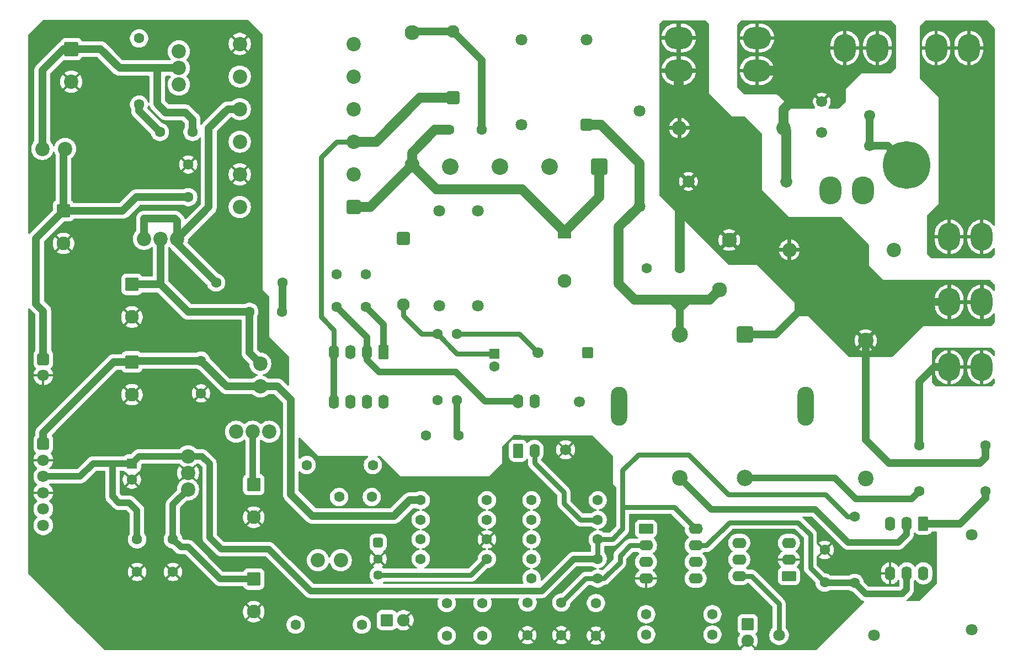
<source format=gbr>
%TF.GenerationSoftware,KiCad,Pcbnew,9.0.7*%
%TF.CreationDate,2026-02-04T14:48:23+09:00*%
%TF.ProjectId,POWER_BD_NV2,504f5745-525f-4424-945f-4e56322e6b69,rev?*%
%TF.SameCoordinates,Original*%
%TF.FileFunction,Copper,L1,Top*%
%TF.FilePolarity,Positive*%
%FSLAX46Y46*%
G04 Gerber Fmt 4.6, Leading zero omitted, Abs format (unit mm)*
G04 Created by KiCad (PCBNEW 9.0.7) date 2026-02-04 14:48:23*
%MOMM*%
%LPD*%
G01*
G04 APERTURE LIST*
G04 Aperture macros list*
%AMRoundRect*
0 Rectangle with rounded corners*
0 $1 Rounding radius*
0 $2 $3 $4 $5 $6 $7 $8 $9 X,Y pos of 4 corners*
0 Add a 4 corners polygon primitive as box body*
4,1,4,$2,$3,$4,$5,$6,$7,$8,$9,$2,$3,0*
0 Add four circle primitives for the rounded corners*
1,1,$1+$1,$2,$3*
1,1,$1+$1,$4,$5*
1,1,$1+$1,$6,$7*
1,1,$1+$1,$8,$9*
0 Add four rect primitives between the rounded corners*
20,1,$1+$1,$2,$3,$4,$5,0*
20,1,$1+$1,$4,$5,$6,$7,0*
20,1,$1+$1,$6,$7,$8,$9,0*
20,1,$1+$1,$8,$9,$2,$3,0*%
G04 Aperture macros list end*
%TA.AperFunction,ComponentPad*%
%ADD10O,3.400000X4.300000*%
%TD*%
%TA.AperFunction,ComponentPad*%
%ADD11RoundRect,0.250000X0.550000X-0.850000X0.550000X0.850000X-0.550000X0.850000X-0.550000X-0.850000X0*%
%TD*%
%TA.AperFunction,ComponentPad*%
%ADD12O,1.600000X2.200000*%
%TD*%
%TA.AperFunction,ComponentPad*%
%ADD13C,1.850000*%
%TD*%
%TA.AperFunction,ComponentPad*%
%ADD14C,1.600000*%
%TD*%
%TA.AperFunction,ComponentPad*%
%ADD15C,2.200000*%
%TD*%
%TA.AperFunction,ComponentPad*%
%ADD16RoundRect,0.262500X-0.787500X0.787500X-0.787500X-0.787500X0.787500X-0.787500X0.787500X0.787500X0*%
%TD*%
%TA.AperFunction,ComponentPad*%
%ADD17C,2.100000*%
%TD*%
%TA.AperFunction,ComponentPad*%
%ADD18RoundRect,0.297872X0.962128X0.962128X-0.962128X0.962128X-0.962128X-0.962128X0.962128X-0.962128X0*%
%TD*%
%TA.AperFunction,ComponentPad*%
%ADD19C,2.540000*%
%TD*%
%TA.AperFunction,ComponentPad*%
%ADD20RoundRect,0.216000X-0.684000X0.684000X-0.684000X-0.684000X0.684000X-0.684000X0.684000X0.684000X0*%
%TD*%
%TA.AperFunction,ComponentPad*%
%ADD21C,1.800000*%
%TD*%
%TA.AperFunction,ComponentPad*%
%ADD22C,1.700000*%
%TD*%
%TA.AperFunction,ComponentPad*%
%ADD23RoundRect,0.250000X-0.550000X0.550000X-0.550000X-0.550000X0.550000X-0.550000X0.550000X0.550000X0*%
%TD*%
%TA.AperFunction,ComponentPad*%
%ADD24RoundRect,0.250000X-0.600000X-0.600000X0.600000X-0.600000X0.600000X0.600000X-0.600000X0.600000X0*%
%TD*%
%TA.AperFunction,ComponentPad*%
%ADD25RoundRect,0.366667X0.733333X-0.733333X0.733333X0.733333X-0.733333X0.733333X-0.733333X-0.733333X0*%
%TD*%
%TA.AperFunction,ComponentPad*%
%ADD26C,2.400000*%
%TD*%
%TA.AperFunction,ComponentPad*%
%ADD27RoundRect,0.250000X-0.475000X0.475000X-0.475000X-0.475000X0.475000X-0.475000X0.475000X0.475000X0*%
%TD*%
%TA.AperFunction,ComponentPad*%
%ADD28C,1.450000*%
%TD*%
%TA.AperFunction,ComponentPad*%
%ADD29RoundRect,0.250000X-0.800000X0.800000X-0.800000X-0.800000X0.800000X-0.800000X0.800000X0.800000X0*%
%TD*%
%TA.AperFunction,ComponentPad*%
%ADD30C,7.300000*%
%TD*%
%TA.AperFunction,ComponentPad*%
%ADD31O,4.300000X3.400000*%
%TD*%
%TA.AperFunction,ComponentPad*%
%ADD32RoundRect,0.250000X0.650000X-0.650000X0.650000X0.650000X-0.650000X0.650000X-0.650000X-0.650000X0*%
%TD*%
%TA.AperFunction,ComponentPad*%
%ADD33C,2.300000*%
%TD*%
%TA.AperFunction,ComponentPad*%
%ADD34C,1.950000*%
%TD*%
%TA.AperFunction,ComponentPad*%
%ADD35RoundRect,0.243750X-0.731250X0.731250X-0.731250X-0.731250X0.731250X-0.731250X0.731250X0.731250X0*%
%TD*%
%TA.AperFunction,ComponentPad*%
%ADD36RoundRect,0.260417X0.989583X0.989583X-0.989583X0.989583X-0.989583X-0.989583X0.989583X-0.989583X0*%
%TD*%
%TA.AperFunction,ComponentPad*%
%ADD37C,2.500000*%
%TD*%
%TA.AperFunction,ComponentPad*%
%ADD38O,2.500000X6.000000*%
%TD*%
%TA.AperFunction,ComponentPad*%
%ADD39RoundRect,0.250000X-0.550000X0.850000X-0.550000X-0.850000X0.550000X-0.850000X0.550000X0.850000X0*%
%TD*%
%TA.AperFunction,ComponentPad*%
%ADD40C,1.900000*%
%TD*%
%TA.AperFunction,ComponentPad*%
%ADD41RoundRect,0.237500X0.712500X0.712500X-0.712500X0.712500X-0.712500X-0.712500X0.712500X-0.712500X0*%
%TD*%
%TA.AperFunction,ComponentPad*%
%ADD42RoundRect,0.229167X-0.870833X0.870833X-0.870833X-0.870833X0.870833X-0.870833X0.870833X0.870833X0*%
%TD*%
%TA.AperFunction,ComponentPad*%
%ADD43RoundRect,0.243750X0.731250X-0.731250X0.731250X0.731250X-0.731250X0.731250X-0.731250X-0.731250X0*%
%TD*%
%TA.AperFunction,ComponentPad*%
%ADD44RoundRect,0.250000X-0.850000X-0.550000X0.850000X-0.550000X0.850000X0.550000X-0.850000X0.550000X0*%
%TD*%
%TA.AperFunction,ComponentPad*%
%ADD45O,2.200000X1.600000*%
%TD*%
%TA.AperFunction,ComponentPad*%
%ADD46RoundRect,0.250000X0.850000X0.550000X-0.850000X0.550000X-0.850000X-0.550000X0.850000X-0.550000X0*%
%TD*%
%TA.AperFunction,ComponentPad*%
%ADD47RoundRect,0.237500X0.712500X-0.712500X0.712500X0.712500X-0.712500X0.712500X-0.712500X-0.712500X0*%
%TD*%
%TA.AperFunction,Conductor*%
%ADD48C,1.200000*%
%TD*%
%TA.AperFunction,Conductor*%
%ADD49C,1.500000*%
%TD*%
%TA.AperFunction,Conductor*%
%ADD50C,1.000000*%
%TD*%
%TA.AperFunction,Conductor*%
%ADD51C,0.800000*%
%TD*%
%TA.AperFunction,Conductor*%
%ADD52C,0.700000*%
%TD*%
G04 APERTURE END LIST*
D10*
%TO.P,ACL2,2,Pin_2*%
%TO.N,/L01*%
X131500000Y93000000D03*
%TO.P,ACL2,1,Pin_1*%
X126500000Y93000000D03*
%TD*%
%TO.P,ACN2,2,Pin_2*%
%TO.N,Net-(A2-Pin_1)*%
X145500000Y93000000D03*
%TO.P,ACN2,1,Pin_1*%
X140500000Y93000000D03*
%TD*%
D11*
%TO.P,U3,1*%
%TO.N,+12V*%
X76330000Y31175000D03*
D12*
%TO.P,U3,2*%
%TO.N,Net-(R12-Pad1)*%
X78870000Y31175000D03*
%TO.P,U3,3*%
%TO.N,Earth*%
X78870000Y38795000D03*
%TO.P,U3,4*%
%TO.N,Net-(U1-FB)*%
X76330000Y38795000D03*
%TD*%
D13*
%TO.P,C3,1,1*%
%TO.N,/N01*%
X102500000Y72500000D03*
%TO.P,C3,2,2*%
%TO.N,/L01*%
X117500000Y72500000D03*
%TD*%
D14*
%TO.P,R2,1*%
%TO.N,Net-(T1-SB)*%
X137920000Y25000000D03*
%TO.P,R2,2*%
%TO.N,Net-(R2-Pad2)*%
X148080000Y25000000D03*
%TD*%
D15*
%TO.P,L3,1,1*%
%TO.N,Net-(D7-K)*%
X49150000Y14400000D03*
%TO.P,L3,2,2*%
%TO.N,+8V*%
X45650000Y14400000D03*
%TD*%
D14*
%TO.P,R23,1*%
%TO.N,Net-(U4-PB0_(MOSI{slash}DI{slash}SDA{slash}AIN0{slash}OC0A{slash}OC1A{slash}AREF{slash}PCINT0))*%
X96020000Y6100000D03*
%TO.P,R23,2*%
%TO.N,Net-(R23-Pad2)*%
X106180000Y6100000D03*
%TD*%
%TO.P,C18,1*%
%TO.N,Net-(C18-Pad1)*%
X53900000Y24100000D03*
%TO.P,C18,2*%
%TO.N,Net-(D7-K)*%
X48900000Y24100000D03*
%TD*%
D15*
%TO.P,C33,1,1*%
%TO.N,/L01*%
X117100000Y80700000D03*
%TO.P,C33,2,2*%
%TO.N,/N01*%
X101100000Y80700000D03*
%TD*%
%TO.P,U6,1,VI*%
%TO.N,+8V*%
X25700000Y25260000D03*
%TO.P,U6,2,GND*%
%TO.N,GND*%
X25700000Y27800000D03*
%TO.P,U6,3,VO*%
%TO.N,+5V*%
X25700000Y30340000D03*
%TD*%
D14*
%TO.P,C13,1*%
%TO.N,GND*%
X82987500Y2900000D03*
%TO.P,C13,2*%
%TO.N,Net-(U4-(PCINT3{slash}XTAL1{slash}CLKI{slash}OC1B\u002A{slash}ADC3)_PB3)*%
X82987500Y7900000D03*
%TD*%
D16*
%TO.P,C21,1*%
%TO.N,Net-(D6-K)*%
X17100000Y56700000D03*
D17*
%TO.P,C21,2*%
%TO.N,GND*%
X17100000Y51700000D03*
%TD*%
D15*
%TO.P,D6,1,A*%
%TO.N,Net-(T2-N2)*%
X18950000Y63700000D03*
%TO.P,D6,2,K*%
%TO.N,Net-(D6-K)*%
X21500000Y63700000D03*
%TO.P,D6,3,A*%
%TO.N,Net-(T2-N2)*%
X24050000Y63700000D03*
%TD*%
D14*
%TO.P,C6,1*%
%TO.N,Earth*%
X48500000Y58300000D03*
%TO.P,C6,2*%
%TO.N,Net-(U1-FB)*%
X48500000Y53300000D03*
%TD*%
D18*
%TO.P,D1,1,+*%
%TO.N,Net-(D1-+)*%
X88830000Y74800000D03*
D19*
%TO.P,D1,2*%
%TO.N,Net-(D1-Pad2)*%
X81210000Y74800000D03*
%TO.P,D1,3*%
%TO.N,Net-(D1-Pad3)*%
X73590000Y74800000D03*
%TO.P,D1,4,-*%
%TO.N,Earth*%
X65970000Y74800000D03*
%TD*%
D20*
%TO.P,J2,1,1*%
%TO.N,+12V*%
X3500000Y32250000D03*
D21*
%TO.P,J2,2,2*%
%TO.N,GND*%
X3500000Y29750000D03*
%TO.P,J2,3,3*%
%TO.N,+5V*%
X3500000Y27250000D03*
%TO.P,J2,4,4*%
%TO.N,GND*%
X3500000Y24750000D03*
%TO.P,J2,5,5*%
%TO.N,unconnected-(J2-Pad5)*%
X3500000Y22250000D03*
%TO.P,J2,6,6*%
%TO.N,/PWM_PW*%
X3500000Y19750000D03*
%TD*%
D14*
%TO.P,R20,1*%
%TO.N,GND*%
X71580000Y17600000D03*
%TO.P,R20,2*%
%TO.N,Net-(C19-Pad2)*%
X61420000Y17600000D03*
%TD*%
%TO.P,C15,1*%
%TO.N,Net-(C15-Pad1)*%
X70900000Y2825000D03*
%TO.P,C15,2*%
%TO.N,Net-(C15-Pad2)*%
X70900000Y7825000D03*
%TD*%
D22*
%TO.P,C2,1*%
%TO.N,GNDPWR*%
X130285000Y77950000D03*
%TO.P,C2,2*%
%TO.N,Net-(C2-Pad2)*%
X122965000Y80050000D03*
%TD*%
D21*
%TO.P,R4,1*%
%TO.N,Earth*%
X64237500Y53400000D03*
%TO.P,R4,2*%
%TO.N,Net-(U1-CS)*%
X64237500Y68000000D03*
%TD*%
D23*
%TO.P,C10,1*%
%TO.N,Net-(D3-K)*%
X72700000Y46100000D03*
D14*
%TO.P,C10,2*%
%TO.N,Earth*%
X72700000Y44100000D03*
%TD*%
%TO.P,R21,1*%
%TO.N,Net-(U4-PB0_(MOSI{slash}DI{slash}SDA{slash}AIN0{slash}OC0A{slash}OC1A{slash}AREF{slash}PCINT0))*%
X96020000Y3000000D03*
%TO.P,R21,2*%
%TO.N,Net-(LED1-A)*%
X106180000Y3000000D03*
%TD*%
D22*
%TO.P,D4,1,K*%
%TO.N,Net-(D4-K)*%
X79390000Y46200000D03*
D24*
%TO.P,D4,2,A*%
%TO.N,Earth*%
X87010000Y46200000D03*
%TD*%
D14*
%TO.P,C7,1*%
%TO.N,Net-(D1-+)*%
X65800000Y80400000D03*
%TO.P,C7,2*%
%TO.N,Net-(D2-K)*%
X70800000Y80400000D03*
%TD*%
%TO.P,C16,1*%
%TO.N,Net-(C16-Pad1)*%
X21400000Y80100000D03*
%TO.P,C16,2*%
%TO.N,Net-(D5-K)*%
X26400000Y80100000D03*
%TD*%
D25*
%TO.P,T2,1,P0*%
%TO.N,Net-(D1-+)*%
X51150000Y68600000D03*
D15*
%TO.P,T2,2,P1*%
%TO.N,unconnected-(T2-P1-Pad2)*%
X51150000Y73600000D03*
%TO.P,T2,3,P2*%
%TO.N,Net-(D2-A)*%
X51150000Y78600000D03*
%TO.P,T2,4,NC1*%
%TO.N,unconnected-(T2-NC1-Pad4)*%
X51150000Y83600000D03*
%TO.P,T2,5,Vcc*%
%TO.N,Net-(D3-A)*%
X51150000Y88600000D03*
%TO.P,T2,6,Vcc_GND*%
%TO.N,Earth*%
X51150000Y93600000D03*
%TO.P,T2,7,N_GND1*%
%TO.N,GND*%
X33650000Y93600000D03*
%TO.P,T2,8,N1*%
%TO.N,Net-(T2-N1)*%
X33650000Y88600000D03*
%TO.P,T2,9,N2*%
%TO.N,Net-(T2-N2)*%
X33650000Y83600000D03*
%TO.P,T2,10,NC2*%
%TO.N,unconnected-(T2-NC2-Pad10)*%
X33650000Y78600000D03*
%TO.P,T2,11,N_GND2*%
%TO.N,GND*%
X33650000Y73600000D03*
%TO.P,T2,12,N3*%
%TO.N,Net-(T2-N3)*%
X33650000Y68600000D03*
%TD*%
D26*
%TO.P,C31,1*%
%TO.N,Net-(C31-Pad1)*%
X129700000Y26900000D03*
%TO.P,C31,2*%
%TO.N,/N01*%
X129700000Y48100000D03*
%TD*%
D14*
%TO.P,R10,1*%
%TO.N,/PWM_PW*%
X78420000Y11600000D03*
%TO.P,R10,2*%
%TO.N,Net-(U4-(PCINT3{slash}XTAL1{slash}CLKI{slash}OC1B\u002A{slash}ADC3)_PB3)*%
X88580000Y11600000D03*
%TD*%
%TO.P,R11,1*%
%TO.N,Net-(U4-(PCINT5{slash}RESET\u002A{slash}ADC0{slash}dW)_PB5)*%
X78420000Y17600000D03*
%TO.P,R11,2*%
%TO.N,+5V*%
X88580000Y17600000D03*
%TD*%
D21*
%TO.P,R25,1*%
%TO.N,Net-(A2-Pin_1)*%
X146000000Y18300000D03*
%TO.P,R25,2*%
%TO.N,Net-(C31-Pad1)*%
X146000000Y3700000D03*
%TD*%
D15*
%TO.P,C32,1,1*%
%TO.N,/N01*%
X118000000Y62000000D03*
%TO.P,C32,2,2*%
%TO.N,Net-(A2-Pin_1)*%
X134000000Y62000000D03*
%TD*%
%TO.P,L2,1,1*%
%TO.N,Net-(D6-K)*%
X36800000Y44550000D03*
%TO.P,L2,2,2*%
%TO.N,+12V*%
X36800000Y41050000D03*
%TD*%
%TO.P,L1,1,1*%
%TO.N,Net-(D5-K)*%
X3350000Y77500000D03*
%TO.P,L1,2,2*%
%TO.N,+24V*%
X6850000Y77500000D03*
%TD*%
D14*
%TO.P,C9,1*%
%TO.N,Earth*%
X62200000Y33500000D03*
%TO.P,C9,2*%
%TO.N,Net-(U1-VCC)*%
X67200000Y33500000D03*
%TD*%
D21*
%TO.P,R3,1*%
%TO.N,Earth*%
X70200000Y53400000D03*
%TO.P,R3,2*%
%TO.N,Net-(U1-CS)*%
X70200000Y68000000D03*
%TD*%
D14*
%TO.P,R15,1*%
%TO.N,Net-(T2-N2)*%
X30020000Y57000000D03*
%TO.P,R15,2*%
%TO.N,Net-(C17-Pad1)*%
X40180000Y57000000D03*
%TD*%
%TO.P,C28,1*%
%TO.N,GND*%
X23400000Y12600000D03*
%TO.P,C28,2*%
%TO.N,+8V*%
X23400000Y17600000D03*
%TD*%
D16*
%TO.P,C24,1*%
%TO.N,+12V*%
X17100000Y44800000D03*
D17*
%TO.P,C24,2*%
%TO.N,GND*%
X17100000Y39800000D03*
%TD*%
D14*
%TO.P,R19,1*%
%TO.N,Net-(C19-Pad2)*%
X61420000Y20600000D03*
%TO.P,R19,2*%
%TO.N,Net-(R18-Pad1)*%
X71580000Y20600000D03*
%TD*%
D27*
%TO.P,VR1,1*%
%TO.N,Net-(C19-Pad2)*%
X54875000Y17100000D03*
D28*
%TO.P,VR1,2*%
%TO.N,GND*%
X54875000Y14600000D03*
%TO.P,VR1,3*%
%TO.N,Net-(C15-Pad1)*%
X54875000Y12100000D03*
%TD*%
D14*
%TO.P,C30,1*%
%TO.N,GND*%
X17900000Y12600000D03*
%TO.P,C30,2*%
%TO.N,+5V*%
X17900000Y17600000D03*
%TD*%
D29*
%TO.P,C4,1*%
%TO.N,Net-(D1-+)*%
X83500000Y64750000D03*
D17*
%TO.P,C4,2*%
%TO.N,Earth*%
X83500000Y57250000D03*
%TD*%
D14*
%TO.P,R12,1*%
%TO.N,Net-(R12-Pad1)*%
X88580000Y20600000D03*
%TO.P,R12,2*%
%TO.N,Net-(C15-Pad1)*%
X78420000Y20600000D03*
%TD*%
%TO.P,C26,1*%
%TO.N,GND*%
X25750000Y75100000D03*
%TO.P,C26,2*%
%TO.N,+24V*%
X25750000Y70100000D03*
%TD*%
%TO.P,R7,1*%
%TO.N,Net-(D3-K)*%
X64000000Y49080000D03*
%TO.P,R7,2*%
%TO.N,Net-(U1-VCC)*%
X64000000Y38920000D03*
%TD*%
%TO.P,R17,1*%
%TO.N,Net-(C15-Pad1)*%
X71580000Y14600000D03*
%TO.P,R17,2*%
%TO.N,Net-(C15-Pad2)*%
X61420000Y14600000D03*
%TD*%
D15*
%TO.P,D5,1,A*%
%TO.N,Net-(T2-N3)*%
X24300000Y92450000D03*
%TO.P,D5,2,K*%
%TO.N,Net-(D5-K)*%
X24300000Y89900000D03*
%TO.P,D5,3,A*%
%TO.N,Net-(T2-N3)*%
X24300000Y87350000D03*
%TD*%
D14*
%TO.P,R22,1*%
%TO.N,Net-(LED2-A)*%
X52380000Y4500000D03*
%TO.P,R22,2*%
%TO.N,+8V*%
X42220000Y4500000D03*
%TD*%
D10*
%TO.P,FG1,1,Pin_1*%
%TO.N,GNDPWR*%
X124300000Y71100000D03*
%TO.P,FG1,2,Pin_2*%
X129300000Y71100000D03*
%TD*%
D15*
%TO.P,D7,1,A*%
%TO.N,Net-(T2-N1)*%
X33075000Y34100000D03*
%TO.P,D7,2,K*%
%TO.N,Net-(D7-K)*%
X35625000Y34100000D03*
%TO.P,D7,3,A*%
%TO.N,Net-(T2-N1)*%
X38175000Y34100000D03*
%TD*%
D14*
%TO.P,C17,1*%
%TO.N,Net-(C17-Pad1)*%
X40125000Y52500000D03*
%TO.P,C17,2*%
%TO.N,Net-(D6-K)*%
X35125000Y52500000D03*
%TD*%
D30*
%TO.P,H2,1,1*%
%TO.N,GND*%
X16000000Y75000000D03*
%TD*%
D31*
%TO.P,ACN1,1,Pin_1*%
%TO.N,/N01*%
X101000000Y89500000D03*
%TO.P,ACN1,2,Pin_2*%
X101000000Y94500000D03*
%TD*%
D14*
%TO.P,R13,1*%
%TO.N,Net-(C15-Pad1)*%
X88580000Y23600000D03*
%TO.P,R13,2*%
%TO.N,+12V*%
X78420000Y23600000D03*
%TD*%
D23*
%TO.P,C29,1*%
%TO.N,+5V*%
X17100000Y29250000D03*
D14*
%TO.P,C29,2*%
%TO.N,GND*%
X17100000Y26750000D03*
%TD*%
%TO.P,R6,1*%
%TO.N,/ZVC*%
X128000000Y10920000D03*
%TO.P,R6,2*%
%TO.N,+5V*%
X128000000Y21080000D03*
%TD*%
D30*
%TO.P,H3,1,1*%
%TO.N,GND*%
X16000000Y5000000D03*
%TD*%
D14*
%TO.P,R16,1*%
%TO.N,Net-(T2-N1)*%
X54080000Y29000000D03*
%TO.P,R16,2*%
%TO.N,Net-(C18-Pad1)*%
X43920000Y29000000D03*
%TD*%
D32*
%TO.P,LF1,1,1*%
%TO.N,/L01*%
X86900000Y81200000D03*
D21*
%TO.P,LF1,2,2*%
%TO.N,Net-(C2-Pad2)*%
X86900000Y94200000D03*
%TO.P,LF1,3,3*%
%TO.N,Net-(D1-Pad2)*%
X76900000Y94200000D03*
%TO.P,LF1,4,4*%
%TO.N,Net-(D1-Pad3)*%
X76900000Y81200000D03*
%TD*%
D30*
%TO.P,H1,1,1*%
%TO.N,GNDPWR*%
X136000000Y75000000D03*
%TD*%
D14*
%TO.P,R8,1*%
%TO.N,Net-(U1-VCC)*%
X67000000Y38920000D03*
%TO.P,R8,2*%
%TO.N,Net-(D4-K)*%
X67000000Y49080000D03*
%TD*%
%TO.P,C27,1*%
%TO.N,GND*%
X27700000Y40000000D03*
%TO.P,C27,2*%
%TO.N,+12V*%
X27700000Y45000000D03*
%TD*%
D33*
%TO.P,RV1,1,1*%
%TO.N,/N01*%
X108750000Y63510000D03*
%TO.P,RV1,2,2*%
%TO.N,/L01*%
X107250000Y55890000D03*
%TD*%
D34*
%TO.P,D2,1,K*%
%TO.N,Net-(D2-K)*%
X66400000Y95480000D03*
D35*
%TO.P,D2,2,A*%
%TO.N,Net-(D2-A)*%
X66400000Y85320000D03*
%TD*%
D22*
%TO.P,C1,1*%
%TO.N,/L01*%
X122955000Y84750000D03*
%TO.P,C1,2*%
%TO.N,GNDPWR*%
X130275000Y82650000D03*
%TD*%
D36*
%TO.P,T1,1,AA*%
%TO.N,/N01*%
X111200000Y49000000D03*
D37*
%TO.P,T1,2,AB*%
%TO.N,/L01*%
X101200000Y49000000D03*
D26*
%TO.P,T1,3,SA*%
%TO.N,Net-(T1-SA)*%
X101200000Y27000000D03*
D37*
%TO.P,T1,4,SB*%
%TO.N,Net-(T1-SB)*%
X111200000Y27000000D03*
D38*
%TO.P,T1,5*%
%TO.N,unconnected-(T1-Pad5)*%
X91900000Y38000000D03*
%TO.P,T1,6*%
%TO.N,unconnected-(T1-Pad6)*%
X120500000Y38000000D03*
%TD*%
D14*
%TO.P,C8,1*%
%TO.N,GND*%
X123400000Y15975000D03*
%TO.P,C8,2*%
%TO.N,/ZVC*%
X123400000Y10975000D03*
%TD*%
D33*
%TO.P,R5,1*%
%TO.N,Net-(D1-+)*%
X60100000Y75040000D03*
%TO.P,R5,2*%
%TO.N,Net-(D2-K)*%
X60100000Y95360000D03*
%TD*%
D31*
%TO.P,ACL1,1,Pin_1*%
%TO.N,/L01*%
X113000000Y89500000D03*
%TO.P,ACL1,2,Pin_2*%
X113000000Y94500000D03*
%TD*%
D10*
%TO.P,A1,1,Pin_1*%
%TO.N,/N01*%
X142500000Y54000000D03*
%TO.P,A1,2,Pin_2*%
X147500000Y54000000D03*
%TD*%
D39*
%TO.P,U2,1*%
%TO.N,Net-(R2-Pad2)*%
X138540000Y20010000D03*
D12*
%TO.P,U2,2*%
%TO.N,Net-(T1-SA)*%
X136000000Y20010000D03*
%TO.P,U2,3*%
%TO.N,unconnected-(U2-Pad3)*%
X133460000Y20010000D03*
%TO.P,U2,4*%
%TO.N,GND*%
X133460000Y12390000D03*
%TO.P,U2,5*%
%TO.N,/ZVC*%
X136000000Y12390000D03*
%TO.P,U2,6*%
%TO.N,unconnected-(U2-Pad6)*%
X138540000Y12390000D03*
%TD*%
D14*
%TO.P,R9,1*%
%TO.N,/PWM_PW*%
X78420000Y14600000D03*
%TO.P,R9,2*%
%TO.N,+5V*%
X88580000Y14600000D03*
%TD*%
D10*
%TO.P,G1,1,Pin_1*%
%TO.N,Net-(G1-Pin_1)*%
X142500000Y44000000D03*
%TO.P,G1,2,Pin_2*%
X147500000Y44000000D03*
%TD*%
D21*
%TO.P,R24,1*%
%TO.N,Net-(R24-Pad1)*%
X116400000Y2900000D03*
%TO.P,R24,2*%
%TO.N,Net-(C31-Pad1)*%
X131000000Y2900000D03*
%TD*%
D10*
%TO.P,A2,1,Pin_1*%
%TO.N,Net-(A2-Pin_1)*%
X142500000Y64000000D03*
%TO.P,A2,2,Pin_2*%
X147500000Y64000000D03*
%TD*%
D14*
%TO.P,F2,1,1*%
%TO.N,/N01*%
X101140000Y59200000D03*
%TO.P,F2,2,2*%
%TO.N,Net-(C2-Pad2)*%
X96060000Y59200000D03*
%TD*%
%TO.P,R14,1*%
%TO.N,Net-(T2-N3)*%
X18200000Y94455000D03*
%TO.P,R14,2*%
%TO.N,Net-(C16-Pad1)*%
X18200000Y84295000D03*
%TD*%
D16*
%TO.P,C23,1*%
%TO.N,+24V*%
X6600000Y68000000D03*
D17*
%TO.P,C23,2*%
%TO.N,GND*%
X6600000Y63000000D03*
%TD*%
D40*
%TO.P,LED2,1,K*%
%TO.N,GND*%
X58770000Y5200000D03*
D41*
%TO.P,LED2,2,A*%
%TO.N,Net-(LED2-A)*%
X56230000Y5200000D03*
%TD*%
D42*
%TO.P,C20,1*%
%TO.N,Net-(D5-K)*%
X7800000Y92800000D03*
D15*
%TO.P,C20,2*%
%TO.N,GND*%
X7800000Y87800000D03*
%TD*%
D21*
%TO.P,R1,1*%
%TO.N,/L01*%
X95000000Y68700000D03*
%TO.P,R1,2*%
%TO.N,Net-(C2-Pad2)*%
X95000000Y83300000D03*
%TD*%
D34*
%TO.P,D3,1,K*%
%TO.N,Net-(D3-K)*%
X58725000Y53570000D03*
D43*
%TO.P,D3,2,A*%
%TO.N,Net-(D3-A)*%
X58725000Y63730000D03*
%TD*%
D16*
%TO.P,C25,1*%
%TO.N,+8V*%
X35800000Y11500000D03*
D17*
%TO.P,C25,2*%
%TO.N,GND*%
X35800000Y6500000D03*
%TD*%
D44*
%TO.P,U4,1,(PCINT5/RESET\u002A/ADC0/dW)_PB5*%
%TO.N,Net-(U4-(PCINT5{slash}RESET\u002A{slash}ADC0{slash}dW)_PB5)*%
X95990000Y19210000D03*
D45*
%TO.P,U4,2,(PCINT3/XTAL1/CLKI/OC1B\u002A/ADC3)_PB3*%
%TO.N,Net-(U4-(PCINT3{slash}XTAL1{slash}CLKI{slash}OC1B\u002A{slash}ADC3)_PB3)*%
X95990000Y16670000D03*
%TO.P,U4,3,(PCINT4/XTAL2/CLKO/OC1B/ADC2)_PB4*%
%TO.N,unconnected-(U4-(PCINT4{slash}XTAL2{slash}CLKO{slash}OC1B{slash}ADC2)_PB4-Pad3)*%
X95990000Y14130000D03*
%TO.P,U4,4,GND*%
%TO.N,GND*%
X95990000Y11590000D03*
%TO.P,U4,5,PB0_(MOSI/DI/SDA/AIN0/OC0A/OC1A/AREF/PCINT0)*%
%TO.N,Net-(U4-PB0_(MOSI{slash}DI{slash}SDA{slash}AIN0{slash}OC0A{slash}OC1A{slash}AREF{slash}PCINT0))*%
X103610000Y11590000D03*
%TO.P,U4,6,PB1_(MISO/DO/AIN1/OC0B/OC1A\u002A/PCINT1)*%
%TO.N,unconnected-(U4-PB1_(MISO{slash}DO{slash}AIN1{slash}OC0B{slash}OC1A\u002A{slash}PCINT1)-Pad6)*%
X103610000Y14130000D03*
%TO.P,U4,7,PB2_(SCK/USCK/SCL/ADC1/T0/INT0/PCINT2)*%
%TO.N,/ZVC*%
X103610000Y16670000D03*
%TO.P,U4,8,VCC*%
%TO.N,+5V*%
X103610000Y19210000D03*
%TD*%
D46*
%TO.P,U5,1*%
%TO.N,Net-(R23-Pad2)*%
X117910000Y11960000D03*
D45*
%TO.P,U5,2*%
%TO.N,GND*%
X117910000Y14500000D03*
%TO.P,U5,3*%
%TO.N,unconnected-(U5-Pad3)*%
X117910000Y17040000D03*
%TO.P,U5,4*%
%TO.N,Net-(G1-Pin_1)*%
X110290000Y17040000D03*
%TO.P,U5,5*%
%TO.N,unconnected-(U5-Pad5)*%
X110290000Y14500000D03*
%TO.P,U5,6*%
%TO.N,Net-(R24-Pad1)*%
X110290000Y11960000D03*
%TD*%
D14*
%TO.P,C11,1*%
%TO.N,GND*%
X77800000Y2900000D03*
%TO.P,C11,2*%
%TO.N,/PWM_PW*%
X77800000Y7900000D03*
%TD*%
%TO.P,C5,1*%
%TO.N,Earth*%
X53000000Y58300000D03*
%TO.P,C5,2*%
%TO.N,Net-(U1-BA)*%
X53000000Y53300000D03*
%TD*%
D20*
%TO.P,J3,1,1*%
%TO.N,+24V*%
X3500000Y45250000D03*
D21*
%TO.P,J3,2,2*%
%TO.N,GND*%
X3500000Y42750000D03*
%TD*%
D14*
%TO.P,R18,1*%
%TO.N,Net-(R18-Pad1)*%
X71580000Y23600000D03*
%TO.P,R18,2*%
%TO.N,+12V*%
X61420000Y23600000D03*
%TD*%
D39*
%TO.P,U1,1,BA*%
%TO.N,Net-(U1-BA)*%
X55710000Y46310000D03*
D12*
%TO.P,U1,2,FB*%
%TO.N,Net-(U1-FB)*%
X53170000Y46310000D03*
%TO.P,U1,3,CS*%
%TO.N,Net-(U1-CS)*%
X50630000Y46310000D03*
%TO.P,U1,4,DRAIN_1*%
%TO.N,Net-(D2-A)*%
X48090000Y46310000D03*
%TO.P,U1,5,DRAIN_2*%
X48090000Y38690000D03*
%TO.P,U1,6,N.C*%
%TO.N,unconnected-(U1-N.C-Pad6)*%
X50630000Y38690000D03*
%TO.P,U1,7,VCC*%
%TO.N,Net-(U1-VCC)*%
X53170000Y38690000D03*
%TO.P,U1,8,GND*%
%TO.N,Earth*%
X55710000Y38690000D03*
%TD*%
D14*
%TO.P,C12,1*%
%TO.N,GND*%
X88300000Y2825000D03*
%TO.P,C12,2*%
%TO.N,Net-(U4-(PCINT5{slash}RESET\u002A{slash}ADC0{slash}dW)_PB5)*%
X88300000Y7825000D03*
%TD*%
%TO.P,R26,1*%
%TO.N,Net-(G1-Pin_1)*%
X137920000Y32000000D03*
%TO.P,R26,2*%
%TO.N,/N01*%
X148080000Y32000000D03*
%TD*%
D16*
%TO.P,C22,1*%
%TO.N,Net-(D7-K)*%
X35800000Y26000000D03*
D17*
%TO.P,C22,2*%
%TO.N,GND*%
X35800000Y21000000D03*
%TD*%
D14*
%TO.P,C19,1*%
%TO.N,Net-(C15-Pad2)*%
X65400000Y2825000D03*
%TO.P,C19,2*%
%TO.N,Net-(C19-Pad2)*%
X65400000Y7825000D03*
%TD*%
D22*
%TO.P,C14,1*%
%TO.N,Earth*%
X85750000Y38660000D03*
%TO.P,C14,2*%
%TO.N,GND*%
X83650000Y31340000D03*
%TD*%
D40*
%TO.P,LED1,1,K*%
%TO.N,GND*%
X111600000Y2030000D03*
D47*
%TO.P,LED1,2,A*%
%TO.N,Net-(LED1-A)*%
X111600000Y4570000D03*
%TD*%
D48*
%TO.N,/N01*%
X129700000Y32900000D02*
X129700000Y48100000D01*
X133300000Y29300000D02*
X129700000Y32900000D01*
X148080000Y30180000D02*
X147200000Y29300000D01*
X147200000Y29300000D02*
X133300000Y29300000D01*
X148080000Y32000000D02*
X148080000Y30180000D01*
%TO.N,Net-(G1-Pin_1)*%
X140400000Y44000000D02*
X142500000Y44000000D01*
X140300000Y44100000D02*
X140400000Y44000000D01*
X137920000Y41720000D02*
X140300000Y44100000D01*
X137920000Y32000000D02*
X137920000Y41720000D01*
%TO.N,Net-(R2-Pad2)*%
X144210000Y20010000D02*
X148080000Y23880000D01*
X148080000Y23880000D02*
X148080000Y25000000D01*
X138540000Y20010000D02*
X144210000Y20010000D01*
%TO.N,/N01*%
X138000000Y54000000D02*
X142500000Y54000000D01*
X115900000Y49000000D02*
X121000000Y54100000D01*
X111200000Y49000000D02*
X115900000Y49000000D01*
X121000000Y54100000D02*
X137700000Y54100000D01*
X137700000Y54100000D02*
X137900000Y53900000D01*
X137900000Y53900000D02*
X138000000Y54000000D01*
%TO.N,/L01*%
X101200000Y54300000D02*
X101300000Y54400000D01*
X101200000Y49000000D02*
X101200000Y54300000D01*
D49*
X101300000Y54400000D02*
X94200000Y54400000D01*
X91800000Y56800000D02*
X91800000Y65500000D01*
X94200000Y54400000D02*
X91800000Y56800000D01*
X91800000Y65500000D02*
X95000000Y68700000D01*
X105760000Y54400000D02*
X101300000Y54400000D01*
X107250000Y55890000D02*
X105760000Y54400000D01*
%TO.N,/N01*%
X101000000Y86000000D02*
X101000000Y89500000D01*
X107500000Y79500000D02*
X101000000Y86000000D01*
X107500000Y71600000D02*
X107500000Y79500000D01*
X105400000Y69500000D02*
X107500000Y71600000D01*
X101700000Y69500000D02*
X105400000Y69500000D01*
X101140000Y68940000D02*
X101700000Y69500000D01*
X101140000Y59200000D02*
X101140000Y68940000D01*
%TO.N,/L01*%
X117300000Y89500000D02*
X113000000Y89500000D01*
X118300000Y88500000D02*
X117300000Y89500000D01*
X118300000Y84800000D02*
X118300000Y88500000D01*
X117100000Y80700000D02*
X117100000Y83600000D01*
X117100000Y83600000D02*
X118300000Y84800000D01*
X95000000Y75300000D02*
X95000000Y68700000D01*
X89100000Y81200000D02*
X95000000Y75300000D01*
X117500000Y80300000D02*
X117500000Y72500000D01*
X86900000Y81200000D02*
X89100000Y81200000D01*
X117100000Y80700000D02*
X117500000Y80300000D01*
D48*
%TO.N,GNDPWR*%
X130285000Y77950000D02*
X130285000Y82640000D01*
X130285000Y82640000D02*
X130275000Y82650000D01*
X130285000Y77950000D02*
X133050000Y77950000D01*
X133050000Y77950000D02*
X136000000Y75000000D01*
D49*
%TO.N,Earth*%
X83250000Y57250000D02*
X83500000Y57250000D01*
%TO.N,Net-(D1-+)*%
X63600000Y80400000D02*
X65800000Y80400000D01*
X88830000Y74800000D02*
X88830000Y70080000D01*
X76950000Y71300000D02*
X83500000Y64750000D01*
X60100000Y75040000D02*
X63840000Y71300000D01*
X88830000Y70080000D02*
X83500000Y64750000D01*
X51150000Y68600000D02*
X53660000Y68600000D01*
X63840000Y71300000D02*
X76950000Y71300000D01*
X53660000Y68600000D02*
X60100000Y75040000D01*
X60100000Y75040000D02*
X60100000Y76900000D01*
X60100000Y76900000D02*
X63600000Y80400000D01*
D50*
%TO.N,Net-(U1-BA)*%
X55710000Y46310000D02*
X55710000Y50590000D01*
X55710000Y50590000D02*
X53000000Y53300000D01*
%TO.N,Net-(U1-FB)*%
X53170000Y48630000D02*
X48500000Y53300000D01*
X66800000Y43300000D02*
X55000000Y43300000D01*
X76330000Y38795000D02*
X71305000Y38795000D01*
X71305000Y38795000D02*
X66800000Y43300000D01*
X53170000Y45130000D02*
X53170000Y46310000D01*
X55000000Y43300000D02*
X53170000Y45130000D01*
X53170000Y46310000D02*
X53170000Y48630000D01*
D48*
%TO.N,Net-(D2-K)*%
X70800000Y80400000D02*
X70800000Y91080000D01*
X60220000Y95480000D02*
X60100000Y95360000D01*
X66400000Y95480000D02*
X60220000Y95480000D01*
X70800000Y91080000D02*
X66400000Y95480000D01*
D50*
%TO.N,/ZVC*%
X136000000Y9900000D02*
X136000000Y12390000D01*
X123455000Y10920000D02*
X123400000Y10975000D01*
D51*
X108800000Y20200000D02*
X119300000Y20200000D01*
X119300000Y20200000D02*
X121200000Y18300000D01*
D50*
X129700000Y9200000D02*
X135300000Y9200000D01*
X128000000Y10920000D02*
X128000000Y10900000D01*
D51*
X105270000Y16670000D02*
X108800000Y20200000D01*
X121200000Y18300000D02*
X121200000Y13175000D01*
X103610000Y16670000D02*
X105270000Y16670000D01*
D50*
X128000000Y10920000D02*
X123455000Y10920000D01*
D51*
X121200000Y13175000D02*
X123400000Y10975000D01*
D50*
X128000000Y10900000D02*
X129700000Y9200000D01*
X135300000Y9200000D02*
X136000000Y9900000D01*
%TO.N,Net-(U1-VCC)*%
X67000000Y38920000D02*
X67000000Y33700000D01*
X67000000Y33700000D02*
X67200000Y33500000D01*
D51*
%TO.N,Net-(D3-K)*%
X61520000Y49080000D02*
X58725000Y51875000D01*
X66980000Y46100000D02*
X64000000Y49080000D01*
X64000000Y49080000D02*
X61520000Y49080000D01*
X72700000Y46100000D02*
X66980000Y46100000D01*
X58725000Y51875000D02*
X58725000Y53570000D01*
%TO.N,Net-(U4-(PCINT3{slash}XTAL1{slash}CLKI{slash}OC1B\u002A{slash}ADC3)_PB3)*%
X82987500Y7900000D02*
X83000000Y7900000D01*
X86700000Y11600000D02*
X88580000Y11600000D01*
X92000000Y15100000D02*
X93570000Y16670000D01*
X89500000Y11600000D02*
X92000000Y14100000D01*
X92000000Y14100000D02*
X92000000Y15100000D01*
X83000000Y7900000D02*
X86700000Y11600000D01*
X88580000Y11600000D02*
X89500000Y11600000D01*
X93570000Y16670000D02*
X95990000Y16670000D01*
%TO.N,Net-(C15-Pad1)*%
X54875000Y12100000D02*
X69080000Y12100000D01*
X69080000Y12100000D02*
X71580000Y14600000D01*
D48*
%TO.N,Net-(C16-Pad1)*%
X18200000Y83300000D02*
X21400000Y80100000D01*
X18200000Y84295000D02*
X18200000Y83300000D01*
%TO.N,Net-(D5-K)*%
X22300000Y83100000D02*
X21000000Y84400000D01*
X12300000Y92800000D02*
X15200000Y89900000D01*
X21000000Y84400000D02*
X21000000Y89900000D01*
X26400000Y80100000D02*
X26400000Y82000000D01*
X7800000Y92800000D02*
X12300000Y92800000D01*
X21000000Y89900000D02*
X24300000Y89900000D01*
X25300000Y83100000D02*
X22300000Y83100000D01*
X15200000Y89900000D02*
X21000000Y89900000D01*
X26400000Y82000000D02*
X25300000Y83100000D01*
X3350000Y77500000D02*
X3350000Y89550000D01*
X3350000Y89550000D02*
X6600000Y92800000D01*
X6600000Y92800000D02*
X7800000Y92800000D01*
%TO.N,Net-(D6-K)*%
X35125000Y52500000D02*
X25700000Y52500000D01*
X35125000Y46225000D02*
X36800000Y44550000D01*
X35125000Y52500000D02*
X35125000Y46225000D01*
X21500000Y56700000D02*
X21500000Y63700000D01*
X21500000Y56700000D02*
X17100000Y56700000D01*
X25700000Y52500000D02*
X21500000Y56700000D01*
%TO.N,Net-(C17-Pad1)*%
X40180000Y57000000D02*
X40180000Y52555000D01*
X40180000Y52555000D02*
X40125000Y52500000D01*
D50*
%TO.N,Net-(D7-K)*%
X35625000Y26175000D02*
X35800000Y26000000D01*
X35625000Y34100000D02*
X35625000Y26175000D01*
D48*
%TO.N,+24V*%
X6600000Y68000000D02*
X6600000Y77250000D01*
X15700000Y68000000D02*
X17800000Y70100000D01*
X2400000Y53700000D02*
X2400000Y63800000D01*
X6600000Y68000000D02*
X15700000Y68000000D01*
X6600000Y77250000D02*
X6850000Y77500000D01*
X17800000Y70100000D02*
X25750000Y70100000D01*
X2400000Y63800000D02*
X6600000Y68000000D01*
X3500000Y52600000D02*
X2400000Y53700000D01*
X3500000Y45250000D02*
X3500000Y52600000D01*
%TO.N,+12V*%
X57300000Y21200000D02*
X44800000Y21200000D01*
X14300000Y44800000D02*
X17100000Y44800000D01*
X61420000Y23600000D02*
X59700000Y23600000D01*
X31650000Y41050000D02*
X27700000Y45000000D01*
X36800000Y41050000D02*
X31650000Y41050000D01*
X3500000Y32250000D02*
X3500000Y34000000D01*
X41500000Y24500000D02*
X41500000Y39000000D01*
X44800000Y21200000D02*
X41500000Y24500000D01*
X3500000Y34000000D02*
X14300000Y44800000D01*
X17300000Y45000000D02*
X17100000Y44800000D01*
X39450000Y41050000D02*
X36800000Y41050000D01*
X41500000Y39000000D02*
X39450000Y41050000D01*
X27700000Y45000000D02*
X17300000Y45000000D01*
X59700000Y23600000D02*
X57300000Y21200000D01*
D50*
%TO.N,+8V*%
X23400000Y22960000D02*
X25700000Y25260000D01*
X25750000Y16400000D02*
X24600000Y16400000D01*
X30650000Y11500000D02*
X25750000Y16400000D01*
X24600000Y16400000D02*
X23400000Y17600000D01*
X35800000Y11500000D02*
X30650000Y11500000D01*
X23400000Y17600000D02*
X23400000Y22960000D01*
D51*
%TO.N,+5V*%
X90800000Y17600000D02*
X88580000Y17600000D01*
D50*
X9150000Y27250000D02*
X11150000Y29250000D01*
D51*
X123500000Y24500000D02*
X108600000Y24500000D01*
D50*
X29000000Y17900000D02*
X29000000Y29200000D01*
X14100000Y29250000D02*
X17100000Y29250000D01*
D51*
X92400000Y19200000D02*
X90800000Y17600000D01*
X92400000Y28200000D02*
X92400000Y22600000D01*
D50*
X15100000Y23200000D02*
X14100000Y24200000D01*
X38100000Y16100000D02*
X30800000Y16100000D01*
X17900000Y17600000D02*
X17900000Y22000000D01*
X80000000Y9700000D02*
X44500000Y9700000D01*
X3500000Y27250000D02*
X9150000Y27250000D01*
D51*
X128000000Y21080000D02*
X126920000Y21080000D01*
X94800000Y30600000D02*
X92400000Y28200000D01*
D50*
X11150000Y29250000D02*
X14100000Y29250000D01*
D51*
X92400000Y22600000D02*
X92400000Y19200000D01*
D50*
X27860000Y30340000D02*
X25700000Y30340000D01*
D51*
X100320000Y22500000D02*
X92500000Y22500000D01*
D52*
X92500000Y22500000D02*
X92400000Y22600000D01*
D50*
X30800000Y16100000D02*
X29000000Y17900000D01*
D51*
X126920000Y21080000D02*
X123500000Y24500000D01*
D50*
X25700000Y30340000D02*
X18190000Y30340000D01*
D51*
X103610000Y19210000D02*
X100320000Y22500000D01*
X102500000Y30600000D02*
X94800000Y30600000D01*
D50*
X88580000Y14600000D02*
X84900000Y14600000D01*
X44500000Y9700000D02*
X38100000Y16100000D01*
X16700000Y23200000D02*
X15100000Y23200000D01*
X18190000Y30340000D02*
X17100000Y29250000D01*
X14100000Y24200000D02*
X14100000Y29250000D01*
X17900000Y22000000D02*
X16700000Y23200000D01*
X84900000Y14600000D02*
X80000000Y9700000D01*
D51*
X108600000Y24500000D02*
X102500000Y30600000D01*
D50*
X29000000Y29200000D02*
X27860000Y30340000D01*
D51*
X88580000Y17600000D02*
X88580000Y14600000D01*
%TO.N,Net-(D2-A)*%
X46100000Y76200000D02*
X48500000Y78600000D01*
D49*
X54600000Y78600000D02*
X61320000Y85320000D01*
D51*
X48500000Y78600000D02*
X51150000Y78600000D01*
X48090000Y46310000D02*
X48090000Y49710000D01*
X48090000Y49710000D02*
X46100000Y51700000D01*
D49*
X51150000Y78600000D02*
X54600000Y78600000D01*
X61320000Y85320000D02*
X66400000Y85320000D01*
D51*
X46100000Y51700000D02*
X46100000Y76200000D01*
D50*
X48090000Y38690000D02*
X48090000Y46310000D01*
D51*
%TO.N,Net-(D4-K)*%
X76510000Y49080000D02*
X79390000Y46200000D01*
X67000000Y49080000D02*
X76510000Y49080000D01*
D50*
%TO.N,Net-(T1-SB)*%
X125000000Y27000000D02*
X111200000Y27000000D01*
X137920000Y25000000D02*
X136720000Y23800000D01*
X136720000Y23800000D02*
X128200000Y23800000D01*
X128200000Y23800000D02*
X125000000Y27000000D01*
D51*
%TO.N,Net-(R12-Pad1)*%
X78870000Y29330000D02*
X78870000Y31175000D01*
X88580000Y20600000D02*
X85900000Y20600000D01*
X83400000Y24800000D02*
X78870000Y29330000D01*
X85900000Y20600000D02*
X83400000Y23100000D01*
X83400000Y23100000D02*
X83400000Y24800000D01*
%TO.N,Net-(R24-Pad1)*%
X116400000Y7700000D02*
X116400000Y2900000D01*
X112140000Y11960000D02*
X116400000Y7700000D01*
X110290000Y11960000D02*
X112140000Y11960000D01*
D50*
%TO.N,Net-(T1-SA)*%
X121900000Y22200000D02*
X127000000Y17100000D01*
X101200000Y27000000D02*
X106000000Y22200000D01*
X136000000Y18400000D02*
X136000000Y20010000D01*
X106000000Y22200000D02*
X121900000Y22200000D01*
X127000000Y17100000D02*
X134700000Y17100000D01*
X134700000Y17100000D02*
X136000000Y18400000D01*
D48*
%TO.N,Net-(T2-N2)*%
X31800000Y83600000D02*
X28900000Y80700000D01*
X19000000Y66800000D02*
X18950000Y66750000D01*
X24050000Y62970000D02*
X30020000Y57000000D01*
X24050000Y63700000D02*
X24050000Y62970000D01*
X28900000Y80700000D02*
X28900000Y68550000D01*
X24050000Y66450000D02*
X23700000Y66800000D01*
X28900000Y68550000D02*
X24050000Y63700000D01*
X23700000Y66800000D02*
X19000000Y66800000D01*
X18950000Y66750000D02*
X18950000Y63700000D01*
X33650000Y83600000D02*
X31800000Y83600000D01*
X24050000Y63700000D02*
X24050000Y66450000D01*
%TD*%
%TA.AperFunction,Conductor*%
%TO.N,GND*%
G36*
X11818413Y91579815D02*
G01*
X11839055Y91563181D01*
X14417923Y88984312D01*
X14417929Y88984307D01*
X14563692Y88878405D01*
X14570801Y88873240D01*
X14739163Y88787454D01*
X14918881Y88729059D01*
X15105514Y88699500D01*
X15105519Y88699500D01*
X19675500Y88699500D01*
X19742539Y88679815D01*
X19788294Y88627011D01*
X19799500Y88575500D01*
X19799500Y84687264D01*
X19779815Y84620225D01*
X19727011Y84574470D01*
X19657853Y84564526D01*
X19594297Y84593551D01*
X19557569Y84648947D01*
X19497897Y84832600D01*
X19497895Y84832606D01*
X19464950Y84897263D01*
X19397815Y85029022D01*
X19268242Y85207365D01*
X19112365Y85363242D01*
X18934022Y85492815D01*
X18737606Y85592895D01*
X18527951Y85661015D01*
X18310222Y85695500D01*
X18089778Y85695500D01*
X17872049Y85661015D01*
X17767221Y85626955D01*
X17662396Y85592896D01*
X17662393Y85592895D01*
X17594375Y85558237D01*
X17465978Y85492815D01*
X17465974Y85492812D01*
X17287641Y85363247D01*
X17287636Y85363243D01*
X17131756Y85207363D01*
X17131752Y85207358D01*
X17002187Y85029025D01*
X17002185Y85029022D01*
X16972057Y84969893D01*
X16902104Y84832606D01*
X16902103Y84832603D01*
X16833985Y84622952D01*
X16799500Y84405221D01*
X16799500Y84184778D01*
X16833985Y83967047D01*
X16902103Y83757396D01*
X16902104Y83757393D01*
X16985985Y83592771D01*
X16999500Y83536476D01*
X16999500Y83205513D01*
X17029059Y83018881D01*
X17087454Y82839163D01*
X17173240Y82670800D01*
X17284312Y82517923D01*
X20014761Y79787473D01*
X20045011Y79738111D01*
X20102105Y79562394D01*
X20137361Y79493201D01*
X20202187Y79365974D01*
X20331752Y79187641D01*
X20331756Y79187636D01*
X20487636Y79031756D01*
X20487641Y79031752D01*
X20665974Y78902187D01*
X20862393Y78802104D01*
X20862396Y78802103D01*
X21072047Y78733985D01*
X21214228Y78711466D01*
X21289778Y78699500D01*
X21289779Y78699500D01*
X21510221Y78699500D01*
X21510222Y78699500D01*
X21619086Y78716742D01*
X21727952Y78733985D01*
X21937603Y78802103D01*
X21937606Y78802104D01*
X22071096Y78870122D01*
X22134022Y78902185D01*
X22154332Y78916941D01*
X22312358Y79031752D01*
X22312363Y79031756D01*
X22468243Y79187636D01*
X22468247Y79187641D01*
X22597812Y79365974D01*
X22597815Y79365978D01*
X22689936Y79546773D01*
X22697895Y79562393D01*
X22697896Y79562396D01*
X22750281Y79723624D01*
X22766015Y79772049D01*
X22800500Y79989778D01*
X22800500Y80210222D01*
X22766015Y80427951D01*
X22697895Y80637606D01*
X22597815Y80834022D01*
X22468242Y81012365D01*
X22312365Y81168242D01*
X22134022Y81297815D01*
X21937606Y81397895D01*
X21761882Y81454989D01*
X21712527Y81485235D01*
X19537516Y83660246D01*
X19504033Y83721567D01*
X19507268Y83786243D01*
X19509014Y83791614D01*
X19566015Y83967049D01*
X19587587Y84103249D01*
X19617516Y84166384D01*
X19676828Y84203315D01*
X19746690Y84202317D01*
X19804923Y84163707D01*
X19827991Y84122170D01*
X19887454Y83939163D01*
X19973240Y83770800D01*
X20084312Y83617923D01*
X21384310Y82317927D01*
X21517924Y82184312D01*
X21670800Y82073240D01*
X21839163Y81987454D01*
X22018881Y81929059D01*
X22205514Y81899500D01*
X22205519Y81899500D01*
X24751374Y81899500D01*
X24818413Y81879815D01*
X24839055Y81863181D01*
X25163181Y81539055D01*
X25196666Y81477732D01*
X25199500Y81451374D01*
X25199500Y80858522D01*
X25185984Y80802226D01*
X25102106Y80637611D01*
X25102103Y80637603D01*
X25036114Y80434505D01*
X25033985Y80427951D01*
X25000053Y80213710D01*
X24999500Y80210221D01*
X24999500Y79989778D01*
X25033985Y79772047D01*
X25102103Y79562396D01*
X25102104Y79562393D01*
X25202187Y79365974D01*
X25331752Y79187641D01*
X25331756Y79187636D01*
X25487636Y79031756D01*
X25487641Y79031752D01*
X25665974Y78902187D01*
X25862393Y78802104D01*
X25862396Y78802103D01*
X26072047Y78733985D01*
X26214228Y78711466D01*
X26289778Y78699500D01*
X26289779Y78699500D01*
X26510221Y78699500D01*
X26510222Y78699500D01*
X26619086Y78716742D01*
X26727952Y78733985D01*
X26937603Y78802103D01*
X26937606Y78802104D01*
X27071096Y78870122D01*
X27134022Y78902185D01*
X27154332Y78916941D01*
X27312358Y79031752D01*
X27312363Y79031756D01*
X27468247Y79187640D01*
X27475184Y79197188D01*
X27530515Y79239852D01*
X27600128Y79245830D01*
X27661922Y79213222D01*
X27696278Y79152383D01*
X27699500Y79124300D01*
X27699500Y69098625D01*
X27679815Y69031586D01*
X27663181Y69010944D01*
X25403852Y66751616D01*
X25342529Y66718131D01*
X25272837Y66723115D01*
X25216904Y66764987D01*
X25198241Y66800975D01*
X25162547Y66910832D01*
X25076760Y67079199D01*
X24965690Y67232073D01*
X24832073Y67365690D01*
X24482074Y67715690D01*
X24329199Y67826760D01*
X24160832Y67912547D01*
X23981118Y67970940D01*
X23794486Y68000500D01*
X23794481Y68000500D01*
X19094482Y68000500D01*
X18905519Y68000500D01*
X18905514Y68000500D01*
X18718881Y67970940D01*
X18635497Y67943846D01*
X18539168Y67912547D01*
X18539165Y67912545D01*
X18539163Y67912545D01*
X18479035Y67881908D01*
X18370801Y67826760D01*
X18217927Y67715690D01*
X18217923Y67715686D01*
X18034308Y67532072D01*
X18034306Y67532070D01*
X17974318Y67449501D01*
X17974316Y67449500D01*
X17974317Y67449500D01*
X17923240Y67379199D01*
X17837454Y67210836D01*
X17779059Y67031118D01*
X17749500Y66844486D01*
X17749500Y64955733D01*
X17729815Y64888694D01*
X17713180Y64868051D01*
X17668756Y64823628D01*
X17668753Y64823624D01*
X17533052Y64646774D01*
X17473889Y64544301D01*
X17421595Y64453726D01*
X17421593Y64453722D01*
X17336293Y64247790D01*
X17336291Y64247783D01*
X17336290Y64247781D01*
X17278596Y64032463D01*
X17278595Y64032457D01*
X17278594Y64032452D01*
X17249501Y63811466D01*
X17249500Y63811450D01*
X17249500Y63588549D01*
X17249501Y63588533D01*
X17278594Y63367547D01*
X17278597Y63367534D01*
X17336290Y63152219D01*
X17336293Y63152209D01*
X17421593Y62946277D01*
X17421595Y62946273D01*
X17533052Y62753226D01*
X17533058Y62753217D01*
X17668751Y62576377D01*
X17668757Y62576370D01*
X17826370Y62418757D01*
X17826377Y62418751D01*
X18003217Y62283058D01*
X18003226Y62283052D01*
X18196273Y62171595D01*
X18196277Y62171593D01*
X18402209Y62086293D01*
X18402219Y62086290D01*
X18617537Y62028596D01*
X18617540Y62028595D01*
X18617547Y62028594D01*
X18838533Y61999501D01*
X18838537Y61999500D01*
X18838543Y61999500D01*
X18838550Y61999500D01*
X19061450Y61999500D01*
X19061457Y61999500D01*
X19061463Y61999500D01*
X19061466Y61999501D01*
X19282452Y62028594D01*
X19282457Y62028595D01*
X19282463Y62028596D01*
X19497781Y62086290D01*
X19497783Y62086291D01*
X19497790Y62086293D01*
X19703722Y62171593D01*
X19703726Y62171595D01*
X19732012Y62187926D01*
X19896774Y62283052D01*
X19963755Y62334448D01*
X20073622Y62418751D01*
X20073629Y62418757D01*
X20087819Y62432947D01*
X20149142Y62466432D01*
X20218834Y62461448D01*
X20274767Y62419576D01*
X20299184Y62354112D01*
X20299500Y62345266D01*
X20299500Y58024500D01*
X20279815Y57957461D01*
X20227011Y57911706D01*
X20175500Y57900500D01*
X18721696Y57900500D01*
X18654657Y57920185D01*
X18624246Y57950667D01*
X18623149Y57949785D01*
X18501334Y58101329D01*
X18501332Y58101332D01*
X18355025Y58218936D01*
X18186857Y58302340D01*
X18004696Y58347641D01*
X18004695Y58347641D01*
X18004692Y58347642D01*
X17962546Y58350500D01*
X16237454Y58350500D01*
X16195308Y58347642D01*
X16013143Y58302340D01*
X15844975Y58218936D01*
X15698668Y58101332D01*
X15581064Y57955025D01*
X15581062Y57955021D01*
X15497660Y57786858D01*
X15452358Y57604695D01*
X15449500Y57562543D01*
X15449500Y55837456D01*
X15452358Y55795304D01*
X15497660Y55613141D01*
X15581062Y55444978D01*
X15581063Y55444976D01*
X15581064Y55444975D01*
X15698668Y55298668D01*
X15844975Y55181064D01*
X15844976Y55181063D01*
X15844978Y55181062D01*
X16013141Y55097660D01*
X16195306Y55052358D01*
X16195302Y55052358D01*
X16226917Y55050214D01*
X16237454Y55049500D01*
X16237456Y55049500D01*
X17962544Y55049500D01*
X17962546Y55049500D01*
X17979404Y55050643D01*
X18004695Y55052358D01*
X18186858Y55097660D01*
X18355021Y55181062D01*
X18355025Y55181064D01*
X18501332Y55298668D01*
X18523393Y55326113D01*
X18623149Y55450215D01*
X18624798Y55448888D01*
X18669916Y55488171D01*
X18721696Y55499500D01*
X20951374Y55499500D01*
X21018413Y55479815D01*
X21039055Y55463181D01*
X24917923Y51584312D01*
X25070800Y51473240D01*
X25239163Y51387454D01*
X25418881Y51329059D01*
X25605514Y51299500D01*
X25605519Y51299500D01*
X25794482Y51299500D01*
X33800500Y51299500D01*
X33867539Y51279815D01*
X33913294Y51227011D01*
X33924500Y51175500D01*
X33924500Y46130513D01*
X33954059Y45943881D01*
X34012454Y45764163D01*
X34098240Y45595800D01*
X34209312Y45442923D01*
X35063181Y44589055D01*
X35096666Y44527732D01*
X35099500Y44501374D01*
X35099500Y44438549D01*
X35099501Y44438533D01*
X35128594Y44217547D01*
X35128595Y44217540D01*
X35128596Y44217537D01*
X35172496Y44053700D01*
X35186290Y44002219D01*
X35186293Y44002209D01*
X35271593Y43796277D01*
X35271595Y43796273D01*
X35383052Y43603226D01*
X35383058Y43603217D01*
X35518751Y43426377D01*
X35518757Y43426370D01*
X35676370Y43268757D01*
X35676377Y43268751D01*
X35853217Y43133058D01*
X35853226Y43133052D01*
X36046273Y43021595D01*
X36046277Y43021593D01*
X36252209Y42936293D01*
X36252216Y42936291D01*
X36252217Y42936290D01*
X36252219Y42936290D01*
X36313857Y42919774D01*
X36373516Y42883410D01*
X36404045Y42820563D01*
X36395750Y42751187D01*
X36351265Y42697309D01*
X36313858Y42680226D01*
X36252219Y42663710D01*
X36046274Y42578405D01*
X35853226Y42466948D01*
X35853217Y42466941D01*
X35676377Y42331248D01*
X35676371Y42331243D01*
X35631949Y42286820D01*
X35570626Y42253334D01*
X35544267Y42250500D01*
X32198625Y42250500D01*
X32131586Y42270185D01*
X32110944Y42286819D01*
X30598263Y43799500D01*
X29085235Y45312527D01*
X29054989Y45361882D01*
X28997895Y45537606D01*
X28897815Y45734022D01*
X28768242Y45912365D01*
X28612365Y46068242D01*
X28434022Y46197815D01*
X28237606Y46297895D01*
X28027951Y46366015D01*
X27810222Y46400500D01*
X27589778Y46400500D01*
X27372049Y46366015D01*
X27267221Y46331955D01*
X27162396Y46297896D01*
X27162393Y46297895D01*
X26997772Y46214015D01*
X26941477Y46200500D01*
X18546026Y46200500D01*
X18478987Y46220185D01*
X18468339Y46227852D01*
X18458725Y46235580D01*
X18355025Y46318936D01*
X18186857Y46402340D01*
X18004696Y46447641D01*
X18004695Y46447641D01*
X18004692Y46447642D01*
X17962546Y46450500D01*
X16237454Y46450500D01*
X16195308Y46447642D01*
X16013143Y46402340D01*
X15844975Y46318936D01*
X15698668Y46201332D01*
X15698666Y46201330D01*
X15698665Y46201329D01*
X15576851Y46049785D01*
X15575201Y46051111D01*
X15530084Y46011829D01*
X15478304Y46000500D01*
X14205514Y46000500D01*
X14018881Y45970940D01*
X14006574Y45966941D01*
X13839168Y45912547D01*
X13839165Y45912545D01*
X13839163Y45912545D01*
X13750348Y45867291D01*
X13670800Y45826760D01*
X13517926Y45715690D01*
X2584310Y34782074D01*
X2487359Y34648632D01*
X2473240Y34629199D01*
X2387454Y34460836D01*
X2329059Y34281118D01*
X2299500Y34094486D01*
X2299500Y33623566D01*
X2279815Y33556527D01*
X2263181Y33535885D01*
X2173596Y33446300D01*
X2075704Y33290507D01*
X2052039Y33222876D01*
X2014938Y33116845D01*
X2014933Y33116832D01*
X1999500Y32979855D01*
X1999500Y31520149D01*
X1999501Y31520145D01*
X2014933Y31383166D01*
X2014936Y31383154D01*
X2075703Y31209494D01*
X2173596Y31053699D01*
X2303700Y30923595D01*
X2325270Y30910042D01*
X2371560Y30857707D01*
X2382207Y30788653D01*
X2357149Y30732271D01*
X2358728Y30731125D01*
X2217085Y30536171D01*
X2109897Y30325802D01*
X2036934Y30101247D01*
X2009020Y29925000D01*
X3029254Y29925000D01*
X3000000Y29815826D01*
X3000000Y29684174D01*
X3029254Y29575000D01*
X2009020Y29575000D01*
X2036934Y29398752D01*
X2109897Y29174197D01*
X2217085Y28963828D01*
X2355866Y28772813D01*
X2522813Y28605866D01*
X2530025Y28600627D01*
X2572690Y28545297D01*
X2578669Y28475683D01*
X2546063Y28413888D01*
X2530027Y28399993D01*
X2522490Y28394517D01*
X2355483Y28227510D01*
X2253858Y28087635D01*
X2216657Y28036433D01*
X2109433Y27825996D01*
X2036446Y27601368D01*
X1999500Y27368097D01*
X1999500Y27131902D01*
X2036446Y26898631D01*
X2109433Y26674003D01*
X2216657Y26463566D01*
X2281005Y26375000D01*
X2355483Y26272490D01*
X2355485Y26272488D01*
X2355485Y26272487D01*
X2522487Y26105485D01*
X2522493Y26105480D01*
X2530029Y26100005D01*
X2572692Y26044673D01*
X2578667Y25975059D01*
X2546058Y25913266D01*
X2530022Y25899372D01*
X2522819Y25894139D01*
X2355866Y25727186D01*
X2217085Y25536171D01*
X2109897Y25325802D01*
X2036934Y25101247D01*
X2009020Y24925000D01*
X3029254Y24925000D01*
X3000000Y24815826D01*
X3000000Y24684174D01*
X3029254Y24575000D01*
X2009020Y24575000D01*
X2036934Y24398752D01*
X2109897Y24174197D01*
X2217085Y23963828D01*
X2355866Y23772813D01*
X2522813Y23605866D01*
X2530025Y23600627D01*
X2572690Y23545297D01*
X2578669Y23475683D01*
X2546063Y23413888D01*
X2530027Y23399993D01*
X2522490Y23394517D01*
X2355483Y23227510D01*
X2235520Y23062396D01*
X2216657Y23036433D01*
X2109433Y22825996D01*
X2036446Y22601368D01*
X1999500Y22368097D01*
X1999500Y22131902D01*
X2036446Y21898631D01*
X2109433Y21674003D01*
X2216657Y21463566D01*
X2291476Y21360588D01*
X2355483Y21272490D01*
X2355485Y21272488D01*
X2355485Y21272487D01*
X2522490Y21105482D01*
X2529603Y21100315D01*
X2572266Y21044983D01*
X2578242Y20975370D01*
X2545634Y20913576D01*
X2529603Y20899685D01*
X2522490Y20894517D01*
X2355483Y20727510D01*
X2235986Y20563037D01*
X2216657Y20536433D01*
X2109433Y20325996D01*
X2036446Y20101368D01*
X1999500Y19868097D01*
X1999500Y19631902D01*
X2036446Y19398631D01*
X2109433Y19174003D01*
X2216657Y18963566D01*
X2264707Y18897432D01*
X2355483Y18772490D01*
X2355485Y18772488D01*
X2355485Y18772487D01*
X2522487Y18605485D01*
X2713566Y18466657D01*
X2924003Y18359433D01*
X3148631Y18286446D01*
X3381903Y18249500D01*
X3381908Y18249500D01*
X3618097Y18249500D01*
X3851368Y18286446D01*
X4075996Y18359433D01*
X4286433Y18466657D01*
X4343686Y18508254D01*
X4477510Y18605483D01*
X4644517Y18772490D01*
X4783343Y18963567D01*
X4852746Y19099778D01*
X4890566Y19174003D01*
X4892455Y19179815D01*
X4938078Y19320227D01*
X4963553Y19398631D01*
X5000500Y19631902D01*
X5000500Y19868097D01*
X4963553Y20101368D01*
X4942021Y20167636D01*
X4890568Y20325992D01*
X4783343Y20536433D01*
X4644517Y20727510D01*
X4477510Y20894517D01*
X4470401Y20899682D01*
X4427735Y20955012D01*
X4421756Y21024625D01*
X4454362Y21086420D01*
X4470401Y21100318D01*
X4477506Y21105480D01*
X4477510Y21105483D01*
X4644517Y21272490D01*
X4783343Y21463567D01*
X4863144Y21620185D01*
X4890566Y21674003D01*
X4891220Y21676014D01*
X4930795Y21797815D01*
X4963553Y21898631D01*
X5000500Y22131902D01*
X5000500Y22368097D01*
X4963553Y22601368D01*
X4955521Y22626088D01*
X4890568Y22825992D01*
X4783343Y23036433D01*
X4644517Y23227510D01*
X4477510Y23394517D01*
X4469973Y23399992D01*
X4427309Y23455322D01*
X4421331Y23524936D01*
X4453938Y23586730D01*
X4469975Y23600627D01*
X4477185Y23605866D01*
X4477186Y23605866D01*
X4644133Y23772813D01*
X4782914Y23963828D01*
X4890102Y24174197D01*
X4963065Y24398752D01*
X4990980Y24575000D01*
X3970746Y24575000D01*
X4000000Y24684174D01*
X4000000Y24815826D01*
X3970746Y24925000D01*
X4990980Y24925000D01*
X4963065Y25101247D01*
X4890102Y25325802D01*
X4782914Y25536171D01*
X4644133Y25727186D01*
X4477182Y25894137D01*
X4469981Y25899369D01*
X4455784Y25917777D01*
X4438277Y25933071D01*
X4434848Y25944923D01*
X4427312Y25954696D01*
X4425321Y25977859D01*
X4418862Y26000189D01*
X4422385Y26012013D01*
X4421329Y26024309D01*
X4432177Y26044871D01*
X4438816Y26067149D01*
X4450345Y26079307D01*
X4453932Y26086106D01*
X4462035Y26093729D01*
X4465876Y26097030D01*
X4477510Y26105483D01*
X4488518Y26116491D01*
X4492063Y26119538D01*
X4519812Y26132076D01*
X4546531Y26146666D01*
X4553840Y26147451D01*
X4555735Y26148308D01*
X4558289Y26147930D01*
X4572889Y26149500D01*
X9236610Y26149500D01*
X9236611Y26149500D01*
X9288239Y26157677D01*
X9407697Y26176597D01*
X9407699Y26176597D01*
X9407701Y26176598D01*
X9572445Y26230127D01*
X9726788Y26308768D01*
X9866928Y26410586D01*
X11569523Y28113181D01*
X11630846Y28146666D01*
X11657204Y28149500D01*
X12875500Y28149500D01*
X12942539Y28129815D01*
X12988294Y28077011D01*
X12999500Y28025500D01*
X12999500Y24113389D01*
X13026597Y23942302D01*
X13080128Y23777552D01*
X13158768Y23623211D01*
X13207117Y23556666D01*
X13260586Y23483072D01*
X13260588Y23483070D01*
X13260588Y23483069D01*
X14383069Y22360588D01*
X14523207Y22258770D01*
X14523210Y22258769D01*
X14622527Y22208165D01*
X14677550Y22180128D01*
X14759927Y22153362D01*
X14842299Y22126597D01*
X14842302Y22126596D01*
X14842304Y22126596D01*
X14989993Y22103204D01*
X15013385Y22099500D01*
X15013389Y22099500D01*
X15013390Y22099500D01*
X15186611Y22099500D01*
X16192796Y22099500D01*
X16259835Y22079815D01*
X16280477Y22063181D01*
X16763181Y21580477D01*
X16796666Y21519154D01*
X16799500Y21492796D01*
X16799500Y18508254D01*
X16779815Y18441215D01*
X16775834Y18435392D01*
X16718853Y18356963D01*
X16702185Y18334022D01*
X16602104Y18137606D01*
X16602103Y18137603D01*
X16533985Y17927952D01*
X16519923Y17839165D01*
X16509606Y17774025D01*
X16499500Y17710221D01*
X16499500Y17489778D01*
X16533985Y17272047D01*
X16602103Y17062396D01*
X16602104Y17062393D01*
X16702187Y16865974D01*
X16831752Y16687641D01*
X16831756Y16687636D01*
X16987636Y16531756D01*
X16987641Y16531752D01*
X17165974Y16402187D01*
X17362393Y16302104D01*
X17362396Y16302103D01*
X17572047Y16233985D01*
X17695785Y16214387D01*
X17789778Y16199500D01*
X17789779Y16199500D01*
X18010221Y16199500D01*
X18010222Y16199500D01*
X18119086Y16216742D01*
X18227952Y16233985D01*
X18437603Y16302103D01*
X18437606Y16302104D01*
X18571096Y16370122D01*
X18634022Y16402185D01*
X18634614Y16402615D01*
X18812358Y16531752D01*
X18812363Y16531756D01*
X18968243Y16687636D01*
X18968247Y16687641D01*
X19097812Y16865974D01*
X19097815Y16865978D01*
X19187112Y17041231D01*
X19197895Y17062393D01*
X19197896Y17062396D01*
X19242768Y17200500D01*
X19266015Y17272049D01*
X19300500Y17489778D01*
X19300500Y17710222D01*
X19266015Y17927951D01*
X19197895Y18137606D01*
X19097815Y18334022D01*
X19024180Y18435370D01*
X19000702Y18501174D01*
X19000500Y18508254D01*
X19000500Y22086610D01*
X19000500Y22086611D01*
X18973402Y22257701D01*
X18966867Y22277815D01*
X18919873Y22422446D01*
X18841232Y22576788D01*
X18739414Y22716928D01*
X17416928Y24039414D01*
X17276788Y24141232D01*
X17122445Y24219873D01*
X16957701Y24273402D01*
X16786611Y24300500D01*
X16786610Y24300500D01*
X15607204Y24300500D01*
X15540165Y24320185D01*
X15519523Y24336819D01*
X15236819Y24619523D01*
X15203334Y24680846D01*
X15200500Y24707204D01*
X15200500Y28025500D01*
X15220185Y28092539D01*
X15272989Y28138294D01*
X15324500Y28149500D01*
X15841880Y28149500D01*
X15908919Y28129815D01*
X15938529Y28103185D01*
X15945056Y28095063D01*
X15945058Y28095061D01*
X16089247Y27979157D01*
X16169546Y27939333D01*
X16220859Y27891912D01*
X16226206Y27871278D01*
X16989000Y27108486D01*
X16955255Y27099444D01*
X16869745Y27050075D01*
X16799925Y26980255D01*
X16750556Y26894745D01*
X16741513Y26860998D01*
X15993566Y27608946D01*
X15993566Y27608945D01*
X15902613Y27483760D01*
X15802567Y27287410D01*
X15734473Y27077835D01*
X15700000Y26860181D01*
X15700000Y26639818D01*
X15734473Y26422164D01*
X15802567Y26212589D01*
X15902615Y26016236D01*
X15993565Y25891053D01*
X15993566Y25891052D01*
X16741513Y26639000D01*
X16750556Y26605255D01*
X16799925Y26519745D01*
X16869745Y26449925D01*
X16955255Y26400556D01*
X16989001Y26391513D01*
X16241052Y25643566D01*
X16241053Y25643565D01*
X16366236Y25552615D01*
X16562589Y25452567D01*
X16772164Y25384473D01*
X16989819Y25350000D01*
X17210181Y25350000D01*
X17427835Y25384473D01*
X17637410Y25452567D01*
X17833760Y25552613D01*
X17958945Y25643566D01*
X17958946Y25643566D01*
X17210998Y26391513D01*
X17244745Y26400556D01*
X17330255Y26449925D01*
X17400075Y26519745D01*
X17449444Y26605255D01*
X17458485Y26638999D01*
X18206432Y25891052D01*
X18206432Y25891053D01*
X18297386Y26016239D01*
X18397432Y26212589D01*
X18465526Y26422164D01*
X18500000Y26639818D01*
X18500000Y26860181D01*
X18465526Y27077835D01*
X18397432Y27287410D01*
X18297390Y27483752D01*
X18297386Y27483758D01*
X18206432Y27608945D01*
X18206432Y27608946D01*
X17458486Y26861000D01*
X17449444Y26894745D01*
X17400075Y26980255D01*
X17330255Y27050075D01*
X17244745Y27099444D01*
X17210999Y27108486D01*
X17972804Y27870290D01*
X17976290Y27886888D01*
X17987614Y27898821D01*
X17993997Y27911879D01*
X18015057Y27927739D01*
X18021268Y27934284D01*
X18025747Y27936999D01*
X18110753Y27979158D01*
X18168405Y28025500D01*
X18254939Y28095059D01*
X18284918Y28132354D01*
X18370842Y28239247D01*
X18453037Y28404979D01*
X18497683Y28584505D01*
X18500500Y28626046D01*
X18500500Y29042796D01*
X18509144Y29072236D01*
X18515668Y29102223D01*
X18519422Y29107238D01*
X18520185Y29109835D01*
X18536819Y29130477D01*
X18609523Y29203181D01*
X18670846Y29236666D01*
X18697204Y29239500D01*
X24344267Y29239500D01*
X24411306Y29219815D01*
X24431943Y29203185D01*
X24504163Y29130965D01*
X24576378Y29058750D01*
X24753217Y28923058D01*
X24753238Y28923044D01*
X24907574Y28833936D01*
X24933254Y28814231D01*
X25454272Y28293214D01*
X25362292Y28240110D01*
X25259890Y28137708D01*
X25206785Y28045726D01*
X24380094Y28872418D01*
X24380092Y28872418D01*
X24283466Y28746495D01*
X24283464Y28746491D01*
X24172054Y28553520D01*
X24172045Y28553502D01*
X24086763Y28347618D01*
X24029088Y28132367D01*
X24029085Y28132354D01*
X24000000Y27911424D01*
X24000000Y27688575D01*
X24029085Y27467645D01*
X24029088Y27467632D01*
X24086763Y27252381D01*
X24172045Y27046497D01*
X24172054Y27046479D01*
X24283462Y26853511D01*
X24380093Y26727580D01*
X25206785Y27554272D01*
X25259890Y27462292D01*
X25362292Y27359890D01*
X25454273Y27306785D01*
X24933253Y26785766D01*
X24907572Y26766060D01*
X24753232Y26676952D01*
X24753228Y26676949D01*
X24753226Y26676948D01*
X24749388Y26674003D01*
X24576377Y26541248D01*
X24576370Y26541242D01*
X24418757Y26383629D01*
X24418751Y26383622D01*
X24405241Y26366015D01*
X24283052Y26206774D01*
X24203070Y26068242D01*
X24171595Y26013726D01*
X24171593Y26013722D01*
X24086293Y25807790D01*
X24086291Y25807783D01*
X24086290Y25807781D01*
X24028596Y25592463D01*
X24028595Y25592457D01*
X24028594Y25592452D01*
X23999501Y25371466D01*
X23999500Y25371450D01*
X23999500Y25167204D01*
X23979815Y25100165D01*
X23963181Y25079523D01*
X22683072Y23799414D01*
X22560586Y23676928D01*
X22477372Y23562394D01*
X22458768Y23536788D01*
X22440279Y23500500D01*
X22380127Y23382445D01*
X22329785Y23227510D01*
X22326597Y23217697D01*
X22299500Y23046610D01*
X22299500Y18508254D01*
X22279815Y18441215D01*
X22275834Y18435392D01*
X22218853Y18356963D01*
X22202185Y18334022D01*
X22102104Y18137606D01*
X22102103Y18137603D01*
X22033985Y17927952D01*
X22019923Y17839165D01*
X22009606Y17774025D01*
X21999500Y17710221D01*
X21999500Y17489778D01*
X22033985Y17272047D01*
X22102103Y17062396D01*
X22102104Y17062393D01*
X22202187Y16865974D01*
X22331752Y16687641D01*
X22331756Y16687636D01*
X22487636Y16531756D01*
X22487641Y16531752D01*
X22665974Y16402187D01*
X22862393Y16302104D01*
X22862396Y16302103D01*
X23072047Y16233985D01*
X23195779Y16214387D01*
X23258913Y16184457D01*
X23264061Y16179595D01*
X23883069Y15560588D01*
X24023211Y15458768D01*
X24177549Y15380128D01*
X24342298Y15326598D01*
X24424491Y15313580D01*
X24513389Y15299500D01*
X24686610Y15299500D01*
X25242796Y15299500D01*
X25309835Y15279815D01*
X25330477Y15263181D01*
X29933069Y10660588D01*
X30073211Y10558768D01*
X30227549Y10480128D01*
X30392298Y10426598D01*
X30477251Y10413143D01*
X30563389Y10399500D01*
X34127512Y10399500D01*
X34194551Y10379815D01*
X34238600Y10330595D01*
X34281061Y10244978D01*
X34398668Y10098668D01*
X34544975Y9981064D01*
X34544976Y9981063D01*
X34544978Y9981062D01*
X34713141Y9897660D01*
X34895306Y9852358D01*
X34895302Y9852358D01*
X34926917Y9850214D01*
X34937454Y9849500D01*
X34937456Y9849500D01*
X36662544Y9849500D01*
X36662546Y9849500D01*
X36679404Y9850643D01*
X36704695Y9852358D01*
X36886858Y9897660D01*
X37055021Y9981062D01*
X37055025Y9981064D01*
X37201332Y10098668D01*
X37318936Y10244975D01*
X37402340Y10413143D01*
X37447642Y10595308D01*
X37450500Y10637454D01*
X37450500Y12362546D01*
X37447642Y12404692D01*
X37402340Y12586857D01*
X37318936Y12755025D01*
X37201332Y12901332D01*
X37055025Y13018936D01*
X36886857Y13102340D01*
X36704696Y13147641D01*
X36704695Y13147641D01*
X36704692Y13147642D01*
X36662546Y13150500D01*
X34937454Y13150500D01*
X34895308Y13147642D01*
X34713143Y13102340D01*
X34544975Y13018936D01*
X34398668Y12901332D01*
X34284558Y12759372D01*
X34281061Y12755021D01*
X34238600Y12669405D01*
X34191179Y12618092D01*
X34127512Y12600500D01*
X31157204Y12600500D01*
X31090165Y12620185D01*
X31069523Y12636819D01*
X28778390Y14927952D01*
X26466928Y17239414D01*
X26326788Y17341232D01*
X26172445Y17419873D01*
X26007701Y17473402D01*
X25836611Y17500500D01*
X25836610Y17500500D01*
X25107204Y17500500D01*
X25040165Y17520185D01*
X25019527Y17536814D01*
X24820400Y17735940D01*
X24786918Y17797259D01*
X24785618Y17804173D01*
X24766015Y17927951D01*
X24697895Y18137606D01*
X24597815Y18334022D01*
X24524180Y18435370D01*
X24500702Y18501174D01*
X24500500Y18508254D01*
X24500500Y22452796D01*
X24520185Y22519835D01*
X24536819Y22540477D01*
X25519523Y23523181D01*
X25580846Y23556666D01*
X25607204Y23559500D01*
X25811450Y23559500D01*
X25811457Y23559500D01*
X25811463Y23559500D01*
X25811466Y23559501D01*
X26032452Y23588594D01*
X26032457Y23588595D01*
X26032463Y23588596D01*
X26247781Y23646290D01*
X26247783Y23646291D01*
X26247790Y23646293D01*
X26453722Y23731593D01*
X26453726Y23731595D01*
X26533325Y23777552D01*
X26646774Y23843052D01*
X26646782Y23843058D01*
X26823622Y23978751D01*
X26823629Y23978757D01*
X26981242Y24136370D01*
X26981248Y24136377D01*
X27116941Y24313217D01*
X27116948Y24313226D01*
X27228405Y24506274D01*
X27313710Y24712219D01*
X27371404Y24927537D01*
X27400500Y25148543D01*
X27400500Y25371457D01*
X27371404Y25592463D01*
X27313710Y25807781D01*
X27228405Y26013726D01*
X27116948Y26206774D01*
X26981247Y26383624D01*
X26823624Y26541247D01*
X26646774Y26676948D01*
X26492418Y26766065D01*
X26466745Y26785766D01*
X25945726Y27306785D01*
X26037708Y27359890D01*
X26140110Y27462292D01*
X26193213Y27554271D01*
X27019904Y26727580D01*
X27019906Y26727580D01*
X27116533Y26853504D01*
X27116535Y26853508D01*
X27227945Y27046479D01*
X27227954Y27046497D01*
X27313236Y27252381D01*
X27370911Y27467632D01*
X27370914Y27467645D01*
X27400000Y27688575D01*
X27400000Y27911424D01*
X27370914Y28132354D01*
X27370911Y28132367D01*
X27313236Y28347618D01*
X27227954Y28553502D01*
X27227945Y28553520D01*
X27116535Y28746491D01*
X27116533Y28746494D01*
X27019905Y28872418D01*
X27019904Y28872418D01*
X26193214Y28045727D01*
X26140110Y28137708D01*
X26037708Y28240110D01*
X25945727Y28293214D01*
X26466743Y28814230D01*
X26492423Y28833936D01*
X26646772Y28923051D01*
X26646774Y28923052D01*
X26717262Y28977139D01*
X26823621Y29058750D01*
X26895348Y29130477D01*
X26968053Y29203182D01*
X27029374Y29236666D01*
X27055733Y29239500D01*
X27352796Y29239500D01*
X27419835Y29219815D01*
X27440477Y29203181D01*
X27863181Y28780477D01*
X27896666Y28719154D01*
X27899500Y28692796D01*
X27899500Y17813389D01*
X27926597Y17642302D01*
X27980128Y17477552D01*
X28058768Y17323211D01*
X28116859Y17243256D01*
X28160586Y17183072D01*
X28160588Y17183070D01*
X28160588Y17183069D01*
X30083069Y15260588D01*
X30223211Y15158768D01*
X30377549Y15080128D01*
X30542298Y15026598D01*
X30627844Y15013049D01*
X30713389Y14999500D01*
X30886610Y14999500D01*
X37592796Y14999500D01*
X37659835Y14979815D01*
X37680477Y14963181D01*
X43783069Y8860588D01*
X43923211Y8758768D01*
X44077552Y8680128D01*
X44242302Y8626597D01*
X44242301Y8626597D01*
X44381192Y8604599D01*
X44413389Y8599500D01*
X44586611Y8599500D01*
X64020459Y8599500D01*
X64087498Y8579815D01*
X64133253Y8527011D01*
X64143197Y8457853D01*
X64130943Y8419204D01*
X64102106Y8362611D01*
X64102103Y8362603D01*
X64033985Y8152952D01*
X64032556Y8143930D01*
X63999991Y7938318D01*
X63999500Y7935221D01*
X63999500Y7714778D01*
X64033985Y7497047D01*
X64102103Y7287396D01*
X64102104Y7287393D01*
X64202187Y7090974D01*
X64331752Y6912641D01*
X64331756Y6912636D01*
X64487636Y6756756D01*
X64487641Y6756752D01*
X64665974Y6627187D01*
X64862393Y6527104D01*
X64862396Y6527103D01*
X65072047Y6458985D01*
X65207920Y6437465D01*
X65289778Y6424500D01*
X65289779Y6424500D01*
X65510221Y6424500D01*
X65510222Y6424500D01*
X65619086Y6441742D01*
X65727952Y6458985D01*
X65937603Y6527103D01*
X65937606Y6527104D01*
X66084800Y6602105D01*
X66134022Y6627185D01*
X66146759Y6636439D01*
X66312358Y6756752D01*
X66312363Y6756756D01*
X66468243Y6912636D01*
X66468247Y6912641D01*
X66597812Y7090974D01*
X66597815Y7090978D01*
X66684230Y7260575D01*
X66697895Y7287393D01*
X66697896Y7287396D01*
X66755931Y7466014D01*
X66766015Y7497049D01*
X66800500Y7714778D01*
X66800500Y7935222D01*
X66766015Y8152951D01*
X66697895Y8362606D01*
X66697894Y8362606D01*
X66697893Y8362611D01*
X66669057Y8419204D01*
X66656160Y8487874D01*
X66682436Y8552614D01*
X66739542Y8592872D01*
X66779541Y8599500D01*
X69520459Y8599500D01*
X69587498Y8579815D01*
X69633253Y8527011D01*
X69643197Y8457853D01*
X69630943Y8419204D01*
X69602106Y8362611D01*
X69602103Y8362603D01*
X69533985Y8152952D01*
X69532556Y8143930D01*
X69499991Y7938318D01*
X69499500Y7935221D01*
X69499500Y7714778D01*
X69533985Y7497047D01*
X69602103Y7287396D01*
X69602104Y7287393D01*
X69702187Y7090974D01*
X69831752Y6912641D01*
X69831756Y6912636D01*
X69987636Y6756756D01*
X69987641Y6756752D01*
X70165974Y6627187D01*
X70362393Y6527104D01*
X70362396Y6527103D01*
X70572047Y6458985D01*
X70707920Y6437465D01*
X70789778Y6424500D01*
X70789779Y6424500D01*
X71010221Y6424500D01*
X71010222Y6424500D01*
X71119086Y6441742D01*
X71227952Y6458985D01*
X71437603Y6527103D01*
X71437606Y6527104D01*
X71584800Y6602105D01*
X71634022Y6627185D01*
X71646759Y6636439D01*
X71812358Y6756752D01*
X71812363Y6756756D01*
X71968243Y6912636D01*
X71968247Y6912641D01*
X72097812Y7090974D01*
X72097815Y7090978D01*
X72184230Y7260575D01*
X72197895Y7287393D01*
X72197896Y7287396D01*
X72255931Y7466014D01*
X72266015Y7497049D01*
X72300500Y7714778D01*
X72300500Y7935222D01*
X72266015Y8152951D01*
X72197895Y8362606D01*
X72197894Y8362606D01*
X72197893Y8362611D01*
X72169057Y8419204D01*
X72156160Y8487874D01*
X72182436Y8552614D01*
X72239542Y8592872D01*
X72279541Y8599500D01*
X76384036Y8599500D01*
X76451075Y8579815D01*
X76496830Y8527011D01*
X76506774Y8457853D01*
X76501967Y8437182D01*
X76433985Y8227952D01*
X76426410Y8180127D01*
X76404238Y8040133D01*
X76399500Y8010221D01*
X76399500Y7789778D01*
X76433985Y7572047D01*
X76502103Y7362396D01*
X76502104Y7362393D01*
X76602187Y7165974D01*
X76731752Y6987641D01*
X76731756Y6987636D01*
X76887636Y6831756D01*
X76887641Y6831752D01*
X77065974Y6702187D01*
X77262393Y6602104D01*
X77262396Y6602103D01*
X77472047Y6533985D01*
X77617201Y6510995D01*
X77689778Y6499500D01*
X77689779Y6499500D01*
X77910221Y6499500D01*
X77910222Y6499500D01*
X78075503Y6525678D01*
X78127952Y6533985D01*
X78337603Y6602103D01*
X78337606Y6602104D01*
X78471096Y6670122D01*
X78534022Y6702185D01*
X78534025Y6702187D01*
X78712358Y6831752D01*
X78712363Y6831756D01*
X78868243Y6987636D01*
X78868247Y6987641D01*
X78997812Y7165974D01*
X78997815Y7165978D01*
X79063237Y7294375D01*
X79097895Y7362393D01*
X79097896Y7362396D01*
X79142768Y7500500D01*
X79166015Y7572049D01*
X79200500Y7789778D01*
X79200500Y8010222D01*
X79166015Y8227951D01*
X79098033Y8437182D01*
X79096038Y8507024D01*
X79132119Y8566856D01*
X79194820Y8597684D01*
X79215964Y8599500D01*
X80086610Y8599500D01*
X80086611Y8599500D01*
X80138239Y8607677D01*
X80257697Y8626597D01*
X80257699Y8626597D01*
X80257701Y8626598D01*
X80422445Y8680127D01*
X80576788Y8758768D01*
X80716928Y8860586D01*
X85319523Y13463181D01*
X85380846Y13496666D01*
X85407204Y13499500D01*
X87671745Y13499500D01*
X87738784Y13479815D01*
X87744630Y13475818D01*
X87845974Y13402187D01*
X88042393Y13302104D01*
X88042396Y13302103D01*
X88252047Y13233985D01*
X88324732Y13222473D01*
X88387867Y13192544D01*
X88424798Y13133232D01*
X88423800Y13063370D01*
X88385190Y13005137D01*
X88324732Y12977527D01*
X88315001Y12975985D01*
X88252049Y12966015D01*
X88221272Y12956015D01*
X88042396Y12897896D01*
X88042393Y12897895D01*
X88013475Y12883160D01*
X87845978Y12797815D01*
X87845974Y12797812D01*
X87667641Y12668247D01*
X87667636Y12668243D01*
X87636212Y12636819D01*
X87574889Y12603334D01*
X87548531Y12600500D01*
X86601457Y12600500D01*
X86554204Y12591100D01*
X86532872Y12586857D01*
X86408164Y12562051D01*
X86376700Y12549018D01*
X86368231Y12545510D01*
X86226092Y12486635D01*
X86226079Y12486628D01*
X86062218Y12377139D01*
X86062214Y12377136D01*
X85919764Y12234686D01*
X85919735Y12234655D01*
X83021899Y9336819D01*
X82960576Y9303334D01*
X82934218Y9300500D01*
X82877278Y9300500D01*
X82659549Y9266015D01*
X82554721Y9231955D01*
X82449896Y9197896D01*
X82449893Y9197895D01*
X82381875Y9163237D01*
X82253478Y9097815D01*
X82253474Y9097812D01*
X82075141Y8968247D01*
X82075136Y8968243D01*
X81919256Y8812363D01*
X81919252Y8812358D01*
X81823182Y8680127D01*
X81789685Y8634022D01*
X81785902Y8626597D01*
X81689604Y8437606D01*
X81689603Y8437603D01*
X81621485Y8227952D01*
X81613910Y8180127D01*
X81591738Y8040133D01*
X81587000Y8010221D01*
X81587000Y7789778D01*
X81621485Y7572047D01*
X81689603Y7362396D01*
X81689604Y7362393D01*
X81789687Y7165974D01*
X81919252Y6987641D01*
X81919256Y6987636D01*
X82075136Y6831756D01*
X82075141Y6831752D01*
X82253474Y6702187D01*
X82449893Y6602104D01*
X82449896Y6602103D01*
X82659547Y6533985D01*
X82804701Y6510995D01*
X82877278Y6499500D01*
X82877279Y6499500D01*
X83097721Y6499500D01*
X83097722Y6499500D01*
X83263003Y6525678D01*
X83315452Y6533985D01*
X83525103Y6602103D01*
X83525106Y6602104D01*
X83658596Y6670122D01*
X83721522Y6702185D01*
X83721525Y6702187D01*
X83899858Y6831752D01*
X83899863Y6831756D01*
X84055743Y6987636D01*
X84055747Y6987641D01*
X84185312Y7165974D01*
X84185315Y7165978D01*
X84250737Y7294375D01*
X84285395Y7362393D01*
X84285396Y7362396D01*
X84330268Y7500500D01*
X84353515Y7572049D01*
X84388000Y7789778D01*
X84388000Y7821718D01*
X84396644Y7851158D01*
X84403168Y7881145D01*
X84406922Y7886160D01*
X84407685Y7888757D01*
X84424319Y7909399D01*
X84450141Y7935221D01*
X86899500Y7935221D01*
X86899500Y7714778D01*
X86933985Y7497047D01*
X87002103Y7287396D01*
X87002104Y7287393D01*
X87102187Y7090974D01*
X87231752Y6912641D01*
X87231756Y6912636D01*
X87387636Y6756756D01*
X87387641Y6756752D01*
X87565974Y6627187D01*
X87762393Y6527104D01*
X87762396Y6527103D01*
X87972047Y6458985D01*
X88107920Y6437465D01*
X88189778Y6424500D01*
X88189779Y6424500D01*
X88410221Y6424500D01*
X88410222Y6424500D01*
X88519086Y6441742D01*
X88627952Y6458985D01*
X88837603Y6527103D01*
X88837606Y6527104D01*
X88984800Y6602105D01*
X89034022Y6627185D01*
X89046759Y6636439D01*
X89212358Y6756752D01*
X89212363Y6756756D01*
X89368243Y6912636D01*
X89368247Y6912641D01*
X89497812Y7090974D01*
X89497815Y7090978D01*
X89584230Y7260575D01*
X89597895Y7287393D01*
X89597896Y7287396D01*
X89655931Y7466014D01*
X89666015Y7497049D01*
X89700500Y7714778D01*
X89700500Y7935222D01*
X89666015Y8152951D01*
X89597895Y8362606D01*
X89497815Y8559022D01*
X89368242Y8737365D01*
X89212365Y8893242D01*
X89034022Y9022815D01*
X88837606Y9122895D01*
X88627951Y9191015D01*
X88410222Y9225500D01*
X88189778Y9225500D01*
X87972049Y9191015D01*
X87867221Y9156955D01*
X87762396Y9122896D01*
X87762393Y9122895D01*
X87713172Y9097815D01*
X87565978Y9022815D01*
X87565974Y9022812D01*
X87387641Y8893247D01*
X87387636Y8893243D01*
X87231756Y8737363D01*
X87231752Y8737358D01*
X87102187Y8559025D01*
X87102185Y8559022D01*
X87075690Y8507024D01*
X87002104Y8362606D01*
X87002103Y8362603D01*
X86933985Y8152952D01*
X86932556Y8143930D01*
X86899991Y7938318D01*
X86899500Y7935221D01*
X84450141Y7935221D01*
X87078101Y10563181D01*
X87139424Y10596666D01*
X87165782Y10599500D01*
X87548531Y10599500D01*
X87615570Y10579815D01*
X87636212Y10563181D01*
X87667636Y10531756D01*
X87667641Y10531752D01*
X87845974Y10402187D01*
X88042393Y10302104D01*
X88042396Y10302103D01*
X88252047Y10233985D01*
X88397201Y10210995D01*
X88469778Y10199500D01*
X88469779Y10199500D01*
X88690221Y10199500D01*
X88690222Y10199500D01*
X88847895Y10224473D01*
X88907952Y10233985D01*
X89117603Y10302103D01*
X89117606Y10302104D01*
X89270119Y10379815D01*
X89314022Y10402185D01*
X89329102Y10413141D01*
X89492358Y10531752D01*
X89492363Y10531756D01*
X89524534Y10563927D01*
X89541347Y10573108D01*
X89555190Y10586356D01*
X89577973Y10593107D01*
X89585857Y10597412D01*
X89588521Y10597961D01*
X89596427Y10599500D01*
X89598540Y10599500D01*
X89598541Y10599500D01*
X89695188Y10618724D01*
X89695368Y10618759D01*
X89695482Y10618782D01*
X89791828Y10637947D01*
X89791836Y10637949D01*
X89850153Y10662105D01*
X89973914Y10713368D01*
X89973917Y10713369D01*
X90137781Y10822860D01*
X90137785Y10822863D01*
X90281459Y10966537D01*
X90281479Y10966559D01*
X92634655Y13319735D01*
X92634686Y13319764D01*
X92777136Y13462214D01*
X92777139Y13462218D01*
X92886628Y13626079D01*
X92886635Y13626092D01*
X92962049Y13808160D01*
X92962051Y13808165D01*
X92967651Y13836315D01*
X92967651Y13836316D01*
X92981266Y13904764D01*
X92981270Y13904788D01*
X92981275Y13904812D01*
X92997802Y13987896D01*
X93000500Y14001457D01*
X93000500Y14634217D01*
X93020185Y14701256D01*
X93036819Y14721898D01*
X93948102Y15633181D01*
X94009425Y15666666D01*
X94035783Y15669500D01*
X94658531Y15669500D01*
X94681027Y15662894D01*
X94704370Y15660716D01*
X94717200Y15652272D01*
X94725570Y15649815D01*
X94734973Y15643135D01*
X94740893Y15638499D01*
X94777635Y15601758D01*
X94919035Y15499025D01*
X94920811Y15497635D01*
X94939897Y15470953D01*
X94959920Y15444988D01*
X94960117Y15442687D01*
X94961462Y15440808D01*
X94963093Y15408044D01*
X94965899Y15375375D01*
X94964821Y15373332D01*
X94964936Y15371025D01*
X94948597Y15342584D01*
X94933293Y15313580D01*
X94930587Y15311235D01*
X94930131Y15310441D01*
X94928985Y15309847D01*
X94917254Y15299682D01*
X94777641Y15198247D01*
X94777636Y15198243D01*
X94621756Y15042363D01*
X94621752Y15042358D01*
X94492187Y14864025D01*
X94492185Y14864022D01*
X94483760Y14847487D01*
X94392104Y14667606D01*
X94392103Y14667603D01*
X94334326Y14489778D01*
X94323985Y14457951D01*
X94300224Y14307927D01*
X94289500Y14240221D01*
X94289500Y14019778D01*
X94323985Y13802047D01*
X94392103Y13592396D01*
X94392104Y13592393D01*
X94492187Y13395974D01*
X94621752Y13217641D01*
X94621756Y13217636D01*
X94777636Y13061756D01*
X94917681Y12960008D01*
X94960346Y12904678D01*
X94966325Y12835065D01*
X94933719Y12773270D01*
X94917680Y12759372D01*
X94777964Y12657862D01*
X94777958Y12657857D01*
X94622142Y12502041D01*
X94492613Y12323760D01*
X94392567Y12127410D01*
X94324473Y11917838D01*
X94324473Y11917835D01*
X94300266Y11765000D01*
X95629156Y11765000D01*
X95617259Y11744394D01*
X95590000Y11642661D01*
X95590000Y11537339D01*
X95617259Y11435606D01*
X95629156Y11415000D01*
X94300266Y11415000D01*
X94324473Y11262164D01*
X94324473Y11262161D01*
X94392567Y11052589D01*
X94492613Y10856239D01*
X94622142Y10677958D01*
X94777958Y10522142D01*
X94956239Y10392613D01*
X95152589Y10292567D01*
X95362164Y10224473D01*
X95579819Y10190000D01*
X95815000Y10190000D01*
X95815000Y11229155D01*
X95835606Y11217259D01*
X95937339Y11190000D01*
X96042661Y11190000D01*
X96144394Y11217259D01*
X96165000Y11229155D01*
X96165000Y10190000D01*
X96400181Y10190000D01*
X96617835Y10224473D01*
X96827410Y10292567D01*
X97023760Y10392613D01*
X97202041Y10522142D01*
X97357857Y10677958D01*
X97487386Y10856239D01*
X97587432Y11052589D01*
X97655526Y11262161D01*
X97655526Y11262164D01*
X97679734Y11415000D01*
X96350844Y11415000D01*
X96362741Y11435606D01*
X96390000Y11537339D01*
X96390000Y11642661D01*
X96362741Y11744394D01*
X96350844Y11765000D01*
X97679734Y11765000D01*
X97655526Y11917835D01*
X97655526Y11917838D01*
X97587432Y12127410D01*
X97487386Y12323760D01*
X97357857Y12502041D01*
X97202041Y12657857D01*
X97202035Y12657862D01*
X97062319Y12759372D01*
X97019653Y12814702D01*
X97013674Y12884315D01*
X97046279Y12946110D01*
X97062319Y12960008D01*
X97202358Y13061752D01*
X97202363Y13061756D01*
X97358243Y13217636D01*
X97358247Y13217641D01*
X97487812Y13395974D01*
X97487815Y13395978D01*
X97567874Y13553101D01*
X97587895Y13592393D01*
X97587896Y13592396D01*
X97641783Y13758247D01*
X97656015Y13802049D01*
X97690500Y14019778D01*
X97690500Y14240222D01*
X97656015Y14457951D01*
X97587895Y14667606D01*
X97487815Y14864022D01*
X97358242Y15042365D01*
X97202365Y15198242D01*
X97187826Y15208804D01*
X97062745Y15299682D01*
X97020079Y15355011D01*
X97014100Y15424625D01*
X97046705Y15486420D01*
X97062745Y15500318D01*
X97202358Y15601752D01*
X97202363Y15601756D01*
X97358243Y15757636D01*
X97358247Y15757641D01*
X97487812Y15935974D01*
X97487815Y15935978D01*
X97581450Y16119745D01*
X97587895Y16132393D01*
X97587896Y16132396D01*
X97643036Y16302104D01*
X97656015Y16342049D01*
X97690500Y16559778D01*
X97690500Y16780222D01*
X97656015Y16997951D01*
X97587895Y17207606D01*
X97487815Y17404022D01*
X97358242Y17582365D01*
X97222742Y17717864D01*
X97189260Y17779183D01*
X97194244Y17848875D01*
X97236115Y17904809D01*
X97255330Y17916630D01*
X97300753Y17939158D01*
X97444940Y18055059D01*
X97545322Y18179940D01*
X97560842Y18199247D01*
X97643037Y18364979D01*
X97687683Y18544505D01*
X97690500Y18586046D01*
X97690500Y19833954D01*
X97687683Y19875495D01*
X97643037Y20055021D01*
X97560842Y20220753D01*
X97444940Y20364940D01*
X97300753Y20480842D01*
X97135021Y20563037D01*
X96955499Y20607682D01*
X96955498Y20607682D01*
X96955495Y20607683D01*
X96913954Y20610500D01*
X95066046Y20610500D01*
X95024505Y20607683D01*
X95024501Y20607682D01*
X95024500Y20607682D01*
X94980566Y20596756D01*
X94844979Y20563037D01*
X94679247Y20480842D01*
X94631197Y20442218D01*
X94535059Y20364940D01*
X94419156Y20220750D01*
X94336964Y20055023D01*
X94336963Y20055021D01*
X94293981Y19882185D01*
X94292317Y19875495D01*
X94289500Y19833954D01*
X94289500Y19833951D01*
X94289500Y18586048D01*
X94292317Y18544500D01*
X94336963Y18364978D01*
X94336964Y18364976D01*
X94419156Y18199249D01*
X94535059Y18055059D01*
X94679248Y17939157D01*
X94724670Y17916629D01*
X94745803Y17897097D01*
X94768840Y17879852D01*
X94771142Y17873678D01*
X94775981Y17869207D01*
X94783199Y17841352D01*
X94793257Y17814388D01*
X94791856Y17807949D01*
X94793509Y17801572D01*
X94784522Y17774237D01*
X94778405Y17746115D01*
X94772828Y17738665D01*
X94771688Y17735197D01*
X94757254Y17717861D01*
X94746212Y17706819D01*
X94684889Y17673334D01*
X94658531Y17670500D01*
X93471458Y17670500D01*
X93422472Y17660755D01*
X93374812Y17651275D01*
X93278164Y17632051D01*
X93278157Y17632048D01*
X93224833Y17609961D01*
X93096092Y17556635D01*
X93096079Y17556628D01*
X92949622Y17458768D01*
X92949621Y17458767D01*
X92932215Y17447137D01*
X92932214Y17447136D01*
X91369289Y15884209D01*
X91369285Y15884206D01*
X91369286Y15884206D01*
X91362220Y15877140D01*
X91362218Y15877139D01*
X91292362Y15807283D01*
X91222860Y15737781D01*
X91113371Y15573919D01*
X91113364Y15573906D01*
X91072604Y15475501D01*
X91072604Y15475500D01*
X91061049Y15447604D01*
X91046453Y15412366D01*
X91037950Y15391838D01*
X91037947Y15391830D01*
X90999500Y15198543D01*
X90999500Y14565782D01*
X90979815Y14498743D01*
X90963181Y14478101D01*
X89357105Y12872025D01*
X89295782Y12838540D01*
X89226090Y12843524D01*
X89213142Y12849215D01*
X89117606Y12897895D01*
X89117600Y12897896D01*
X89117598Y12897898D01*
X88938728Y12956015D01*
X88907951Y12966015D01*
X88835266Y12977527D01*
X88772133Y13007456D01*
X88735201Y13066767D01*
X88736199Y13136630D01*
X88774809Y13194863D01*
X88835267Y13222473D01*
X88907952Y13233985D01*
X89117603Y13302103D01*
X89117606Y13302104D01*
X89256518Y13372885D01*
X89314022Y13402185D01*
X89328616Y13412788D01*
X89492358Y13531752D01*
X89492363Y13531756D01*
X89648243Y13687636D01*
X89648247Y13687641D01*
X89777812Y13865974D01*
X89777815Y13865978D01*
X89874396Y14055526D01*
X89877895Y14062393D01*
X89877896Y14062396D01*
X89933977Y14235000D01*
X89946015Y14272049D01*
X89980500Y14489778D01*
X89980500Y14710222D01*
X89946015Y14927951D01*
X89877895Y15137606D01*
X89777815Y15334022D01*
X89648242Y15512365D01*
X89616819Y15543788D01*
X89583334Y15605111D01*
X89580500Y15631469D01*
X89580500Y16475500D01*
X89600185Y16542539D01*
X89652989Y16588294D01*
X89704500Y16599500D01*
X90898543Y16599500D01*
X91001062Y16619893D01*
X91024223Y16624500D01*
X91091836Y16637949D01*
X91185601Y16676788D01*
X91190285Y16678728D01*
X91273906Y16713364D01*
X91273911Y16713366D01*
X91273914Y16713368D01*
X91273916Y16713369D01*
X91273919Y16713371D01*
X91373968Y16780222D01*
X91437782Y16822861D01*
X91577139Y16962218D01*
X91577140Y16962220D01*
X91584206Y16969286D01*
X91584206Y16969285D01*
X91584209Y16969289D01*
X93177137Y18562215D01*
X93177140Y18562219D01*
X93286628Y18726079D01*
X93286633Y18726088D01*
X93344164Y18864979D01*
X93362052Y18908165D01*
X93399078Y19094310D01*
X93400500Y19101459D01*
X93400500Y21375500D01*
X93420185Y21442539D01*
X93472989Y21488294D01*
X93524500Y21499500D01*
X99854218Y21499500D01*
X99921257Y21479815D01*
X99941899Y21463181D01*
X101888800Y19516277D01*
X101922285Y19454954D01*
X101923592Y19409198D01*
X101909500Y19320227D01*
X101909500Y19099778D01*
X101943985Y18882047D01*
X102012103Y18672396D01*
X102012104Y18672393D01*
X102112187Y18475974D01*
X102241752Y18297641D01*
X102241756Y18297636D01*
X102397636Y18141756D01*
X102397641Y18141752D01*
X102537254Y18040318D01*
X102579920Y17984988D01*
X102585899Y17915375D01*
X102553293Y17853580D01*
X102537254Y17839682D01*
X102397641Y17738247D01*
X102397636Y17738243D01*
X102241756Y17582363D01*
X102241752Y17582358D01*
X102143509Y17447136D01*
X102112185Y17404022D01*
X102093806Y17367952D01*
X102012104Y17207606D01*
X102012103Y17207603D01*
X101943985Y16997952D01*
X101909500Y16780221D01*
X101909500Y16559778D01*
X101943985Y16342047D01*
X102012103Y16132396D01*
X102012104Y16132393D01*
X102112187Y15935974D01*
X102241752Y15757641D01*
X102241756Y15757636D01*
X102397636Y15601756D01*
X102397641Y15601752D01*
X102537254Y15500318D01*
X102579920Y15444988D01*
X102585899Y15375375D01*
X102553293Y15313580D01*
X102537254Y15299682D01*
X102397641Y15198247D01*
X102397636Y15198243D01*
X102241756Y15042363D01*
X102241752Y15042358D01*
X102112187Y14864025D01*
X102112185Y14864022D01*
X102103760Y14847487D01*
X102012104Y14667606D01*
X102012103Y14667603D01*
X101954326Y14489778D01*
X101943985Y14457951D01*
X101920224Y14307927D01*
X101909500Y14240221D01*
X101909500Y14019778D01*
X101943985Y13802047D01*
X102012103Y13592396D01*
X102012104Y13592393D01*
X102112187Y13395974D01*
X102241752Y13217641D01*
X102241756Y13217636D01*
X102397636Y13061756D01*
X102397641Y13061752D01*
X102537254Y12960318D01*
X102579920Y12904988D01*
X102585899Y12835375D01*
X102553293Y12773580D01*
X102537254Y12759682D01*
X102397641Y12658247D01*
X102397636Y12658243D01*
X102241756Y12502363D01*
X102241752Y12502358D01*
X102119450Y12334022D01*
X102112185Y12324022D01*
X102099907Y12299925D01*
X102012104Y12127606D01*
X102012103Y12127603D01*
X101943985Y11917952D01*
X101942738Y11910080D01*
X101919293Y11762049D01*
X101909500Y11700221D01*
X101909500Y11479778D01*
X101943985Y11262047D01*
X102012103Y11052396D01*
X102012104Y11052393D01*
X102112187Y10855974D01*
X102241752Y10677641D01*
X102241756Y10677636D01*
X102397636Y10521756D01*
X102397641Y10521752D01*
X102575974Y10392187D01*
X102772393Y10292104D01*
X102772396Y10292103D01*
X102982047Y10223985D01*
X103127201Y10200995D01*
X103199778Y10189500D01*
X103199779Y10189500D01*
X104020221Y10189500D01*
X104020222Y10189500D01*
X104129086Y10206742D01*
X104237952Y10223985D01*
X104447603Y10292103D01*
X104447606Y10292104D01*
X104581096Y10360122D01*
X104644022Y10392185D01*
X104644611Y10392613D01*
X104822358Y10521752D01*
X104822363Y10521756D01*
X104978243Y10677636D01*
X104978247Y10677641D01*
X105107812Y10855974D01*
X105107815Y10855978D01*
X105183072Y11003677D01*
X105207895Y11052393D01*
X105207896Y11052396D01*
X105248693Y11177958D01*
X105276015Y11262049D01*
X105310500Y11479778D01*
X105310500Y11700222D01*
X105276015Y11917951D01*
X105207895Y12127606D01*
X105107815Y12324022D01*
X104978242Y12502365D01*
X104822365Y12658242D01*
X104750877Y12710181D01*
X104682745Y12759682D01*
X104640079Y12815011D01*
X104634100Y12884625D01*
X104666705Y12946420D01*
X104682745Y12960318D01*
X104822358Y13061752D01*
X104822363Y13061756D01*
X104978243Y13217636D01*
X104978247Y13217641D01*
X105107812Y13395974D01*
X105107815Y13395978D01*
X105187874Y13553101D01*
X105207895Y13592393D01*
X105207896Y13592396D01*
X105261783Y13758247D01*
X105276015Y13802049D01*
X105310500Y14019778D01*
X105310500Y14240222D01*
X105276015Y14457951D01*
X105207895Y14667606D01*
X105107815Y14864022D01*
X104978242Y15042365D01*
X104822365Y15198242D01*
X104807826Y15208804D01*
X104682745Y15299682D01*
X104666877Y15320259D01*
X104648110Y15338231D01*
X104645887Y15347478D01*
X104640079Y15355011D01*
X104637855Y15380898D01*
X104631783Y15406166D01*
X104634913Y15415149D01*
X104634100Y15424625D01*
X104646224Y15447604D01*
X104654777Y15472144D01*
X104664159Y15481595D01*
X104666705Y15486420D01*
X104679188Y15497635D01*
X104680951Y15499015D01*
X104822365Y15601758D01*
X104859107Y15638500D01*
X104865027Y15643135D01*
X104890785Y15653383D01*
X104915111Y15666666D01*
X104927526Y15668000D01*
X104929947Y15668964D01*
X104932270Y15668510D01*
X104941469Y15669500D01*
X105368543Y15669500D01*
X105516709Y15698972D01*
X105516714Y15698973D01*
X105524387Y15700500D01*
X105561836Y15707949D01*
X105633856Y15737781D01*
X105637882Y15739448D01*
X105637892Y15739452D01*
X105743906Y15783364D01*
X105743911Y15783366D01*
X105743914Y15783368D01*
X105743916Y15783369D01*
X105743919Y15783371D01*
X105907782Y15892860D01*
X106051459Y16036537D01*
X106051479Y16036559D01*
X107165141Y17150221D01*
X108589500Y17150221D01*
X108589500Y16929778D01*
X108623985Y16712047D01*
X108692103Y16502396D01*
X108692104Y16502393D01*
X108792187Y16305974D01*
X108921752Y16127641D01*
X108921756Y16127636D01*
X109077636Y15971756D01*
X109077641Y15971752D01*
X109217254Y15870318D01*
X109259920Y15814988D01*
X109265899Y15745375D01*
X109233293Y15683580D01*
X109217254Y15669682D01*
X109077641Y15568247D01*
X109077636Y15568243D01*
X108921759Y15412366D01*
X108921752Y15412358D01*
X108797428Y15241239D01*
X108792185Y15234022D01*
X108773954Y15198242D01*
X108692104Y15037606D01*
X108692103Y15037603D01*
X108623985Y14827952D01*
X108616012Y14777613D01*
X108593301Y14634217D01*
X108589500Y14610221D01*
X108589500Y14389778D01*
X108623985Y14172047D01*
X108692103Y13962396D01*
X108692104Y13962393D01*
X108792187Y13765974D01*
X108921752Y13587641D01*
X108921756Y13587636D01*
X109077636Y13431756D01*
X109077641Y13431752D01*
X109217254Y13330318D01*
X109259920Y13274988D01*
X109265899Y13205375D01*
X109233293Y13143580D01*
X109217254Y13129682D01*
X109077641Y13028247D01*
X109077636Y13028243D01*
X108921756Y12872363D01*
X108921752Y12872358D01*
X108797317Y12701086D01*
X108792185Y12694022D01*
X108763038Y12636819D01*
X108692104Y12497606D01*
X108692103Y12497603D01*
X108623985Y12287952D01*
X108589500Y12070221D01*
X108589500Y11849778D01*
X108623985Y11632047D01*
X108692103Y11422396D01*
X108692104Y11422393D01*
X108792187Y11225974D01*
X108921752Y11047641D01*
X108921756Y11047636D01*
X109077636Y10891756D01*
X109077641Y10891752D01*
X109255974Y10762187D01*
X109452394Y10662105D01*
X109452396Y10662103D01*
X109662047Y10593985D01*
X109793861Y10573108D01*
X109879778Y10559500D01*
X109879779Y10559500D01*
X110700221Y10559500D01*
X110700222Y10559500D01*
X110809086Y10576742D01*
X110917952Y10593985D01*
X111127603Y10662103D01*
X111127606Y10662105D01*
X111228216Y10713369D01*
X111324022Y10762185D01*
X111365201Y10792103D01*
X111502358Y10891752D01*
X111502363Y10891756D01*
X111533788Y10923181D01*
X111560715Y10937884D01*
X111586534Y10954477D01*
X111592734Y10955368D01*
X111595111Y10956666D01*
X111621469Y10959500D01*
X111674218Y10959500D01*
X111741257Y10939815D01*
X111761899Y10923181D01*
X115363181Y7321898D01*
X115396666Y7260575D01*
X115399500Y7234217D01*
X115399500Y4072889D01*
X115379815Y4005850D01*
X115363181Y3985208D01*
X115255483Y3877510D01*
X115151235Y3734025D01*
X115116657Y3686433D01*
X115009433Y3475996D01*
X114936446Y3251368D01*
X114899500Y3018097D01*
X114899500Y2781902D01*
X114936446Y2548631D01*
X115009433Y2324003D01*
X115116657Y2113566D01*
X115169342Y2041052D01*
X115255483Y1922490D01*
X115255485Y1922488D01*
X115255485Y1922487D01*
X115422487Y1755485D01*
X115613566Y1616657D01*
X115824003Y1509433D01*
X116048631Y1436446D01*
X116281903Y1399500D01*
X116281908Y1399500D01*
X116518097Y1399500D01*
X116751368Y1436446D01*
X116975996Y1509433D01*
X117186433Y1616657D01*
X117377510Y1755483D01*
X117544517Y1922490D01*
X117683343Y2113567D01*
X117760998Y2265974D01*
X117790566Y2324003D01*
X117812972Y2392959D01*
X117835532Y2462393D01*
X117863553Y2548631D01*
X117900500Y2781902D01*
X117900500Y3018097D01*
X117863553Y3251368D01*
X117847751Y3300000D01*
X117790568Y3475992D01*
X117683343Y3686433D01*
X117544517Y3877510D01*
X117436819Y3985208D01*
X117403334Y4046531D01*
X117400500Y4072889D01*
X117400500Y7798543D01*
X117400499Y7798545D01*
X117362053Y7991824D01*
X117362051Y7991835D01*
X117359273Y7998541D01*
X117313295Y8109543D01*
X117286632Y8173914D01*
X117177139Y8337782D01*
X117037782Y8477139D01*
X117037781Y8477139D01*
X112927348Y12587570D01*
X112927347Y12587573D01*
X112917139Y12597780D01*
X112917139Y12597782D01*
X112777782Y12737139D01*
X112613914Y12846632D01*
X112485165Y12899961D01*
X112431836Y12922051D01*
X112261088Y12956015D01*
X112238541Y12960500D01*
X111621469Y12960500D01*
X111598972Y12967105D01*
X111575630Y12969284D01*
X111562799Y12977727D01*
X111554430Y12980185D01*
X111545027Y12986865D01*
X111539107Y12991499D01*
X111502365Y13028242D01*
X111360951Y13130984D01*
X111359188Y13132365D01*
X111340106Y13159039D01*
X111320079Y13185011D01*
X111319881Y13187312D01*
X111318537Y13189192D01*
X111316905Y13221954D01*
X111314100Y13254625D01*
X111315177Y13256667D01*
X111315063Y13258975D01*
X111331395Y13287404D01*
X111346705Y13316420D01*
X111349412Y13318765D01*
X111349868Y13319559D01*
X111351012Y13320151D01*
X111362745Y13330318D01*
X111502358Y13431752D01*
X111502363Y13431756D01*
X111658243Y13587636D01*
X111658247Y13587641D01*
X111781915Y13757857D01*
X111787815Y13765978D01*
X111858932Y13905552D01*
X111887895Y13962393D01*
X111887896Y13962396D01*
X111926020Y14079733D01*
X111956015Y14172049D01*
X111990500Y14389778D01*
X111990500Y14610222D01*
X111956015Y14827951D01*
X111887895Y15037606D01*
X111787815Y15234022D01*
X111658242Y15412365D01*
X111502365Y15568242D01*
X111451619Y15605111D01*
X111362745Y15669682D01*
X111320079Y15725011D01*
X111314100Y15794625D01*
X111346705Y15856420D01*
X111362745Y15870318D01*
X111502358Y15971752D01*
X111502363Y15971756D01*
X111658243Y16127636D01*
X111658247Y16127641D01*
X111787812Y16305974D01*
X111787815Y16305978D01*
X111874192Y16475500D01*
X111887895Y16502393D01*
X111887896Y16502396D01*
X111944558Y16676788D01*
X111956015Y16712049D01*
X111990500Y16929778D01*
X111990500Y17150221D01*
X116209500Y17150221D01*
X116209500Y16929778D01*
X116243985Y16712047D01*
X116312103Y16502396D01*
X116312104Y16502393D01*
X116412187Y16305974D01*
X116541752Y16127641D01*
X116541756Y16127636D01*
X116697636Y15971756D01*
X116837681Y15870008D01*
X116880346Y15814678D01*
X116886325Y15745065D01*
X116853719Y15683270D01*
X116837680Y15669372D01*
X116697964Y15567862D01*
X116697958Y15567857D01*
X116542142Y15412041D01*
X116412613Y15233760D01*
X116312567Y15037410D01*
X116244473Y14827838D01*
X116244473Y14827835D01*
X116220266Y14675000D01*
X117549156Y14675000D01*
X117537259Y14654394D01*
X117510000Y14552661D01*
X117510000Y14447339D01*
X117537259Y14345606D01*
X117549156Y14325000D01*
X116220266Y14325000D01*
X116244473Y14172164D01*
X116244473Y14172161D01*
X116312567Y13962589D01*
X116412613Y13766239D01*
X116542139Y13587962D01*
X116677729Y13452372D01*
X116711213Y13391049D01*
X116706229Y13321357D01*
X116664357Y13265424D01*
X116645145Y13253605D01*
X116604949Y13233670D01*
X116599247Y13230842D01*
X116455059Y13114940D01*
X116385373Y13028247D01*
X116349045Y12983052D01*
X116339156Y12970750D01*
X116256964Y12805023D01*
X116256963Y12805021D01*
X116212317Y12625499D01*
X116212317Y12625495D01*
X116209500Y12583954D01*
X116209500Y11336046D01*
X116210304Y11324177D01*
X116212317Y11294500D01*
X116256963Y11114978D01*
X116256964Y11114976D01*
X116339156Y10949249D01*
X116455059Y10805059D01*
X116599249Y10689156D01*
X116764976Y10606964D01*
X116764978Y10606963D01*
X116944502Y10562317D01*
X116944498Y10562317D01*
X116976814Y10560126D01*
X116986046Y10559500D01*
X116986048Y10559500D01*
X118833952Y10559500D01*
X118833954Y10559500D01*
X118847801Y10560439D01*
X118875499Y10562317D01*
X119055021Y10606963D01*
X119055023Y10606964D01*
X119220750Y10689156D01*
X119220751Y10689157D01*
X119220753Y10689158D01*
X119311602Y10762185D01*
X119364940Y10805059D01*
X119444633Y10904202D01*
X119480842Y10949247D01*
X119563037Y11114979D01*
X119599640Y11262164D01*
X119607682Y11294500D01*
X119607682Y11294501D01*
X119607683Y11294505D01*
X119610500Y11336046D01*
X119610500Y12583954D01*
X119607683Y12625495D01*
X119563037Y12805021D01*
X119480842Y12970753D01*
X119364940Y13114940D01*
X119220753Y13230842D01*
X119174858Y13253603D01*
X119123546Y13301022D01*
X119106015Y13368656D01*
X119127834Y13435032D01*
X119142271Y13452372D01*
X119277857Y13587958D01*
X119407386Y13766239D01*
X119507432Y13962589D01*
X119575526Y14172161D01*
X119575526Y14172164D01*
X119599734Y14325000D01*
X118270844Y14325000D01*
X118282741Y14345606D01*
X118310000Y14447339D01*
X118310000Y14552661D01*
X118282741Y14654394D01*
X118270844Y14675000D01*
X119599734Y14675000D01*
X119575526Y14827835D01*
X119575526Y14827838D01*
X119507432Y15037410D01*
X119407386Y15233760D01*
X119277857Y15412041D01*
X119122041Y15567857D01*
X119122035Y15567862D01*
X118982319Y15669372D01*
X118939653Y15724702D01*
X118933674Y15794315D01*
X118966279Y15856110D01*
X118982319Y15870008D01*
X119122358Y15971752D01*
X119122363Y15971756D01*
X119278243Y16127636D01*
X119278247Y16127641D01*
X119407812Y16305974D01*
X119407815Y16305978D01*
X119494192Y16475500D01*
X119507895Y16502393D01*
X119507896Y16502396D01*
X119564558Y16676788D01*
X119576015Y16712049D01*
X119610500Y16929778D01*
X119610500Y17150222D01*
X119576015Y17367951D01*
X119507895Y17577606D01*
X119407815Y17774022D01*
X119278242Y17952365D01*
X119122365Y18108242D01*
X118944022Y18237815D01*
X118747606Y18337895D01*
X118537951Y18406015D01*
X118320222Y18440500D01*
X117499778Y18440500D01*
X117282049Y18406015D01*
X117223557Y18387010D01*
X117072396Y18337896D01*
X117072393Y18337895D01*
X117022195Y18312317D01*
X116875978Y18237815D01*
X116875974Y18237812D01*
X116697641Y18108247D01*
X116697636Y18108243D01*
X116541756Y17952363D01*
X116541752Y17952358D01*
X116412341Y17774237D01*
X116412185Y17774022D01*
X116383569Y17717861D01*
X116312104Y17577606D01*
X116312103Y17577603D01*
X116255706Y17404025D01*
X116243985Y17367951D01*
X116213011Y17172386D01*
X116209500Y17150221D01*
X111990500Y17150221D01*
X111990500Y17150222D01*
X111956015Y17367951D01*
X111887895Y17577606D01*
X111787815Y17774022D01*
X111658242Y17952365D01*
X111502365Y18108242D01*
X111324022Y18237815D01*
X111127606Y18337895D01*
X110917951Y18406015D01*
X110700222Y18440500D01*
X109879778Y18440500D01*
X109662049Y18406015D01*
X109603557Y18387010D01*
X109452396Y18337896D01*
X109452393Y18337895D01*
X109402195Y18312317D01*
X109255978Y18237815D01*
X109255974Y18237812D01*
X109077641Y18108247D01*
X109077636Y18108243D01*
X108921756Y17952363D01*
X108921752Y17952358D01*
X108792341Y17774237D01*
X108792185Y17774022D01*
X108763569Y17717861D01*
X108692104Y17577606D01*
X108692103Y17577603D01*
X108635706Y17404025D01*
X108623985Y17367951D01*
X108593011Y17172386D01*
X108589500Y17150221D01*
X107165141Y17150221D01*
X109178101Y19163181D01*
X109239424Y19196666D01*
X109265782Y19199500D01*
X118834218Y19199500D01*
X118901257Y19179815D01*
X118921899Y19163181D01*
X120163181Y17921898D01*
X120196666Y17860575D01*
X120199500Y17834217D01*
X120199500Y13076456D01*
X120199499Y13076456D01*
X120237947Y12883170D01*
X120237950Y12883160D01*
X120313364Y12701092D01*
X120313371Y12701079D01*
X120422859Y12537219D01*
X120457714Y12502365D01*
X120562218Y12397861D01*
X121963181Y10996898D01*
X121996666Y10935575D01*
X121999500Y10909217D01*
X121999500Y10864778D01*
X122033985Y10647047D01*
X122102103Y10437396D01*
X122102104Y10437393D01*
X122202187Y10240974D01*
X122331752Y10062641D01*
X122331756Y10062636D01*
X122487636Y9906756D01*
X122487641Y9906752D01*
X122665974Y9777187D01*
X122862393Y9677104D01*
X122862396Y9677103D01*
X123072047Y9608985D01*
X123217201Y9585995D01*
X123289778Y9574500D01*
X123289779Y9574500D01*
X123510221Y9574500D01*
X123510222Y9574500D01*
X123619086Y9591742D01*
X123727952Y9608985D01*
X123937603Y9677103D01*
X123937606Y9677104D01*
X124134022Y9777185D01*
X124159668Y9795818D01*
X124225475Y9819298D01*
X124232554Y9819500D01*
X127091745Y9819500D01*
X127158784Y9799815D01*
X127164630Y9795818D01*
X127265974Y9722187D01*
X127462393Y9622104D01*
X127462396Y9622103D01*
X127672047Y9553985D01*
X127772015Y9538151D01*
X127835149Y9508221D01*
X127840297Y9503359D01*
X128983069Y8360588D01*
X129123211Y8258768D01*
X129277550Y8180128D01*
X129388956Y8143930D01*
X129446631Y8104492D01*
X129473829Y8040133D01*
X129461914Y7971286D01*
X129438318Y7938318D01*
X122136319Y636319D01*
X122074996Y602834D01*
X122048638Y600000D01*
X112650423Y600000D01*
X112583384Y619685D01*
X112537629Y672489D01*
X112527685Y741647D01*
X112556710Y805203D01*
X112566152Y813868D01*
X112566334Y816178D01*
X111790822Y1591688D01*
X111891657Y1649905D01*
X111980095Y1738343D01*
X112038310Y1839175D01*
X112813820Y1063664D01*
X112813820Y1063665D01*
X112925678Y1217622D01*
X113036439Y1435001D01*
X113111834Y1667040D01*
X113150000Y1908006D01*
X113150000Y2151993D01*
X113111834Y2392959D01*
X113036439Y2624998D01*
X112925678Y2842377D01*
X112796561Y3020090D01*
X112773081Y3085896D01*
X112788906Y3153950D01*
X112819191Y3189623D01*
X112908549Y3261451D01*
X113022747Y3403519D01*
X113022747Y3403520D01*
X113022749Y3403522D01*
X113089246Y3537603D01*
X113103734Y3566815D01*
X113136957Y3700409D01*
X113147723Y3743698D01*
X113147723Y3743699D01*
X113147724Y3743703D01*
X113150500Y3784639D01*
X113150499Y5355360D01*
X113147724Y5396297D01*
X113103734Y5573185D01*
X113022747Y5736481D01*
X112908549Y5878549D01*
X112766481Y5992747D01*
X112603185Y6073734D01*
X112426301Y6117723D01*
X112426300Y6117723D01*
X112426297Y6117724D01*
X112385361Y6120500D01*
X110814640Y6120499D01*
X110814639Y6120499D01*
X110814638Y6120498D01*
X110773703Y6117724D01*
X110596815Y6073734D01*
X110563820Y6057370D01*
X110433522Y5992749D01*
X110433520Y5992747D01*
X110433519Y5992747D01*
X110291451Y5878549D01*
X110177253Y5736481D01*
X110177252Y5736479D01*
X110177250Y5736477D01*
X110096267Y5573187D01*
X110096266Y5573185D01*
X110052276Y5396301D01*
X110049500Y5355358D01*
X110049500Y3784639D01*
X110049501Y3784636D01*
X110052275Y3743705D01*
X110052275Y3743704D01*
X110096266Y3566813D01*
X110096267Y3566812D01*
X110177250Y3403522D01*
X110177252Y3403520D01*
X110291450Y3261451D01*
X110291452Y3261449D01*
X110380808Y3189622D01*
X110420727Y3132279D01*
X110423306Y3062457D01*
X110403438Y3020090D01*
X110274321Y2842377D01*
X110163560Y2624998D01*
X110088165Y2392959D01*
X110050000Y2151993D01*
X110050000Y1908006D01*
X110088165Y1667040D01*
X110163560Y1435001D01*
X110274321Y1217622D01*
X110386178Y1063665D01*
X110386178Y1063664D01*
X111161689Y1839175D01*
X111219905Y1738343D01*
X111308343Y1649905D01*
X111409175Y1591689D01*
X110633664Y816178D01*
X110634225Y809062D01*
X110665127Y768988D01*
X110671106Y699375D01*
X110638500Y637580D01*
X110577662Y603222D01*
X110549576Y600000D01*
X12951362Y600000D01*
X12884323Y619685D01*
X12863681Y636319D01*
X10564779Y2935221D01*
X63999500Y2935221D01*
X63999500Y2714778D01*
X64033985Y2497047D01*
X64102103Y2287396D01*
X64102104Y2287393D01*
X64202187Y2090974D01*
X64331752Y1912641D01*
X64331756Y1912636D01*
X64487636Y1756756D01*
X64487641Y1756752D01*
X64665974Y1627187D01*
X64862393Y1527104D01*
X64862396Y1527103D01*
X65072047Y1458985D01*
X65214348Y1436447D01*
X65289778Y1424500D01*
X65289779Y1424500D01*
X65510221Y1424500D01*
X65510222Y1424500D01*
X65619086Y1441742D01*
X65727952Y1458985D01*
X65937603Y1527103D01*
X65937606Y1527104D01*
X66085707Y1602567D01*
X66134022Y1627185D01*
X66134614Y1627615D01*
X66312358Y1756752D01*
X66312363Y1756756D01*
X66468243Y1912636D01*
X66468247Y1912641D01*
X66595387Y2087636D01*
X66597815Y2090978D01*
X66686983Y2265978D01*
X66697895Y2287393D01*
X66697896Y2287396D01*
X66754755Y2462394D01*
X66766015Y2497049D01*
X66800500Y2714778D01*
X66800500Y2935221D01*
X69499500Y2935221D01*
X69499500Y2714778D01*
X69533985Y2497047D01*
X69602103Y2287396D01*
X69602104Y2287393D01*
X69702187Y2090974D01*
X69831752Y1912641D01*
X69831756Y1912636D01*
X69987636Y1756756D01*
X69987641Y1756752D01*
X70165974Y1627187D01*
X70362393Y1527104D01*
X70362396Y1527103D01*
X70572047Y1458985D01*
X70714348Y1436447D01*
X70789778Y1424500D01*
X70789779Y1424500D01*
X71010221Y1424500D01*
X71010222Y1424500D01*
X71119086Y1441742D01*
X71227952Y1458985D01*
X71437603Y1527103D01*
X71437606Y1527104D01*
X71585707Y1602567D01*
X71634022Y1627185D01*
X71634614Y1627615D01*
X71812358Y1756752D01*
X71812363Y1756756D01*
X71968243Y1912636D01*
X71968247Y1912641D01*
X71969027Y1913714D01*
X72095387Y2087636D01*
X72097815Y2090978D01*
X72186983Y2265978D01*
X72197895Y2287393D01*
X72197896Y2287396D01*
X72254755Y2462394D01*
X72266015Y2497049D01*
X72300500Y2714778D01*
X72300500Y2935222D01*
X72288628Y3010181D01*
X76400000Y3010181D01*
X76400000Y2789818D01*
X76434473Y2572164D01*
X76502567Y2362589D01*
X76602615Y2166236D01*
X76693565Y2041053D01*
X76693566Y2041052D01*
X77421101Y2768587D01*
X77427259Y2745606D01*
X77479920Y2654394D01*
X77554394Y2579920D01*
X77645606Y2527259D01*
X77668588Y2521100D01*
X76941052Y1793566D01*
X76941053Y1793565D01*
X77066236Y1702615D01*
X77262589Y1602567D01*
X77472164Y1534473D01*
X77689819Y1500000D01*
X77910181Y1500000D01*
X78127835Y1534473D01*
X78337410Y1602567D01*
X78533760Y1702613D01*
X78658945Y1793566D01*
X78658946Y1793566D01*
X77931411Y2521100D01*
X77954394Y2527259D01*
X78045606Y2579920D01*
X78120080Y2654394D01*
X78172741Y2745606D01*
X78178898Y2768587D01*
X78906432Y2041052D01*
X78906432Y2041053D01*
X78997386Y2166239D01*
X79097432Y2362589D01*
X79165526Y2572164D01*
X79200000Y2789818D01*
X79200000Y3010181D01*
X81587500Y3010181D01*
X81587500Y2789818D01*
X81621973Y2572164D01*
X81690067Y2362589D01*
X81790115Y2166236D01*
X81881065Y2041053D01*
X81881066Y2041052D01*
X82608601Y2768587D01*
X82614759Y2745606D01*
X82667420Y2654394D01*
X82741894Y2579920D01*
X82833106Y2527259D01*
X82856088Y2521100D01*
X82128552Y1793566D01*
X82128553Y1793565D01*
X82253736Y1702615D01*
X82450089Y1602567D01*
X82659664Y1534473D01*
X82877319Y1500000D01*
X83097681Y1500000D01*
X83315335Y1534473D01*
X83524910Y1602567D01*
X83721260Y1702613D01*
X83846445Y1793566D01*
X83846445Y1793567D01*
X83118911Y2521100D01*
X83141894Y2527259D01*
X83233106Y2579920D01*
X83307580Y2654394D01*
X83360241Y2745606D01*
X83366398Y2768587D01*
X84093932Y2041052D01*
X84093932Y2041053D01*
X84184886Y2166239D01*
X84284932Y2362589D01*
X84353026Y2572164D01*
X84387500Y2789818D01*
X84387500Y2935181D01*
X86900000Y2935181D01*
X86900000Y2714818D01*
X86934473Y2497164D01*
X87002567Y2287589D01*
X87102615Y2091236D01*
X87193565Y1966053D01*
X87193566Y1966052D01*
X87941513Y2714000D01*
X87950556Y2680255D01*
X87999925Y2594745D01*
X88069745Y2524925D01*
X88155255Y2475556D01*
X88189001Y2466513D01*
X87441052Y1718566D01*
X87441053Y1718565D01*
X87566236Y1627615D01*
X87762589Y1527567D01*
X87972164Y1459473D01*
X88189819Y1425000D01*
X88410181Y1425000D01*
X88627835Y1459473D01*
X88837410Y1527567D01*
X89033760Y1627613D01*
X89158945Y1718566D01*
X89158946Y1718566D01*
X88410998Y2466513D01*
X88444745Y2475556D01*
X88530255Y2524925D01*
X88600075Y2594745D01*
X88649444Y2680255D01*
X88658485Y2713999D01*
X89406432Y1966052D01*
X89406432Y1966053D01*
X89497386Y2091239D01*
X89597432Y2287589D01*
X89665526Y2497164D01*
X89700000Y2714818D01*
X89700000Y2935181D01*
X89674577Y3095696D01*
X89672276Y3110221D01*
X94619500Y3110221D01*
X94619500Y2889778D01*
X94653985Y2672047D01*
X94722103Y2462396D01*
X94722104Y2462393D01*
X94822187Y2265974D01*
X94951752Y2087641D01*
X94951756Y2087636D01*
X95107636Y1931756D01*
X95107641Y1931752D01*
X95285974Y1802187D01*
X95482393Y1702104D01*
X95482396Y1702103D01*
X95692047Y1633985D01*
X95801453Y1616657D01*
X95909778Y1599500D01*
X95909779Y1599500D01*
X96130221Y1599500D01*
X96130222Y1599500D01*
X96305018Y1627185D01*
X96347952Y1633985D01*
X96557603Y1702103D01*
X96557606Y1702104D01*
X96737108Y1793567D01*
X96754022Y1802185D01*
X96815233Y1846657D01*
X96932358Y1931752D01*
X96932363Y1931756D01*
X97088243Y2087636D01*
X97088247Y2087641D01*
X97217812Y2265974D01*
X97217815Y2265978D01*
X97311580Y2450000D01*
X97317895Y2462393D01*
X97317896Y2462396D01*
X97379667Y2652512D01*
X97386015Y2672049D01*
X97420500Y2889778D01*
X97420500Y3110221D01*
X104779500Y3110221D01*
X104779500Y2889778D01*
X104813985Y2672047D01*
X104882103Y2462396D01*
X104882104Y2462393D01*
X104982187Y2265974D01*
X105111752Y2087641D01*
X105111756Y2087636D01*
X105267636Y1931756D01*
X105267641Y1931752D01*
X105445974Y1802187D01*
X105642393Y1702104D01*
X105642396Y1702103D01*
X105852047Y1633985D01*
X105961453Y1616657D01*
X106069778Y1599500D01*
X106069779Y1599500D01*
X106290221Y1599500D01*
X106290222Y1599500D01*
X106465018Y1627185D01*
X106507952Y1633985D01*
X106717603Y1702103D01*
X106717606Y1702104D01*
X106897108Y1793567D01*
X106914022Y1802185D01*
X106975233Y1846657D01*
X107092358Y1931752D01*
X107092363Y1931756D01*
X107248243Y2087636D01*
X107248247Y2087641D01*
X107377812Y2265974D01*
X107377815Y2265978D01*
X107471580Y2450000D01*
X107477895Y2462393D01*
X107477896Y2462396D01*
X107539667Y2652512D01*
X107546015Y2672049D01*
X107580500Y2889778D01*
X107580500Y3110222D01*
X107546015Y3327951D01*
X107477895Y3537606D01*
X107377815Y3734022D01*
X107248242Y3912365D01*
X107092365Y4068242D01*
X106914022Y4197815D01*
X106717606Y4297895D01*
X106507951Y4366015D01*
X106290222Y4400500D01*
X106069778Y4400500D01*
X105852049Y4366015D01*
X105747221Y4331955D01*
X105642396Y4297896D01*
X105642393Y4297895D01*
X105578867Y4265526D01*
X105445978Y4197815D01*
X105426059Y4183343D01*
X105267641Y4068247D01*
X105267636Y4068243D01*
X105111756Y3912363D01*
X105111752Y3912358D01*
X104989215Y3743698D01*
X104982185Y3734022D01*
X104957937Y3686433D01*
X104882104Y3537606D01*
X104882103Y3537603D01*
X104813985Y3327952D01*
X104803453Y3261453D01*
X104781853Y3125075D01*
X104779500Y3110221D01*
X97420500Y3110221D01*
X97420500Y3110222D01*
X97386015Y3327951D01*
X97317895Y3537606D01*
X97217815Y3734022D01*
X97088242Y3912365D01*
X96932365Y4068242D01*
X96754022Y4197815D01*
X96557606Y4297895D01*
X96347951Y4366015D01*
X96130222Y4400500D01*
X95909778Y4400500D01*
X95692049Y4366015D01*
X95587221Y4331955D01*
X95482396Y4297896D01*
X95482393Y4297895D01*
X95418867Y4265526D01*
X95285978Y4197815D01*
X95266059Y4183343D01*
X95107641Y4068247D01*
X95107636Y4068243D01*
X94951756Y3912363D01*
X94951752Y3912358D01*
X94829215Y3743698D01*
X94822185Y3734022D01*
X94797937Y3686433D01*
X94722104Y3537606D01*
X94722103Y3537603D01*
X94653985Y3327952D01*
X94643453Y3261453D01*
X94621853Y3125075D01*
X94619500Y3110221D01*
X89672276Y3110221D01*
X89665526Y3152835D01*
X89597432Y3362410D01*
X89497390Y3558752D01*
X89497386Y3558758D01*
X89406432Y3683945D01*
X89406432Y3683946D01*
X88658486Y2936000D01*
X88649444Y2969745D01*
X88600075Y3055255D01*
X88530255Y3125075D01*
X88444745Y3174444D01*
X88410999Y3183486D01*
X89158946Y3931432D01*
X89033758Y4022386D01*
X89033752Y4022390D01*
X88837410Y4122432D01*
X88627835Y4190526D01*
X88410181Y4225000D01*
X88189819Y4225000D01*
X87972164Y4190526D01*
X87762589Y4122432D01*
X87566239Y4022386D01*
X87441053Y3931432D01*
X87441052Y3931432D01*
X88189000Y3183486D01*
X88155255Y3174444D01*
X88069745Y3125075D01*
X87999925Y3055255D01*
X87950556Y2969745D01*
X87941513Y2935999D01*
X87193566Y3683946D01*
X87193566Y3683945D01*
X87102613Y3558760D01*
X87002567Y3362410D01*
X86934473Y3152835D01*
X86900000Y2935181D01*
X84387500Y2935181D01*
X84387500Y3010181D01*
X84353026Y3227835D01*
X84284932Y3437410D01*
X84184890Y3633752D01*
X84184886Y3633758D01*
X84093932Y3758946D01*
X83366398Y3031412D01*
X83360241Y3054394D01*
X83307580Y3145606D01*
X83233106Y3220080D01*
X83141894Y3272741D01*
X83118912Y3278898D01*
X83846446Y4006432D01*
X83721258Y4097386D01*
X83721252Y4097390D01*
X83524910Y4197432D01*
X83315335Y4265526D01*
X83097681Y4300000D01*
X82877319Y4300000D01*
X82659664Y4265526D01*
X82450089Y4197432D01*
X82253739Y4097386D01*
X82128553Y4006432D01*
X82128552Y4006432D01*
X82856087Y3278898D01*
X82833106Y3272741D01*
X82741894Y3220080D01*
X82667420Y3145606D01*
X82614759Y3054394D01*
X82608601Y3031411D01*
X81881066Y3758946D01*
X81881066Y3758945D01*
X81790113Y3633760D01*
X81690067Y3437410D01*
X81621973Y3227835D01*
X81587500Y3010181D01*
X79200000Y3010181D01*
X79165526Y3227835D01*
X79097432Y3437410D01*
X78997390Y3633752D01*
X78997386Y3633758D01*
X78906432Y3758945D01*
X78906432Y3758946D01*
X78178898Y3031412D01*
X78172741Y3054394D01*
X78120080Y3145606D01*
X78045606Y3220080D01*
X77954394Y3272741D01*
X77931412Y3278898D01*
X78658946Y4006432D01*
X78533758Y4097386D01*
X78533752Y4097390D01*
X78337410Y4197432D01*
X78127835Y4265526D01*
X77910181Y4300000D01*
X77689819Y4300000D01*
X77472164Y4265526D01*
X77262589Y4197432D01*
X77066239Y4097386D01*
X76941053Y4006432D01*
X76941052Y4006432D01*
X77668587Y3278898D01*
X77645606Y3272741D01*
X77554394Y3220080D01*
X77479920Y3145606D01*
X77427259Y3054394D01*
X77421101Y3031411D01*
X76693566Y3758946D01*
X76693566Y3758945D01*
X76602613Y3633760D01*
X76502567Y3437410D01*
X76434473Y3227835D01*
X76400000Y3010181D01*
X72288628Y3010181D01*
X72266015Y3152951D01*
X72197895Y3362606D01*
X72097815Y3559022D01*
X71968242Y3737365D01*
X71812365Y3893242D01*
X71634022Y4022815D01*
X71437606Y4122895D01*
X71227951Y4191015D01*
X71010222Y4225500D01*
X70789778Y4225500D01*
X70572049Y4191015D01*
X70548437Y4183343D01*
X70362396Y4122896D01*
X70362393Y4122895D01*
X70312338Y4097390D01*
X70165978Y4022815D01*
X70165974Y4022812D01*
X69987641Y3893247D01*
X69987636Y3893243D01*
X69831756Y3737363D01*
X69831752Y3737358D01*
X69722974Y3587636D01*
X69702185Y3559022D01*
X69670122Y3496096D01*
X69602104Y3362606D01*
X69602103Y3362603D01*
X69533985Y3152952D01*
X69499500Y2935221D01*
X66800500Y2935221D01*
X66800500Y2935222D01*
X66766015Y3152951D01*
X66697895Y3362606D01*
X66597815Y3559022D01*
X66468242Y3737365D01*
X66312365Y3893242D01*
X66134022Y4022815D01*
X65937606Y4122895D01*
X65727951Y4191015D01*
X65510222Y4225500D01*
X65289778Y4225500D01*
X65072049Y4191015D01*
X65048437Y4183343D01*
X64862396Y4122896D01*
X64862393Y4122895D01*
X64812338Y4097390D01*
X64665978Y4022815D01*
X64665974Y4022812D01*
X64487641Y3893247D01*
X64487636Y3893243D01*
X64331756Y3737363D01*
X64331752Y3737358D01*
X64222974Y3587636D01*
X64202185Y3559022D01*
X64170122Y3496096D01*
X64102104Y3362606D01*
X64102103Y3362603D01*
X64033985Y3152952D01*
X63999500Y2935221D01*
X10564779Y2935221D01*
X8889779Y4610221D01*
X40819500Y4610221D01*
X40819500Y4389778D01*
X40853985Y4172047D01*
X40922103Y3962396D01*
X40922104Y3962393D01*
X41022187Y3765974D01*
X41151752Y3587641D01*
X41151756Y3587636D01*
X41307636Y3431756D01*
X41307641Y3431752D01*
X41485974Y3302187D01*
X41682393Y3202104D01*
X41682396Y3202103D01*
X41892047Y3133985D01*
X42037201Y3110995D01*
X42109778Y3099500D01*
X42109779Y3099500D01*
X42330221Y3099500D01*
X42330222Y3099500D01*
X42491696Y3125075D01*
X42547952Y3133985D01*
X42757603Y3202103D01*
X42757606Y3202104D01*
X42891096Y3270122D01*
X42954022Y3302185D01*
X42954025Y3302187D01*
X43132358Y3431752D01*
X43132363Y3431756D01*
X43288243Y3587636D01*
X43288247Y3587641D01*
X43417812Y3765974D01*
X43417815Y3765978D01*
X43502119Y3931432D01*
X43517895Y3962393D01*
X43517896Y3962396D01*
X43561757Y4097390D01*
X43586015Y4172049D01*
X43620500Y4389778D01*
X43620500Y4610221D01*
X50979500Y4610221D01*
X50979500Y4389778D01*
X51013985Y4172047D01*
X51082103Y3962396D01*
X51082104Y3962393D01*
X51182187Y3765974D01*
X51311752Y3587641D01*
X51311756Y3587636D01*
X51467636Y3431756D01*
X51467641Y3431752D01*
X51645974Y3302187D01*
X51842393Y3202104D01*
X51842396Y3202103D01*
X52052047Y3133985D01*
X52197201Y3110995D01*
X52269778Y3099500D01*
X52269779Y3099500D01*
X52490221Y3099500D01*
X52490222Y3099500D01*
X52651696Y3125075D01*
X52707952Y3133985D01*
X52917603Y3202103D01*
X52917606Y3202104D01*
X53051096Y3270122D01*
X53114022Y3302185D01*
X53114025Y3302187D01*
X53292358Y3431752D01*
X53292363Y3431756D01*
X53448243Y3587636D01*
X53448247Y3587641D01*
X53577812Y3765974D01*
X53577815Y3765978D01*
X53662119Y3931432D01*
X53677895Y3962393D01*
X53677896Y3962396D01*
X53721757Y4097390D01*
X53746015Y4172049D01*
X53780500Y4389778D01*
X53780500Y4610222D01*
X53746015Y4827951D01*
X53677895Y5037606D01*
X53577815Y5234022D01*
X53448242Y5412365D01*
X53292365Y5568242D01*
X53114022Y5697815D01*
X52917606Y5797895D01*
X52707951Y5866015D01*
X52490222Y5900500D01*
X52269778Y5900500D01*
X52052049Y5866015D01*
X51947221Y5831955D01*
X51842396Y5797896D01*
X51842393Y5797895D01*
X51791669Y5772049D01*
X51645978Y5697815D01*
X51645974Y5697812D01*
X51467641Y5568247D01*
X51467636Y5568243D01*
X51311756Y5412363D01*
X51311752Y5412358D01*
X51183668Y5236063D01*
X51182185Y5234022D01*
X51150122Y5171096D01*
X51082104Y5037606D01*
X51082103Y5037603D01*
X51013985Y4827952D01*
X50979500Y4610221D01*
X43620500Y4610221D01*
X43620500Y4610222D01*
X43586015Y4827951D01*
X43517895Y5037606D01*
X43417815Y5234022D01*
X43288242Y5412365D01*
X43132365Y5568242D01*
X42954022Y5697815D01*
X42757606Y5797895D01*
X42547951Y5866015D01*
X42330222Y5900500D01*
X42109778Y5900500D01*
X41892049Y5866015D01*
X41787221Y5831955D01*
X41682396Y5797896D01*
X41682393Y5797895D01*
X41631669Y5772049D01*
X41485978Y5697815D01*
X41485974Y5697812D01*
X41307641Y5568247D01*
X41307636Y5568243D01*
X41151756Y5412363D01*
X41151752Y5412358D01*
X41023668Y5236063D01*
X41022185Y5234022D01*
X40990122Y5171096D01*
X40922104Y5037606D01*
X40922103Y5037603D01*
X40853985Y4827952D01*
X40819500Y4610221D01*
X8889779Y4610221D01*
X6870143Y6629857D01*
X34150000Y6629857D01*
X34150000Y6370142D01*
X34190629Y6113622D01*
X34270883Y5866622D01*
X34388792Y5635215D01*
X34514585Y5462073D01*
X35361688Y6309176D01*
X35419905Y6208343D01*
X35508343Y6119905D01*
X35609176Y6061688D01*
X34762073Y5214585D01*
X34935215Y5088792D01*
X35166622Y4970883D01*
X35413622Y4890629D01*
X35670143Y4850000D01*
X35929857Y4850000D01*
X36186377Y4890629D01*
X36433377Y4970883D01*
X36664791Y5088796D01*
X36837925Y5214584D01*
X36837925Y5214585D01*
X35990823Y6061688D01*
X36091657Y6119905D01*
X36180095Y6208343D01*
X36238310Y6309175D01*
X37085413Y5462072D01*
X37085414Y5462073D01*
X37211203Y5635208D01*
X37329116Y5866622D01*
X37367695Y5985358D01*
X54679500Y5985358D01*
X54679500Y4414639D01*
X54679501Y4414636D01*
X54682275Y4373705D01*
X54682275Y4373704D01*
X54726266Y4196813D01*
X54726267Y4196812D01*
X54807250Y4033522D01*
X54807252Y4033520D01*
X54921450Y3891451D01*
X54921451Y3891450D01*
X55063520Y3777252D01*
X55063522Y3777250D01*
X55226812Y3696267D01*
X55226814Y3696266D01*
X55403700Y3652276D01*
X55403696Y3652276D01*
X55435542Y3650116D01*
X55444639Y3649500D01*
X55444640Y3649500D01*
X55444641Y3649500D01*
X57015360Y3649500D01*
X57015363Y3649501D01*
X57056294Y3652275D01*
X57056295Y3652275D01*
X57233186Y3696266D01*
X57233187Y3696267D01*
X57396477Y3777250D01*
X57396479Y3777252D01*
X57396481Y3777253D01*
X57517237Y3874320D01*
X57538548Y3891450D01*
X57538549Y3891451D01*
X57610375Y3980806D01*
X57667718Y4020725D01*
X57737540Y4023305D01*
X57779907Y4003438D01*
X57957623Y3874320D01*
X58175001Y3763560D01*
X58407040Y3688165D01*
X58648007Y3650000D01*
X58891993Y3650000D01*
X59132959Y3688165D01*
X59364998Y3763560D01*
X59582377Y3874321D01*
X59736333Y3986178D01*
X59736334Y3986178D01*
X58960823Y4761688D01*
X59061657Y4819905D01*
X59150095Y4908343D01*
X59208309Y5009174D01*
X59983820Y4233664D01*
X59983820Y4233665D01*
X60095678Y4387622D01*
X60206439Y4605001D01*
X60281834Y4837040D01*
X60320000Y5078006D01*
X60320000Y5321993D01*
X60281834Y5562959D01*
X60206439Y5794998D01*
X60095682Y6012369D01*
X60095678Y6012375D01*
X60001349Y6142208D01*
X60001348Y6142209D01*
X59983821Y6166333D01*
X59983820Y6166334D01*
X59208310Y5390824D01*
X59150095Y5491657D01*
X59061657Y5580095D01*
X58960823Y5638311D01*
X59532734Y6210221D01*
X94619500Y6210221D01*
X94619500Y5989778D01*
X94653985Y5772047D01*
X94722103Y5562396D01*
X94722104Y5562393D01*
X94822187Y5365974D01*
X94951752Y5187641D01*
X94951756Y5187636D01*
X95107636Y5031756D01*
X95107641Y5031752D01*
X95285974Y4902187D01*
X95482393Y4802104D01*
X95482396Y4802103D01*
X95692047Y4733985D01*
X95837201Y4710995D01*
X95909778Y4699500D01*
X95909779Y4699500D01*
X96130221Y4699500D01*
X96130222Y4699500D01*
X96239086Y4716742D01*
X96347952Y4733985D01*
X96557603Y4802103D01*
X96557606Y4802104D01*
X96731342Y4890629D01*
X96754022Y4902185D01*
X96762498Y4908343D01*
X96932358Y5031752D01*
X96932363Y5031756D01*
X97088243Y5187636D01*
X97088247Y5187641D01*
X97217812Y5365974D01*
X97217815Y5365978D01*
X97283237Y5494375D01*
X97317895Y5562393D01*
X97317896Y5562396D01*
X97386014Y5772047D01*
X97386015Y5772049D01*
X97420500Y5989778D01*
X97420500Y6210221D01*
X104779500Y6210221D01*
X104779500Y5989778D01*
X104813985Y5772047D01*
X104882103Y5562396D01*
X104882104Y5562393D01*
X104982187Y5365974D01*
X105111752Y5187641D01*
X105111756Y5187636D01*
X105267636Y5031756D01*
X105267641Y5031752D01*
X105445974Y4902187D01*
X105642393Y4802104D01*
X105642396Y4802103D01*
X105852047Y4733985D01*
X105997201Y4710995D01*
X106069778Y4699500D01*
X106069779Y4699500D01*
X106290221Y4699500D01*
X106290222Y4699500D01*
X106399086Y4716742D01*
X106507952Y4733985D01*
X106717603Y4802103D01*
X106717606Y4802104D01*
X106891342Y4890629D01*
X106914022Y4902185D01*
X106922498Y4908343D01*
X107092358Y5031752D01*
X107092363Y5031756D01*
X107248243Y5187636D01*
X107248247Y5187641D01*
X107377812Y5365974D01*
X107377815Y5365978D01*
X107443237Y5494375D01*
X107477895Y5562393D01*
X107477896Y5562396D01*
X107546014Y5772047D01*
X107546015Y5772049D01*
X107580500Y5989778D01*
X107580500Y6210222D01*
X107546015Y6427951D01*
X107477895Y6637606D01*
X107377815Y6834022D01*
X107248242Y7012365D01*
X107092365Y7168242D01*
X106914022Y7297815D01*
X106717606Y7397895D01*
X106507951Y7466015D01*
X106290222Y7500500D01*
X106069778Y7500500D01*
X105852049Y7466015D01*
X105747221Y7431955D01*
X105642396Y7397896D01*
X105642393Y7397895D01*
X105577424Y7364791D01*
X105445978Y7297815D01*
X105423192Y7281260D01*
X105267641Y7168247D01*
X105267636Y7168243D01*
X105111756Y7012363D01*
X105111752Y7012358D01*
X104982187Y6834025D01*
X104982185Y6834022D01*
X104963853Y6798043D01*
X104882104Y6637606D01*
X104882103Y6637603D01*
X104813985Y6427952D01*
X104779500Y6210221D01*
X97420500Y6210221D01*
X97420500Y6210222D01*
X97386015Y6427951D01*
X97317895Y6637606D01*
X97217815Y6834022D01*
X97088242Y7012365D01*
X96932365Y7168242D01*
X96754022Y7297815D01*
X96557606Y7397895D01*
X96347951Y7466015D01*
X96130222Y7500500D01*
X95909778Y7500500D01*
X95692049Y7466015D01*
X95587221Y7431955D01*
X95482396Y7397896D01*
X95482393Y7397895D01*
X95417424Y7364791D01*
X95285978Y7297815D01*
X95263192Y7281260D01*
X95107641Y7168247D01*
X95107636Y7168243D01*
X94951756Y7012363D01*
X94951752Y7012358D01*
X94822187Y6834025D01*
X94822185Y6834022D01*
X94803853Y6798043D01*
X94722104Y6637606D01*
X94722103Y6637603D01*
X94653985Y6427952D01*
X94619500Y6210221D01*
X59532734Y6210221D01*
X59736334Y6413820D01*
X59582375Y6525678D01*
X59582369Y6525682D01*
X59364998Y6636439D01*
X59132959Y6711834D01*
X58891993Y6750000D01*
X58648007Y6750000D01*
X58407040Y6711834D01*
X58175001Y6636439D01*
X57957622Y6525678D01*
X57779909Y6396561D01*
X57714103Y6373081D01*
X57646049Y6388906D01*
X57610377Y6419190D01*
X57538549Y6508549D01*
X57396481Y6622747D01*
X57233185Y6703734D01*
X57056301Y6747723D01*
X57056300Y6747723D01*
X57056297Y6747724D01*
X57015361Y6750500D01*
X55444640Y6750499D01*
X55444639Y6750499D01*
X55444638Y6750498D01*
X55403703Y6747724D01*
X55226815Y6703734D01*
X55152594Y6666924D01*
X55063522Y6622749D01*
X55063520Y6622747D01*
X55063519Y6622747D01*
X54944533Y6527103D01*
X54921451Y6508549D01*
X54921450Y6508548D01*
X54914579Y6500000D01*
X54807253Y6366481D01*
X54807252Y6366479D01*
X54807250Y6366477D01*
X54726267Y6203187D01*
X54726266Y6203185D01*
X54682276Y6026301D01*
X54679500Y5985358D01*
X37367695Y5985358D01*
X37409370Y6113622D01*
X37450000Y6370142D01*
X37450000Y6629857D01*
X37409370Y6886377D01*
X37329116Y7133377D01*
X37211203Y7364791D01*
X37085415Y7537925D01*
X37085413Y7537926D01*
X36238311Y6690823D01*
X36180095Y6791657D01*
X36091657Y6880095D01*
X35990823Y6938311D01*
X36837926Y7785413D01*
X36837925Y7785415D01*
X36664791Y7911203D01*
X36433377Y8029116D01*
X36186377Y8109370D01*
X35929857Y8150000D01*
X35670143Y8150000D01*
X35413622Y8109370D01*
X35166622Y8029116D01*
X34935208Y7911203D01*
X34762073Y7785414D01*
X34762072Y7785413D01*
X35609176Y6938311D01*
X35508343Y6880095D01*
X35419905Y6791657D01*
X35361687Y6690822D01*
X34514585Y7537925D01*
X34514584Y7537925D01*
X34388796Y7364791D01*
X34270883Y7133377D01*
X34190629Y6886377D01*
X34150000Y6629857D01*
X6870143Y6629857D01*
X1236319Y12263681D01*
X1202834Y12325004D01*
X1200000Y12351362D01*
X1200000Y12710181D01*
X16500000Y12710181D01*
X16500000Y12489818D01*
X16534473Y12272164D01*
X16602567Y12062589D01*
X16702615Y11866236D01*
X16793565Y11741053D01*
X16793566Y11741052D01*
X17541513Y12489000D01*
X17550556Y12455255D01*
X17599925Y12369745D01*
X17669745Y12299925D01*
X17755255Y12250556D01*
X17789001Y12241513D01*
X17041052Y11493566D01*
X17041053Y11493565D01*
X17166236Y11402615D01*
X17362589Y11302567D01*
X17572164Y11234473D01*
X17789819Y11200000D01*
X18010181Y11200000D01*
X18227835Y11234473D01*
X18437410Y11302567D01*
X18633760Y11402613D01*
X18758945Y11493566D01*
X18758946Y11493566D01*
X18010998Y12241513D01*
X18044745Y12250556D01*
X18130255Y12299925D01*
X18200075Y12369745D01*
X18249444Y12455255D01*
X18258485Y12488999D01*
X19006432Y11741052D01*
X19006432Y11741053D01*
X19097386Y11866239D01*
X19197432Y12062589D01*
X19265526Y12272164D01*
X19300000Y12489818D01*
X19300000Y12710181D01*
X22000000Y12710181D01*
X22000000Y12489818D01*
X22034473Y12272164D01*
X22102567Y12062589D01*
X22202615Y11866236D01*
X22293565Y11741053D01*
X22293566Y11741052D01*
X23041513Y12489000D01*
X23050556Y12455255D01*
X23099925Y12369745D01*
X23169745Y12299925D01*
X23255255Y12250556D01*
X23289001Y12241513D01*
X22541052Y11493566D01*
X22541053Y11493565D01*
X22666236Y11402615D01*
X22862589Y11302567D01*
X23072164Y11234473D01*
X23289819Y11200000D01*
X23510181Y11200000D01*
X23727835Y11234473D01*
X23937410Y11302567D01*
X24133760Y11402613D01*
X24258945Y11493566D01*
X24258946Y11493566D01*
X23510998Y12241513D01*
X23544745Y12250556D01*
X23630255Y12299925D01*
X23700075Y12369745D01*
X23749444Y12455255D01*
X23758485Y12488999D01*
X24506432Y11741052D01*
X24506432Y11741053D01*
X24597386Y11866239D01*
X24697432Y12062589D01*
X24765526Y12272164D01*
X24800000Y12489818D01*
X24800000Y12710181D01*
X24765526Y12927835D01*
X24697432Y13137410D01*
X24597390Y13333752D01*
X24597386Y13333758D01*
X24506432Y13458945D01*
X24506432Y13458946D01*
X23758486Y12711000D01*
X23749444Y12744745D01*
X23700075Y12830255D01*
X23630255Y12900075D01*
X23544745Y12949444D01*
X23510999Y12958486D01*
X24258946Y13706432D01*
X24133758Y13797386D01*
X24133752Y13797390D01*
X23937410Y13897432D01*
X23727835Y13965526D01*
X23510181Y14000000D01*
X23289819Y14000000D01*
X23072164Y13965526D01*
X22862589Y13897432D01*
X22666239Y13797386D01*
X22541053Y13706432D01*
X22541052Y13706432D01*
X23289000Y12958486D01*
X23255255Y12949444D01*
X23169745Y12900075D01*
X23099925Y12830255D01*
X23050556Y12744745D01*
X23041513Y12710998D01*
X22293566Y13458946D01*
X22293566Y13458945D01*
X22202613Y13333760D01*
X22102567Y13137410D01*
X22034473Y12927835D01*
X22000000Y12710181D01*
X19300000Y12710181D01*
X19265526Y12927835D01*
X19197432Y13137410D01*
X19097390Y13333752D01*
X19097386Y13333758D01*
X19006432Y13458945D01*
X19006432Y13458946D01*
X18258486Y12711000D01*
X18249444Y12744745D01*
X18200075Y12830255D01*
X18130255Y12900075D01*
X18044745Y12949444D01*
X18010999Y12958486D01*
X18758946Y13706432D01*
X18633758Y13797386D01*
X18633752Y13797390D01*
X18437410Y13897432D01*
X18227835Y13965526D01*
X18010181Y14000000D01*
X17789819Y14000000D01*
X17572164Y13965526D01*
X17362589Y13897432D01*
X17166239Y13797386D01*
X17041053Y13706432D01*
X17041052Y13706432D01*
X17789000Y12958486D01*
X17755255Y12949444D01*
X17669745Y12900075D01*
X17599925Y12830255D01*
X17550556Y12744745D01*
X17541513Y12710998D01*
X16793566Y13458946D01*
X16793566Y13458945D01*
X16702613Y13333760D01*
X16602567Y13137410D01*
X16534473Y12927835D01*
X16500000Y12710181D01*
X1200000Y12710181D01*
X1200000Y52927612D01*
X1219685Y52994651D01*
X1272489Y53040406D01*
X1341647Y53050350D01*
X1405203Y53021325D01*
X1424318Y53000498D01*
X1484310Y52917926D01*
X1484312Y52917924D01*
X1484312Y52917923D01*
X2263181Y52139055D01*
X2296666Y52077732D01*
X2299500Y52051374D01*
X2299500Y46623566D01*
X2279815Y46556527D01*
X2263181Y46535885D01*
X2173596Y46446300D01*
X2075704Y46290507D01*
X2043270Y46197815D01*
X2014938Y46116845D01*
X2014933Y46116832D01*
X1999500Y45979855D01*
X1999500Y44520149D01*
X1999501Y44520145D01*
X2014933Y44383166D01*
X2014936Y44383154D01*
X2075703Y44209494D01*
X2173596Y44053699D01*
X2303700Y43923595D01*
X2325270Y43910042D01*
X2371560Y43857707D01*
X2382207Y43788653D01*
X2357149Y43732271D01*
X2358728Y43731125D01*
X2217085Y43536171D01*
X2109897Y43325802D01*
X2036934Y43101247D01*
X2009020Y42925000D01*
X3029254Y42925000D01*
X3000000Y42815826D01*
X3000000Y42684174D01*
X3029254Y42575000D01*
X2009020Y42575000D01*
X2036934Y42398752D01*
X2109897Y42174197D01*
X2217085Y41963828D01*
X2355866Y41772813D01*
X2522813Y41605866D01*
X2713828Y41467085D01*
X2924197Y41359897D01*
X3148752Y41286934D01*
X3325000Y41259018D01*
X3325000Y42279253D01*
X3434174Y42250000D01*
X3565826Y42250000D01*
X3675000Y42279253D01*
X3675000Y41259018D01*
X3851247Y41286934D01*
X4075802Y41359897D01*
X4286171Y41467085D01*
X4477186Y41605866D01*
X4644133Y41772813D01*
X4782914Y41963828D01*
X4890102Y42174197D01*
X4963065Y42398752D01*
X4990980Y42575000D01*
X3970746Y42575000D01*
X4000000Y42684174D01*
X4000000Y42815826D01*
X3970746Y42925000D01*
X4990980Y42925000D01*
X4963065Y43101247D01*
X4890102Y43325802D01*
X4782914Y43536171D01*
X4641272Y43731125D01*
X4642921Y43732323D01*
X4617847Y43788247D01*
X4628266Y43857335D01*
X4674383Y43909823D01*
X4674731Y43910043D01*
X4696299Y43923595D01*
X4826403Y44053699D01*
X4875524Y44131873D01*
X4924295Y44209492D01*
X4985065Y44383162D01*
X4985065Y44383165D01*
X4985066Y44383167D01*
X5000499Y44520144D01*
X5000499Y44520145D01*
X5000500Y44520151D01*
X5000499Y45979848D01*
X4985065Y46116838D01*
X4938294Y46250500D01*
X4924296Y46290505D01*
X4924295Y46290507D01*
X4924295Y46290508D01*
X4826404Y46446300D01*
X4736819Y46535885D01*
X4703334Y46597208D01*
X4700500Y46623566D01*
X4700500Y51829857D01*
X15450000Y51829857D01*
X15450000Y51570142D01*
X15490629Y51313622D01*
X15570883Y51066622D01*
X15688792Y50835215D01*
X15814585Y50662073D01*
X16661688Y51509176D01*
X16719905Y51408343D01*
X16808343Y51319905D01*
X16909176Y51261688D01*
X16062073Y50414585D01*
X16235215Y50288792D01*
X16466622Y50170883D01*
X16713622Y50090629D01*
X16970143Y50050000D01*
X17229857Y50050000D01*
X17486377Y50090629D01*
X17733377Y50170883D01*
X17964791Y50288796D01*
X18137925Y50414584D01*
X18137925Y50414585D01*
X17290823Y51261688D01*
X17391657Y51319905D01*
X17480095Y51408343D01*
X17538310Y51509175D01*
X18385413Y50662072D01*
X18385414Y50662073D01*
X18511203Y50835208D01*
X18629116Y51066622D01*
X18709370Y51313622D01*
X18750000Y51570142D01*
X18750000Y51829857D01*
X18709370Y52086377D01*
X18629116Y52333377D01*
X18511203Y52564791D01*
X18385415Y52737925D01*
X18385413Y52737926D01*
X17538310Y51890823D01*
X17480095Y51991657D01*
X17391657Y52080095D01*
X17290823Y52138311D01*
X18137926Y52985413D01*
X18137925Y52985415D01*
X17964791Y53111203D01*
X17733377Y53229116D01*
X17486377Y53309370D01*
X17229857Y53350000D01*
X16970143Y53350000D01*
X16713622Y53309370D01*
X16466622Y53229116D01*
X16235208Y53111203D01*
X16062073Y52985414D01*
X16062072Y52985413D01*
X16909176Y52138311D01*
X16808343Y52080095D01*
X16719905Y51991657D01*
X16661688Y51890823D01*
X15814585Y52737925D01*
X15814584Y52737925D01*
X15688796Y52564791D01*
X15570883Y52333377D01*
X15490629Y52086377D01*
X15450000Y51829857D01*
X4700500Y51829857D01*
X4700500Y52694486D01*
X4679985Y52824008D01*
X4670940Y52881118D01*
X4670938Y52881122D01*
X4670938Y52881126D01*
X4664862Y52899824D01*
X4664859Y52899835D01*
X4634826Y52992264D01*
X4612547Y53060832D01*
X4526760Y53229199D01*
X4415690Y53382073D01*
X4282073Y53515690D01*
X3636819Y54160944D01*
X3603334Y54222267D01*
X3600500Y54248625D01*
X3600500Y63129857D01*
X4950000Y63129857D01*
X4950000Y62870142D01*
X4990629Y62613622D01*
X5070883Y62366622D01*
X5188792Y62135215D01*
X5314585Y61962073D01*
X6161688Y62809176D01*
X6219905Y62708343D01*
X6308343Y62619905D01*
X6409176Y62561688D01*
X5562073Y61714585D01*
X5735215Y61588792D01*
X5966622Y61470883D01*
X6213622Y61390629D01*
X6470143Y61350000D01*
X6729857Y61350000D01*
X6986377Y61390629D01*
X7233377Y61470883D01*
X7464791Y61588796D01*
X7637925Y61714584D01*
X7637925Y61714585D01*
X6790823Y62561688D01*
X6891657Y62619905D01*
X6980095Y62708343D01*
X7038310Y62809175D01*
X7885413Y61962072D01*
X7885414Y61962073D01*
X8011203Y62135208D01*
X8129116Y62366622D01*
X8209370Y62613622D01*
X8250000Y62870142D01*
X8250000Y63129857D01*
X8209370Y63386377D01*
X8129116Y63633377D01*
X8011203Y63864791D01*
X7885415Y64037925D01*
X7885413Y64037926D01*
X7038311Y63190823D01*
X6980095Y63291657D01*
X6891657Y63380095D01*
X6790823Y63438311D01*
X7637926Y64285413D01*
X7637925Y64285415D01*
X7464791Y64411203D01*
X7233377Y64529116D01*
X6986377Y64609370D01*
X6729857Y64650000D01*
X6470143Y64650000D01*
X6213622Y64609370D01*
X5966622Y64529116D01*
X5735208Y64411203D01*
X5562073Y64285414D01*
X5562072Y64285413D01*
X6409176Y63438311D01*
X6308343Y63380095D01*
X6219905Y63291657D01*
X6161688Y63190823D01*
X5314585Y64037925D01*
X5314584Y64037925D01*
X5188796Y63864791D01*
X5070883Y63633377D01*
X4990629Y63386377D01*
X4950000Y63129857D01*
X3600500Y63129857D01*
X3600500Y63251374D01*
X3620185Y63318413D01*
X3636819Y63339055D01*
X6610945Y66313181D01*
X6672268Y66346666D01*
X6698626Y66349500D01*
X7462544Y66349500D01*
X7462546Y66349500D01*
X7479404Y66350643D01*
X7504695Y66352358D01*
X7686858Y66397660D01*
X7855021Y66481062D01*
X7855025Y66481064D01*
X8001332Y66598668D01*
X8001334Y66598670D01*
X8123149Y66750215D01*
X8124798Y66748888D01*
X8169916Y66788171D01*
X8221696Y66799500D01*
X15794486Y66799500D01*
X15981118Y66829059D01*
X16160836Y66887454D01*
X16329199Y66973240D01*
X16441656Y67054945D01*
X16482074Y67084310D01*
X18260945Y68863181D01*
X18322268Y68896666D01*
X18348626Y68899500D01*
X24991477Y68899500D01*
X25047772Y68885985D01*
X25212393Y68802104D01*
X25212396Y68802103D01*
X25422047Y68733985D01*
X25564228Y68711466D01*
X25639778Y68699500D01*
X25639779Y68699500D01*
X25860221Y68699500D01*
X25860222Y68699500D01*
X25969086Y68716742D01*
X26077952Y68733985D01*
X26287603Y68802103D01*
X26287606Y68802104D01*
X26478752Y68899500D01*
X26484022Y68902185D01*
X26487477Y68904695D01*
X26662358Y69031752D01*
X26662363Y69031756D01*
X26818243Y69187636D01*
X26818247Y69187641D01*
X26938913Y69353726D01*
X26947815Y69365978D01*
X27016358Y69500500D01*
X27047895Y69562393D01*
X27047896Y69562396D01*
X27100281Y69723624D01*
X27116015Y69772049D01*
X27150500Y69989778D01*
X27150500Y70210222D01*
X27116015Y70427951D01*
X27047895Y70637606D01*
X26947815Y70834022D01*
X26818242Y71012365D01*
X26662365Y71168242D01*
X26484022Y71297815D01*
X26287606Y71397895D01*
X26077951Y71466015D01*
X25860222Y71500500D01*
X25639778Y71500500D01*
X25422049Y71466015D01*
X25317221Y71431955D01*
X25212396Y71397896D01*
X25212393Y71397895D01*
X25047772Y71314015D01*
X24991477Y71300500D01*
X17705514Y71300500D01*
X17518881Y71270940D01*
X17435497Y71243846D01*
X17339168Y71212547D01*
X17339165Y71212545D01*
X17339163Y71212545D01*
X17305271Y71195276D01*
X17170800Y71126760D01*
X17017926Y71015690D01*
X17017923Y71015687D01*
X15239055Y69236819D01*
X15177732Y69203334D01*
X15151374Y69200500D01*
X8221696Y69200500D01*
X8154657Y69220185D01*
X8124246Y69250667D01*
X8123149Y69249785D01*
X8055590Y69333830D01*
X8001332Y69401332D01*
X7877961Y69500500D01*
X7849785Y69523149D01*
X7851114Y69524802D01*
X7811841Y69569888D01*
X7800500Y69621695D01*
X7800500Y75210181D01*
X24350000Y75210181D01*
X24350000Y74989818D01*
X24384473Y74772164D01*
X24452567Y74562589D01*
X24552615Y74366236D01*
X24643565Y74241053D01*
X24643566Y74241052D01*
X25391513Y74989000D01*
X25400556Y74955255D01*
X25449925Y74869745D01*
X25519745Y74799925D01*
X25605255Y74750556D01*
X25639001Y74741513D01*
X24891052Y73993566D01*
X24891053Y73993565D01*
X25016236Y73902615D01*
X25212589Y73802567D01*
X25422164Y73734473D01*
X25639819Y73700000D01*
X25860181Y73700000D01*
X26077835Y73734473D01*
X26287410Y73802567D01*
X26483760Y73902613D01*
X26608945Y73993566D01*
X26608946Y73993566D01*
X25860998Y74741513D01*
X25894745Y74750556D01*
X25980255Y74799925D01*
X26050075Y74869745D01*
X26099444Y74955255D01*
X26108485Y74988999D01*
X26856432Y74241052D01*
X26856432Y74241053D01*
X26947386Y74366239D01*
X27047432Y74562589D01*
X27115526Y74772164D01*
X27150000Y74989818D01*
X27150000Y75210181D01*
X27115526Y75427835D01*
X27047432Y75637410D01*
X26947390Y75833752D01*
X26947386Y75833758D01*
X26856432Y75958945D01*
X26856432Y75958946D01*
X26108486Y75211000D01*
X26099444Y75244745D01*
X26050075Y75330255D01*
X25980255Y75400075D01*
X25894745Y75449444D01*
X25860999Y75458486D01*
X26608946Y76206432D01*
X26483758Y76297386D01*
X26483752Y76297390D01*
X26287410Y76397432D01*
X26077835Y76465526D01*
X25860181Y76500000D01*
X25639819Y76500000D01*
X25422164Y76465526D01*
X25212589Y76397432D01*
X25016239Y76297386D01*
X24891053Y76206432D01*
X24891052Y76206432D01*
X25639000Y75458486D01*
X25605255Y75449444D01*
X25519745Y75400075D01*
X25449925Y75330255D01*
X25400556Y75244745D01*
X25391513Y75210998D01*
X24643566Y75958946D01*
X24643566Y75958945D01*
X24552613Y75833760D01*
X24452567Y75637410D01*
X24384473Y75427835D01*
X24350000Y75210181D01*
X7800500Y75210181D01*
X7800500Y76024760D01*
X7801045Y76026619D01*
X7800556Y76028495D01*
X7810852Y76060014D01*
X7820185Y76091799D01*
X7821839Y76093651D01*
X7822251Y76094911D01*
X7834557Y76107890D01*
X7846157Y76120876D01*
X7847594Y76122047D01*
X7973624Y76218753D01*
X8006174Y76251303D01*
X8006180Y76251308D01*
X8131242Y76376370D01*
X8131248Y76376377D01*
X8241235Y76519716D01*
X8266948Y76553226D01*
X8378405Y76746274D01*
X8453925Y76928596D01*
X8463706Y76952209D01*
X8463706Y76952210D01*
X8463710Y76952219D01*
X8521404Y77167537D01*
X8550500Y77388543D01*
X8550500Y77611457D01*
X8521404Y77832463D01*
X8463710Y78047781D01*
X8378405Y78253726D01*
X8266948Y78446774D01*
X8131247Y78623624D01*
X7973624Y78781247D01*
X7796774Y78916948D01*
X7603726Y79028405D01*
X7397781Y79113710D01*
X7182463Y79171404D01*
X6961457Y79200500D01*
X6738543Y79200500D01*
X6517537Y79171404D01*
X6302219Y79113710D01*
X6096274Y79028405D01*
X5903226Y78916948D01*
X5903217Y78916941D01*
X5726377Y78781248D01*
X5726370Y78781242D01*
X5568757Y78623629D01*
X5568751Y78623622D01*
X5433058Y78446782D01*
X5433052Y78446774D01*
X5342342Y78289660D01*
X5321595Y78253726D01*
X5321593Y78253722D01*
X5236293Y78047790D01*
X5236291Y78047783D01*
X5236290Y78047781D01*
X5219774Y77986142D01*
X5183410Y77926483D01*
X5120563Y77895954D01*
X5051188Y77904249D01*
X4997310Y77948734D01*
X4980226Y77986141D01*
X4963710Y78047781D01*
X4878405Y78253726D01*
X4766948Y78446774D01*
X4631247Y78623624D01*
X4586820Y78668051D01*
X4553334Y78729374D01*
X4550500Y78755733D01*
X4550500Y87911424D01*
X6100000Y87911424D01*
X6100000Y87688575D01*
X6129085Y87467645D01*
X6129088Y87467632D01*
X6186763Y87252381D01*
X6272045Y87046497D01*
X6272054Y87046479D01*
X6383462Y86853511D01*
X6480093Y86727580D01*
X7361689Y87609176D01*
X7419905Y87508343D01*
X7508343Y87419905D01*
X7609176Y87361688D01*
X6727580Y86480093D01*
X6853511Y86383462D01*
X7046479Y86272054D01*
X7046497Y86272045D01*
X7252381Y86186763D01*
X7467632Y86129088D01*
X7467645Y86129085D01*
X7688575Y86100000D01*
X7911425Y86100000D01*
X8132354Y86129085D01*
X8132367Y86129088D01*
X8347618Y86186763D01*
X8553502Y86272045D01*
X8553520Y86272054D01*
X8746491Y86383464D01*
X8746495Y86383466D01*
X8872418Y86480092D01*
X8872418Y86480094D01*
X7990823Y87361688D01*
X8091657Y87419905D01*
X8180095Y87508343D01*
X8238310Y87609175D01*
X9119904Y86727580D01*
X9119906Y86727580D01*
X9216533Y86853504D01*
X9216535Y86853508D01*
X9327945Y87046479D01*
X9327954Y87046497D01*
X9413236Y87252381D01*
X9470911Y87467632D01*
X9470914Y87467645D01*
X9500000Y87688575D01*
X9500000Y87911424D01*
X9470914Y88132354D01*
X9470911Y88132367D01*
X9413236Y88347618D01*
X9327954Y88553502D01*
X9327945Y88553520D01*
X9216535Y88746491D01*
X9216533Y88746494D01*
X9119905Y88872418D01*
X9119904Y88872418D01*
X8238310Y87990824D01*
X8180095Y88091657D01*
X8091657Y88180095D01*
X7990824Y88238310D01*
X8872418Y89119904D01*
X8872418Y89119905D01*
X8746494Y89216533D01*
X8746491Y89216535D01*
X8553520Y89327945D01*
X8553502Y89327954D01*
X8347618Y89413236D01*
X8132367Y89470911D01*
X8132354Y89470914D01*
X7911425Y89500000D01*
X7688575Y89500000D01*
X7467645Y89470914D01*
X7467632Y89470911D01*
X7252381Y89413236D01*
X7046497Y89327954D01*
X7046479Y89327945D01*
X6853508Y89216535D01*
X6853504Y89216533D01*
X6727580Y89119906D01*
X6727580Y89119904D01*
X7609175Y88238310D01*
X7508343Y88180095D01*
X7419905Y88091657D01*
X7361688Y87990823D01*
X6480094Y88872418D01*
X6480092Y88872418D01*
X6383466Y88746495D01*
X6383464Y88746491D01*
X6272054Y88553520D01*
X6272045Y88553502D01*
X6186763Y88347618D01*
X6129088Y88132367D01*
X6129085Y88132354D01*
X6100000Y87911424D01*
X4550500Y87911424D01*
X4550500Y89001374D01*
X4559144Y89030814D01*
X4565668Y89060801D01*
X4569422Y89065816D01*
X4570185Y89068413D01*
X4586819Y89089055D01*
X6593554Y91095790D01*
X6654877Y91129275D01*
X6711160Y91128444D01*
X6816495Y91102249D01*
X6816499Y91102248D01*
X6816502Y91102248D01*
X6857026Y91099500D01*
X6857028Y91099500D01*
X8742972Y91099500D01*
X8742974Y91099500D01*
X8757721Y91100500D01*
X8783502Y91102248D01*
X8958629Y91145801D01*
X9120299Y91225982D01*
X9260954Y91339044D01*
X9260955Y91339045D01*
X9374015Y91479698D01*
X9374017Y91479700D01*
X9399259Y91530596D01*
X9446678Y91581907D01*
X9510346Y91599500D01*
X11751374Y91599500D01*
X11818413Y91579815D01*
G37*
%TD.AperFunction*%
%TA.AperFunction,Conductor*%
G36*
X121459835Y21079815D02*
G01*
X121480477Y21063181D01*
X126283069Y16260588D01*
X126423211Y16158768D01*
X126577549Y16080128D01*
X126742298Y16026598D01*
X126823671Y16013710D01*
X126913389Y15999500D01*
X126913390Y15999500D01*
X134786610Y15999500D01*
X134786611Y15999500D01*
X134838441Y16007709D01*
X134957697Y16026597D01*
X134957699Y16026597D01*
X134957701Y16026598D01*
X135122445Y16080127D01*
X135276788Y16158768D01*
X135416928Y16260586D01*
X136839414Y17683072D01*
X136905493Y17774022D01*
X136941232Y17823212D01*
X137019873Y17977555D01*
X137073402Y18142299D01*
X137100500Y18313389D01*
X137100500Y18556882D01*
X137120185Y18623921D01*
X137172989Y18669676D01*
X137242147Y18679620D01*
X137305703Y18650595D01*
X137321147Y18634570D01*
X137385059Y18555060D01*
X137529249Y18439156D01*
X137694976Y18356964D01*
X137694978Y18356963D01*
X137874502Y18312317D01*
X137874498Y18312317D01*
X137906814Y18310126D01*
X137916046Y18309500D01*
X137916048Y18309500D01*
X139163952Y18309500D01*
X139163954Y18309500D01*
X139177801Y18310439D01*
X139205499Y18312317D01*
X139385021Y18356963D01*
X139385023Y18356964D01*
X139550750Y18439156D01*
X139550751Y18439157D01*
X139550753Y18439158D01*
X139627904Y18501174D01*
X139694940Y18555059D01*
X139810842Y18699247D01*
X139824149Y18726079D01*
X139831348Y18740594D01*
X139878768Y18791906D01*
X139942436Y18809500D01*
X140476000Y18809500D01*
X140543039Y18789815D01*
X140588794Y18737011D01*
X140600000Y18685500D01*
X140600000Y10851362D01*
X140580315Y10784323D01*
X140563681Y10763681D01*
X137936319Y8136319D01*
X137874996Y8102834D01*
X137848638Y8100000D01*
X136039895Y8100000D01*
X135972856Y8119685D01*
X135927101Y8172489D01*
X135917157Y8241647D01*
X135946182Y8305203D01*
X135967006Y8324316D01*
X136016928Y8360586D01*
X136839414Y9183072D01*
X136926790Y9303334D01*
X136941229Y9323207D01*
X136941230Y9323209D01*
X136941232Y9323212D01*
X137017661Y9473215D01*
X137019571Y9476626D01*
X137039562Y9538151D01*
X137073402Y9642299D01*
X137100500Y9813389D01*
X137100500Y11181744D01*
X137106496Y11202164D01*
X137107711Y11223412D01*
X137119040Y11244884D01*
X137120185Y11248783D01*
X137124181Y11254628D01*
X137153149Y11294500D01*
X137169681Y11317255D01*
X137225009Y11359920D01*
X137294622Y11365901D01*
X137356418Y11333296D01*
X137370317Y11317255D01*
X137471752Y11177641D01*
X137471756Y11177636D01*
X137627636Y11021756D01*
X137627641Y11021752D01*
X137805974Y10892187D01*
X138002393Y10792104D01*
X138002396Y10792103D01*
X138212047Y10723985D01*
X138357201Y10700995D01*
X138429778Y10689500D01*
X138429779Y10689500D01*
X138650221Y10689500D01*
X138650222Y10689500D01*
X138759086Y10706742D01*
X138867952Y10723985D01*
X139077603Y10792103D01*
X139077606Y10792104D01*
X139223872Y10866632D01*
X139274022Y10892185D01*
X139336922Y10937884D01*
X139452358Y11021752D01*
X139452363Y11021756D01*
X139608243Y11177636D01*
X139608247Y11177641D01*
X139737812Y11355974D01*
X139737815Y11355978D01*
X139830224Y11537339D01*
X139837895Y11552393D01*
X139837896Y11552396D01*
X139889175Y11710221D01*
X139906015Y11762049D01*
X139940500Y11979778D01*
X139940500Y12800222D01*
X139906015Y13017951D01*
X139837895Y13227606D01*
X139737815Y13424022D01*
X139608242Y13602365D01*
X139452365Y13758242D01*
X139274022Y13887815D01*
X139077606Y13987895D01*
X138867951Y14056015D01*
X138650222Y14090500D01*
X138429778Y14090500D01*
X138212049Y14056015D01*
X138107221Y14021955D01*
X138002396Y13987896D01*
X138002393Y13987895D01*
X137952350Y13962396D01*
X137805978Y13887815D01*
X137805974Y13887812D01*
X137627641Y13758247D01*
X137627636Y13758243D01*
X137471756Y13602363D01*
X137471752Y13602358D01*
X137370318Y13462745D01*
X137314989Y13420079D01*
X137245375Y13414100D01*
X137183580Y13446705D01*
X137169682Y13462745D01*
X137068247Y13602358D01*
X137068243Y13602363D01*
X137068242Y13602365D01*
X136912365Y13758242D01*
X136734022Y13887815D01*
X136537606Y13987895D01*
X136327951Y14056015D01*
X136110222Y14090500D01*
X135889778Y14090500D01*
X135672049Y14056015D01*
X135567221Y14021955D01*
X135462396Y13987896D01*
X135462393Y13987895D01*
X135412350Y13962396D01*
X135265978Y13887815D01*
X135265974Y13887812D01*
X135087641Y13758247D01*
X135087636Y13758243D01*
X134931756Y13602363D01*
X134931752Y13602358D01*
X134830008Y13462319D01*
X134774678Y13419653D01*
X134705065Y13413674D01*
X134643270Y13446279D01*
X134629372Y13462319D01*
X134527862Y13602035D01*
X134527857Y13602041D01*
X134372041Y13757857D01*
X134193760Y13887386D01*
X133997410Y13987432D01*
X133787835Y14055526D01*
X133635000Y14079732D01*
X133635000Y12750844D01*
X133614394Y12762741D01*
X133512661Y12790000D01*
X133407339Y12790000D01*
X133305606Y12762741D01*
X133285000Y12750844D01*
X133285000Y14079733D01*
X133132164Y14055526D01*
X132922589Y13987432D01*
X132726239Y13887386D01*
X132547958Y13757857D01*
X132392142Y13602041D01*
X132262613Y13423760D01*
X132162567Y13227410D01*
X132094473Y13017835D01*
X132060000Y12800181D01*
X132060000Y12565000D01*
X133099156Y12565000D01*
X133087259Y12544394D01*
X133060000Y12442661D01*
X133060000Y12337339D01*
X133087259Y12235606D01*
X133099156Y12215000D01*
X132060000Y12215000D01*
X132060000Y11979818D01*
X132094473Y11762164D01*
X132162567Y11552589D01*
X132262613Y11356239D01*
X132392142Y11177958D01*
X132547958Y11022142D01*
X132726239Y10892613D01*
X132922589Y10792567D01*
X133132163Y10724473D01*
X133285000Y10700265D01*
X133285000Y12029155D01*
X133305606Y12017259D01*
X133407339Y11990000D01*
X133512661Y11990000D01*
X133614394Y12017259D01*
X133635000Y12029155D01*
X133635000Y10700265D01*
X133787835Y10724473D01*
X133787838Y10724473D01*
X133997410Y10792567D01*
X134193760Y10892613D01*
X134372041Y11022142D01*
X134527857Y11177958D01*
X134527862Y11177964D01*
X134629372Y11317680D01*
X134651646Y11334856D01*
X134671822Y11354464D01*
X134678946Y11355907D01*
X134684702Y11360346D01*
X134712729Y11362753D01*
X134740300Y11368340D01*
X134747073Y11365703D01*
X134754315Y11366325D01*
X134779194Y11353197D01*
X134805410Y11342991D01*
X134812643Y11335548D01*
X134816110Y11333719D01*
X134830008Y11317681D01*
X134875818Y11254630D01*
X134899298Y11188824D01*
X134899500Y11181744D01*
X134899500Y10424500D01*
X134879815Y10357461D01*
X134827011Y10311706D01*
X134775500Y10300500D01*
X130207204Y10300500D01*
X130140165Y10320185D01*
X130119523Y10336819D01*
X129976214Y10480128D01*
X129424165Y11032175D01*
X129390682Y11093496D01*
X129389375Y11100457D01*
X129387075Y11114976D01*
X129366015Y11247951D01*
X129297895Y11457606D01*
X129197815Y11654022D01*
X129068242Y11832365D01*
X128912365Y11988242D01*
X128734022Y12117815D01*
X128714812Y12127603D01*
X128659325Y12155876D01*
X128659322Y12155877D01*
X128537606Y12217895D01*
X128537603Y12217896D01*
X128486023Y12234655D01*
X128327951Y12286015D01*
X128110222Y12320500D01*
X127889778Y12320500D01*
X127672049Y12286015D01*
X127603311Y12263681D01*
X127462396Y12217896D01*
X127462393Y12217895D01*
X127394375Y12183237D01*
X127265978Y12117815D01*
X127265974Y12117812D01*
X127164630Y12044182D01*
X127098824Y12020702D01*
X127091745Y12020500D01*
X124383958Y12020500D01*
X124316919Y12040185D01*
X124311073Y12044182D01*
X124173140Y12144394D01*
X124134022Y12172815D01*
X123937606Y12272895D01*
X123727951Y12341015D01*
X123510222Y12375500D01*
X123510221Y12375500D01*
X123465782Y12375500D01*
X123398743Y12395185D01*
X123378101Y12411819D01*
X122236819Y13553101D01*
X122203334Y13614424D01*
X122200500Y13640782D01*
X122200500Y14989234D01*
X122220185Y15056273D01*
X122272989Y15102028D01*
X122280949Y15103435D01*
X123041513Y15864000D01*
X123050556Y15830255D01*
X123099925Y15744745D01*
X123169745Y15674925D01*
X123255255Y15625556D01*
X123289001Y15616513D01*
X122541052Y14868566D01*
X122541053Y14868565D01*
X122666236Y14777615D01*
X122862589Y14677567D01*
X123072164Y14609473D01*
X123289819Y14575000D01*
X123510181Y14575000D01*
X123727835Y14609473D01*
X123937410Y14677567D01*
X124133760Y14777613D01*
X124258945Y14868566D01*
X124258946Y14868566D01*
X123510998Y15616513D01*
X123544745Y15625556D01*
X123630255Y15674925D01*
X123700075Y15744745D01*
X123749444Y15830255D01*
X123758485Y15863999D01*
X124506432Y15116052D01*
X124506432Y15116053D01*
X124597386Y15241239D01*
X124697432Y15437589D01*
X124765526Y15647164D01*
X124800000Y15864818D01*
X124800000Y16085181D01*
X124765526Y16302835D01*
X124697432Y16512410D01*
X124597390Y16708752D01*
X124597386Y16708758D01*
X124506432Y16833945D01*
X124506432Y16833946D01*
X123758486Y16086000D01*
X123749444Y16119745D01*
X123700075Y16205255D01*
X123630255Y16275075D01*
X123544745Y16324444D01*
X123510999Y16333486D01*
X124258946Y17081432D01*
X124133758Y17172386D01*
X124133752Y17172390D01*
X123937410Y17272432D01*
X123727835Y17340526D01*
X123510181Y17375000D01*
X123289819Y17375000D01*
X123072164Y17340526D01*
X122862589Y17272432D01*
X122666239Y17172386D01*
X122541053Y17081432D01*
X122541052Y17081432D01*
X123289000Y16333486D01*
X123255255Y16324444D01*
X123169745Y16275075D01*
X123099925Y16205255D01*
X123050556Y16119745D01*
X123041513Y16085999D01*
X122278702Y16848810D01*
X122265852Y16851510D01*
X122255947Y16861273D01*
X122243297Y16867051D01*
X122231557Y16885317D01*
X122216095Y16900561D01*
X122212268Y16915332D01*
X122205523Y16925829D01*
X122200500Y16960764D01*
X122200500Y18398543D01*
X122192011Y18441215D01*
X122169366Y18555060D01*
X122162051Y18591836D01*
X122130402Y18668242D01*
X122086632Y18773914D01*
X122025785Y18864979D01*
X122003791Y18897896D01*
X122003790Y18897896D01*
X121977140Y18937781D01*
X120077140Y20837779D01*
X120077139Y20837782D01*
X120027100Y20887821D01*
X120002767Y20932385D01*
X119993617Y20949142D01*
X119993617Y20949143D01*
X119993616Y20949145D01*
X119996680Y20991971D01*
X119998601Y21018834D01*
X120007271Y21030415D01*
X120034438Y21066705D01*
X120040473Y21074767D01*
X120040475Y21074769D01*
X120075070Y21087671D01*
X120105937Y21099184D01*
X120114783Y21099500D01*
X121392796Y21099500D01*
X121459835Y21079815D01*
G37*
%TD.AperFunction*%
%TA.AperFunction,Conductor*%
G36*
X26997771Y43785985D02*
G01*
X27162394Y43702105D01*
X27290490Y43660483D01*
X27338111Y43645011D01*
X27387473Y43614761D01*
X30734310Y40267927D01*
X30867924Y40134312D01*
X31020800Y40023240D01*
X31189163Y39937454D01*
X31368881Y39879059D01*
X31555514Y39849500D01*
X31555519Y39849500D01*
X35544267Y39849500D01*
X35611306Y39829815D01*
X35631949Y39813180D01*
X35676371Y39768756D01*
X35676377Y39768751D01*
X35853217Y39633058D01*
X35853226Y39633052D01*
X36046273Y39521595D01*
X36046277Y39521593D01*
X36252209Y39436293D01*
X36252219Y39436290D01*
X36467537Y39378596D01*
X36467540Y39378595D01*
X36467547Y39378594D01*
X36688533Y39349501D01*
X36688537Y39349500D01*
X36688543Y39349500D01*
X36688550Y39349500D01*
X36911450Y39349500D01*
X36911457Y39349500D01*
X36911463Y39349500D01*
X36911466Y39349501D01*
X37132452Y39378594D01*
X37132457Y39378595D01*
X37132463Y39378596D01*
X37347781Y39436290D01*
X37347783Y39436291D01*
X37347790Y39436293D01*
X37553722Y39521593D01*
X37553726Y39521595D01*
X37607275Y39552512D01*
X37746774Y39633052D01*
X37833925Y39699925D01*
X37923622Y39768751D01*
X37923628Y39768756D01*
X37968051Y39813180D01*
X38029374Y39846666D01*
X38055733Y39849500D01*
X38901374Y39849500D01*
X38968413Y39829815D01*
X38989055Y39813181D01*
X40263181Y38539055D01*
X40296666Y38477732D01*
X40299500Y38451374D01*
X40299500Y24405513D01*
X40329059Y24218881D01*
X40387454Y24039163D01*
X40473240Y23870800D01*
X40584312Y23717923D01*
X44017924Y20284312D01*
X44170800Y20173240D01*
X44339163Y20087454D01*
X44518881Y20029059D01*
X44705514Y19999500D01*
X44705519Y19999500D01*
X57394486Y19999500D01*
X57581118Y20029059D01*
X57760836Y20087454D01*
X57929199Y20173240D01*
X58065195Y20272047D01*
X58082074Y20284310D01*
X60160944Y22363181D01*
X60222267Y22396666D01*
X60248625Y22399500D01*
X60661477Y22399500D01*
X60717772Y22385985D01*
X60882393Y22302104D01*
X60882396Y22302103D01*
X61092047Y22233985D01*
X61164732Y22222473D01*
X61227867Y22192544D01*
X61264798Y22133232D01*
X61263800Y22063370D01*
X61225190Y22005137D01*
X61164732Y21977527D01*
X61155001Y21975985D01*
X61092049Y21966015D01*
X60987221Y21931955D01*
X60882396Y21897896D01*
X60882393Y21897895D01*
X60817424Y21864791D01*
X60685978Y21797815D01*
X60685974Y21797812D01*
X60507641Y21668247D01*
X60507636Y21668243D01*
X60351756Y21512363D01*
X60351752Y21512358D01*
X60222187Y21334025D01*
X60122104Y21137606D01*
X60122103Y21137603D01*
X60053985Y20927952D01*
X60048689Y20894514D01*
X60022239Y20727512D01*
X60019500Y20710221D01*
X60019500Y20489778D01*
X60053985Y20272047D01*
X60122103Y20062396D01*
X60122104Y20062393D01*
X60222187Y19865974D01*
X60351752Y19687641D01*
X60351756Y19687636D01*
X60507636Y19531756D01*
X60507641Y19531752D01*
X60685974Y19402187D01*
X60882393Y19302104D01*
X60882396Y19302103D01*
X61092047Y19233985D01*
X61164732Y19222473D01*
X61227867Y19192544D01*
X61264798Y19133232D01*
X61263800Y19063370D01*
X61225190Y19005137D01*
X61164732Y18977527D01*
X61155001Y18975985D01*
X61092049Y18966015D01*
X61001345Y18936544D01*
X60882396Y18897896D01*
X60882394Y18897895D01*
X60685978Y18797815D01*
X60685974Y18797812D01*
X60507641Y18668247D01*
X60507637Y18668244D01*
X60351756Y18512363D01*
X60351752Y18512358D01*
X60224999Y18337895D01*
X60222185Y18334022D01*
X60203648Y18297641D01*
X60122104Y18137606D01*
X60122103Y18137603D01*
X60053985Y17927952D01*
X60039923Y17839165D01*
X60029606Y17774025D01*
X60019500Y17710221D01*
X60019500Y17489778D01*
X60053985Y17272047D01*
X60122103Y17062396D01*
X60122104Y17062393D01*
X60222187Y16865974D01*
X60351752Y16687641D01*
X60351756Y16687636D01*
X60507636Y16531756D01*
X60507641Y16531752D01*
X60685974Y16402187D01*
X60882393Y16302104D01*
X60882396Y16302103D01*
X61092047Y16233985D01*
X61164732Y16222473D01*
X61227867Y16192544D01*
X61264798Y16133232D01*
X61263800Y16063370D01*
X61225190Y16005137D01*
X61164732Y15977527D01*
X61155001Y15975985D01*
X61092049Y15966015D01*
X60999603Y15935978D01*
X60882396Y15897896D01*
X60882393Y15897895D01*
X60827663Y15870008D01*
X60685978Y15797815D01*
X60685974Y15797812D01*
X60507641Y15668247D01*
X60507636Y15668243D01*
X60351756Y15512363D01*
X60351752Y15512358D01*
X60225243Y15338231D01*
X60222185Y15334022D01*
X60194565Y15279815D01*
X60122104Y15137606D01*
X60122103Y15137603D01*
X60053985Y14927952D01*
X60019500Y14710221D01*
X60019500Y14489778D01*
X60053985Y14272047D01*
X60122103Y14062396D01*
X60122104Y14062393D01*
X60222187Y13865974D01*
X60351752Y13687641D01*
X60351756Y13687636D01*
X60507636Y13531756D01*
X60507641Y13531752D01*
X60685974Y13402187D01*
X60817864Y13334985D01*
X60868660Y13287010D01*
X60885455Y13219189D01*
X60862917Y13153054D01*
X60808202Y13109603D01*
X60761569Y13100500D01*
X55793295Y13100500D01*
X55773836Y13106213D01*
X55753570Y13107035D01*
X55730613Y13118905D01*
X55726256Y13120185D01*
X55722086Y13122985D01*
X55721257Y13123566D01*
X55569714Y13233670D01*
X55549912Y13243759D01*
X55542775Y13248766D01*
X55526207Y13269529D01*
X55506896Y13287766D01*
X55504753Y13296414D01*
X55499196Y13303380D01*
X55496483Y13329803D01*
X55490098Y13355586D01*
X55492971Y13364020D01*
X55492062Y13372885D01*
X55504065Y13396578D01*
X55512632Y13421722D01*
X55520065Y13428163D01*
X55523637Y13435213D01*
X55537776Y13443510D01*
X55557689Y13460765D01*
X55569449Y13466757D01*
X55569450Y13466758D01*
X55680251Y13547259D01*
X55680252Y13547260D01*
X54977833Y14249678D01*
X55015885Y14259874D01*
X55099116Y14307927D01*
X55167073Y14375884D01*
X55215126Y14459115D01*
X55225321Y14497164D01*
X55927738Y13794746D01*
X55927739Y13794747D01*
X56008238Y13905545D01*
X56102924Y14091372D01*
X56167373Y14289727D01*
X56200000Y14495720D01*
X56200000Y14704279D01*
X56167373Y14910272D01*
X56102924Y15108627D01*
X56008240Y15294451D01*
X55927738Y15405251D01*
X55927738Y15405252D01*
X55225321Y14702834D01*
X55215126Y14740885D01*
X55167073Y14824116D01*
X55099116Y14892073D01*
X55015885Y14940126D01*
X54977834Y14950321D01*
X55680252Y15652738D01*
X55679602Y15660989D01*
X55650581Y15698624D01*
X55644600Y15768237D01*
X55677204Y15830033D01*
X55711037Y15854703D01*
X55810750Y15904156D01*
X55810751Y15904157D01*
X55810753Y15904158D01*
X55852785Y15937945D01*
X55954940Y16020059D01*
X56041417Y16127641D01*
X56070842Y16164247D01*
X56153037Y16329979D01*
X56193719Y16493566D01*
X56197682Y16509500D01*
X56197682Y16509501D01*
X56197683Y16509505D01*
X56200500Y16551046D01*
X56200500Y17648954D01*
X56197683Y17690495D01*
X56153037Y17870021D01*
X56070842Y18035753D01*
X55954940Y18179940D01*
X55810753Y18295842D01*
X55645021Y18378037D01*
X55465499Y18422682D01*
X55465498Y18422682D01*
X55465495Y18422683D01*
X55423954Y18425500D01*
X54326046Y18425500D01*
X54284505Y18422683D01*
X54284501Y18422682D01*
X54284500Y18422682D01*
X54241970Y18412105D01*
X54104979Y18378037D01*
X53939247Y18295842D01*
X53886017Y18253054D01*
X53795059Y18179940D01*
X53737427Y18108242D01*
X53682828Y18040318D01*
X53679156Y18035750D01*
X53596964Y17870023D01*
X53596963Y17870021D01*
X53552317Y17690499D01*
X53551813Y17683069D01*
X53549658Y17651275D01*
X53549500Y17648951D01*
X53549500Y16551048D01*
X53552317Y16509500D01*
X53596963Y16329978D01*
X53596964Y16329976D01*
X53679156Y16164249D01*
X53795059Y16020059D01*
X53939247Y15904157D01*
X54038961Y15854704D01*
X54090273Y15807283D01*
X54107802Y15739648D01*
X54085983Y15673272D01*
X54070079Y15656964D01*
X54069746Y15652738D01*
X54772165Y14950321D01*
X54734115Y14940126D01*
X54650884Y14892073D01*
X54582927Y14824116D01*
X54534874Y14740885D01*
X54524678Y14702833D01*
X53822260Y15405252D01*
X53822259Y15405251D01*
X53741761Y15294454D01*
X53647075Y15108627D01*
X53582626Y14910272D01*
X53550000Y14704279D01*
X53550000Y14495720D01*
X53582626Y14289727D01*
X53647075Y14091372D01*
X53741757Y13905552D01*
X53822260Y13794747D01*
X54524678Y14497165D01*
X54534874Y14459115D01*
X54582927Y14375884D01*
X54650884Y14307927D01*
X54734115Y14259874D01*
X54772166Y14249678D01*
X54069747Y13547260D01*
X54180555Y13466755D01*
X54180556Y13466754D01*
X54192313Y13460764D01*
X54243108Y13412788D01*
X54259901Y13344967D01*
X54237361Y13278832D01*
X54192309Y13239796D01*
X54180286Y13233670D01*
X54011495Y13111035D01*
X53863965Y12963505D01*
X53788764Y12860000D01*
X53741330Y12794714D01*
X53646612Y12608820D01*
X53582137Y12410389D01*
X53549500Y12204324D01*
X53549500Y11995675D01*
X53582137Y11789610D01*
X53646612Y11591179D01*
X53741330Y11405285D01*
X53863966Y11236493D01*
X54011492Y11088967D01*
X54011501Y11088960D01*
X54099785Y11024817D01*
X54142451Y10969487D01*
X54148429Y10899874D01*
X54115823Y10838079D01*
X54054984Y10803722D01*
X54026899Y10800500D01*
X45007204Y10800500D01*
X44940165Y10820185D01*
X44919523Y10836819D01*
X41328507Y14427835D01*
X41244892Y14511450D01*
X43949500Y14511450D01*
X43949500Y14288549D01*
X43949501Y14288533D01*
X43978594Y14067547D01*
X43978595Y14067540D01*
X43978596Y14067537D01*
X44022000Y13905552D01*
X44036290Y13852219D01*
X44036293Y13852209D01*
X44121593Y13646277D01*
X44121595Y13646273D01*
X44233052Y13453226D01*
X44233058Y13453217D01*
X44368751Y13276377D01*
X44368757Y13276370D01*
X44526370Y13118757D01*
X44526377Y13118751D01*
X44703217Y12983058D01*
X44703226Y12983052D01*
X44896273Y12871595D01*
X44896277Y12871593D01*
X45102209Y12786293D01*
X45102219Y12786290D01*
X45317537Y12728596D01*
X45317540Y12728595D01*
X45317547Y12728594D01*
X45538533Y12699501D01*
X45538537Y12699500D01*
X45538543Y12699500D01*
X45538550Y12699500D01*
X45761450Y12699500D01*
X45761457Y12699500D01*
X45761463Y12699500D01*
X45761466Y12699501D01*
X45982452Y12728594D01*
X45982457Y12728595D01*
X45982463Y12728596D01*
X46197781Y12786290D01*
X46197783Y12786291D01*
X46197790Y12786293D01*
X46403722Y12871593D01*
X46403726Y12871595D01*
X46423774Y12883170D01*
X46596774Y12983052D01*
X46628578Y13007456D01*
X46773622Y13118751D01*
X46773629Y13118757D01*
X46931242Y13276370D01*
X46931248Y13276377D01*
X47047717Y13428163D01*
X47066948Y13453226D01*
X47178405Y13646274D01*
X47239904Y13794747D01*
X47263706Y13852209D01*
X47263706Y13852210D01*
X47263710Y13852219D01*
X47280225Y13913857D01*
X47316590Y13973516D01*
X47379437Y14004045D01*
X47448813Y13995750D01*
X47502691Y13951265D01*
X47519773Y13913858D01*
X47536290Y13852219D01*
X47536291Y13852216D01*
X47536293Y13852209D01*
X47621593Y13646277D01*
X47621595Y13646273D01*
X47733052Y13453226D01*
X47733058Y13453217D01*
X47868751Y13276377D01*
X47868757Y13276370D01*
X48026370Y13118757D01*
X48026377Y13118751D01*
X48203217Y12983058D01*
X48203226Y12983052D01*
X48396273Y12871595D01*
X48396277Y12871593D01*
X48602209Y12786293D01*
X48602219Y12786290D01*
X48817537Y12728596D01*
X48817540Y12728595D01*
X48817547Y12728594D01*
X49038533Y12699501D01*
X49038537Y12699500D01*
X49038543Y12699500D01*
X49038550Y12699500D01*
X49261450Y12699500D01*
X49261457Y12699500D01*
X49261463Y12699500D01*
X49261466Y12699501D01*
X49482452Y12728594D01*
X49482457Y12728595D01*
X49482463Y12728596D01*
X49697781Y12786290D01*
X49697783Y12786291D01*
X49697790Y12786293D01*
X49903722Y12871593D01*
X49903726Y12871595D01*
X49923774Y12883170D01*
X50096774Y12983052D01*
X50128578Y13007456D01*
X50273622Y13118751D01*
X50273629Y13118757D01*
X50431242Y13276370D01*
X50431248Y13276377D01*
X50547717Y13428163D01*
X50566948Y13453226D01*
X50678405Y13646274D01*
X50739904Y13794747D01*
X50763706Y13852209D01*
X50763706Y13852210D01*
X50763710Y13852219D01*
X50821404Y14067537D01*
X50850500Y14288543D01*
X50850500Y14511457D01*
X50828631Y14677567D01*
X50826604Y14692967D01*
X50824332Y14710222D01*
X50821404Y14732463D01*
X50763710Y14947781D01*
X50678405Y15153726D01*
X50566948Y15346774D01*
X50431247Y15523624D01*
X50273624Y15681247D01*
X50096774Y15816948D01*
X49903726Y15928405D01*
X49697781Y16013710D01*
X49482463Y16071404D01*
X49261457Y16100500D01*
X49038543Y16100500D01*
X48817537Y16071404D01*
X48602219Y16013710D01*
X48602210Y16013706D01*
X48602209Y16013706D01*
X48581522Y16005137D01*
X48396274Y15928405D01*
X48203226Y15816948D01*
X48203217Y15816941D01*
X48026377Y15681248D01*
X48026370Y15681242D01*
X47868757Y15523629D01*
X47868751Y15523622D01*
X47751660Y15371025D01*
X47733052Y15346774D01*
X47624506Y15158768D01*
X47621595Y15153726D01*
X47621593Y15153722D01*
X47536293Y14947790D01*
X47536291Y14947783D01*
X47536290Y14947781D01*
X47519774Y14886142D01*
X47483410Y14826483D01*
X47420563Y14795954D01*
X47351188Y14804249D01*
X47297310Y14848734D01*
X47280226Y14886141D01*
X47263710Y14947781D01*
X47178405Y15153726D01*
X47066948Y15346774D01*
X46931247Y15523624D01*
X46773624Y15681247D01*
X46596774Y15816948D01*
X46403726Y15928405D01*
X46197781Y16013710D01*
X45982463Y16071404D01*
X45761457Y16100500D01*
X45538543Y16100500D01*
X45317537Y16071404D01*
X45102219Y16013710D01*
X45102210Y16013706D01*
X45102209Y16013706D01*
X45081522Y16005137D01*
X44896274Y15928405D01*
X44703226Y15816948D01*
X44703217Y15816941D01*
X44526377Y15681248D01*
X44526370Y15681242D01*
X44368757Y15523629D01*
X44368751Y15523622D01*
X44251660Y15371025D01*
X44233052Y15346774D01*
X44124506Y15158768D01*
X44121595Y15153726D01*
X44121593Y15153722D01*
X44036293Y14947790D01*
X44036291Y14947783D01*
X44036290Y14947781D01*
X43978596Y14732463D01*
X43978595Y14732457D01*
X43978594Y14732452D01*
X43949501Y14511466D01*
X43949500Y14511450D01*
X41244892Y14511450D01*
X40072762Y15683580D01*
X38816928Y16939414D01*
X38676788Y17041232D01*
X38522445Y17119873D01*
X38357701Y17173402D01*
X38186611Y17200500D01*
X38186610Y17200500D01*
X31307204Y17200500D01*
X31240165Y17220185D01*
X31219523Y17236819D01*
X30136819Y18319523D01*
X30103334Y18380846D01*
X30100500Y18407204D01*
X30100500Y21129857D01*
X34150000Y21129857D01*
X34150000Y20870142D01*
X34190629Y20613622D01*
X34270883Y20366622D01*
X34388792Y20135215D01*
X34514585Y19962073D01*
X35361688Y20809176D01*
X35419905Y20708343D01*
X35508343Y20619905D01*
X35609176Y20561688D01*
X34762073Y19714585D01*
X34935215Y19588792D01*
X35166622Y19470883D01*
X35413622Y19390629D01*
X35670143Y19350000D01*
X35929857Y19350000D01*
X36186377Y19390629D01*
X36433377Y19470883D01*
X36664791Y19588796D01*
X36837925Y19714584D01*
X36837925Y19714585D01*
X35990823Y20561688D01*
X36091657Y20619905D01*
X36180095Y20708343D01*
X36238310Y20809175D01*
X37085413Y19962072D01*
X37085414Y19962073D01*
X37211203Y20135208D01*
X37329116Y20366622D01*
X37409370Y20613622D01*
X37450000Y20870142D01*
X37450000Y21129857D01*
X37409370Y21386377D01*
X37329116Y21633377D01*
X37211203Y21864791D01*
X37085415Y22037925D01*
X37085413Y22037926D01*
X36238311Y21190823D01*
X36180095Y21291657D01*
X36091657Y21380095D01*
X35990823Y21438311D01*
X36837926Y22285413D01*
X36837925Y22285415D01*
X36664791Y22411203D01*
X36433377Y22529116D01*
X36186377Y22609370D01*
X35929857Y22650000D01*
X35670143Y22650000D01*
X35413622Y22609370D01*
X35166622Y22529116D01*
X34935208Y22411203D01*
X34762073Y22285414D01*
X34762072Y22285413D01*
X35609176Y21438311D01*
X35508343Y21380095D01*
X35419905Y21291657D01*
X35361687Y21190822D01*
X34514585Y22037925D01*
X34514584Y22037925D01*
X34388796Y21864791D01*
X34270883Y21633377D01*
X34190629Y21386377D01*
X34150000Y21129857D01*
X30100500Y21129857D01*
X30100500Y29286610D01*
X30083415Y29394481D01*
X30073402Y29457701D01*
X30030253Y29590499D01*
X30019873Y29622446D01*
X29941232Y29776788D01*
X29839414Y29916928D01*
X28576928Y31179414D01*
X28436788Y31281232D01*
X28282445Y31359873D01*
X28117701Y31413402D01*
X27946611Y31440500D01*
X27946610Y31440500D01*
X27055733Y31440500D01*
X26988694Y31460185D01*
X26968056Y31476814D01*
X26823624Y31621247D01*
X26646774Y31756948D01*
X26453726Y31868405D01*
X26247781Y31953710D01*
X26032463Y32011404D01*
X25811457Y32040500D01*
X25588543Y32040500D01*
X25367537Y32011404D01*
X25152219Y31953710D01*
X24946274Y31868405D01*
X24753226Y31756948D01*
X24753217Y31756941D01*
X24576378Y31621249D01*
X24576376Y31621247D01*
X24431946Y31476817D01*
X24370626Y31443334D01*
X24344267Y31440500D01*
X18276611Y31440500D01*
X18103389Y31440500D01*
X17932299Y31413402D01*
X17767555Y31359873D01*
X17613212Y31281232D01*
X17473072Y31179414D01*
X17473069Y31179411D01*
X16980477Y30686819D01*
X16919154Y30653334D01*
X16892796Y30650500D01*
X16476046Y30650500D01*
X16434505Y30647683D01*
X16434501Y30647682D01*
X16434500Y30647682D01*
X16390566Y30636756D01*
X16254979Y30603037D01*
X16089247Y30520842D01*
X15945060Y30404940D01*
X15945058Y30404938D01*
X15945056Y30404936D01*
X15938529Y30396815D01*
X15881187Y30356895D01*
X15841880Y30350500D01*
X14186611Y30350500D01*
X11236611Y30350500D01*
X11063389Y30350500D01*
X10892299Y30323402D01*
X10727555Y30269873D01*
X10573212Y30191232D01*
X10433072Y30089414D01*
X10433069Y30089411D01*
X8730477Y28386819D01*
X8669154Y28353334D01*
X8642796Y28350500D01*
X4572889Y28350500D01*
X4547764Y28357877D01*
X4521831Y28361500D01*
X4511792Y28368440D01*
X4505850Y28370185D01*
X4492063Y28380462D01*
X4488518Y28383508D01*
X4477510Y28394517D01*
X4465876Y28402969D01*
X4462035Y28406271D01*
X4445676Y28431502D01*
X4427309Y28455322D01*
X4426862Y28460520D01*
X4424025Y28464897D01*
X4423904Y28494967D01*
X4421331Y28524936D01*
X4423765Y28529550D01*
X4423745Y28534766D01*
X4439901Y28560129D01*
X4453938Y28586730D01*
X4460429Y28592355D01*
X4461283Y28593695D01*
X4462764Y28594378D01*
X4469975Y28600627D01*
X4477185Y28605866D01*
X4477186Y28605866D01*
X4644133Y28772813D01*
X4782914Y28963828D01*
X4890102Y29174197D01*
X4963065Y29398752D01*
X4990980Y29575000D01*
X3970746Y29575000D01*
X4000000Y29684174D01*
X4000000Y29815826D01*
X3970746Y29925000D01*
X4990980Y29925000D01*
X4963065Y30101247D01*
X4890102Y30325802D01*
X4782914Y30536171D01*
X4641272Y30731125D01*
X4642921Y30732323D01*
X4617847Y30788247D01*
X4628266Y30857335D01*
X4674383Y30909823D01*
X4674731Y30910043D01*
X4696299Y30923595D01*
X4826403Y31053699D01*
X4836542Y31069834D01*
X4924295Y31209492D01*
X4985065Y31383162D01*
X4985065Y31383165D01*
X4985066Y31383167D01*
X4996723Y31486632D01*
X5000500Y31520151D01*
X5000499Y32979848D01*
X4985065Y33116838D01*
X4972335Y33153217D01*
X4924296Y33290505D01*
X4924295Y33290507D01*
X4924295Y33290508D01*
X4826404Y33446300D01*
X4822915Y33449789D01*
X4789430Y33511112D01*
X4794414Y33580804D01*
X4822915Y33625151D01*
X5409214Y34211450D01*
X31374500Y34211450D01*
X31374500Y33988549D01*
X31374501Y33988533D01*
X31403594Y33767547D01*
X31403597Y33767534D01*
X31461290Y33552219D01*
X31461293Y33552209D01*
X31546593Y33346277D01*
X31546595Y33346273D01*
X31658052Y33153226D01*
X31658058Y33153217D01*
X31793751Y32976378D01*
X31793757Y32976370D01*
X31951370Y32818757D01*
X31951377Y32818751D01*
X32128217Y32683058D01*
X32128226Y32683052D01*
X32321273Y32571595D01*
X32321277Y32571593D01*
X32527209Y32486293D01*
X32527219Y32486290D01*
X32742537Y32428596D01*
X32742540Y32428595D01*
X32742547Y32428594D01*
X32963533Y32399501D01*
X32963537Y32399500D01*
X32963543Y32399500D01*
X32963550Y32399500D01*
X33186450Y32399500D01*
X33186457Y32399500D01*
X33186463Y32399500D01*
X33186466Y32399501D01*
X33407452Y32428594D01*
X33407457Y32428595D01*
X33407463Y32428596D01*
X33622781Y32486290D01*
X33622783Y32486291D01*
X33622790Y32486293D01*
X33828722Y32571593D01*
X33828726Y32571595D01*
X33843544Y32580150D01*
X34021774Y32683052D01*
X34021782Y32683058D01*
X34198622Y32818751D01*
X34198629Y32818757D01*
X34262319Y32882447D01*
X34270264Y32886785D01*
X34275689Y32894032D01*
X34300448Y32903267D01*
X34323642Y32915932D01*
X34332671Y32915286D01*
X34341153Y32918450D01*
X34366975Y32912833D01*
X34393334Y32910948D01*
X34402386Y32905130D01*
X34409426Y32903599D01*
X34437680Y32882448D01*
X34488180Y32831949D01*
X34521666Y32770626D01*
X34524500Y32744267D01*
X34524500Y27561897D01*
X34504815Y27494858D01*
X34478187Y27465250D01*
X34398668Y27401332D01*
X34281064Y27255025D01*
X34281062Y27255021D01*
X34197660Y27086858D01*
X34152358Y26904695D01*
X34149500Y26862543D01*
X34149500Y25137456D01*
X34152358Y25095304D01*
X34197660Y24913141D01*
X34281062Y24744978D01*
X34281063Y24744976D01*
X34281064Y24744975D01*
X34398668Y24598668D01*
X34544975Y24481064D01*
X34544976Y24481063D01*
X34544978Y24481062D01*
X34713141Y24397660D01*
X34895306Y24352358D01*
X34895302Y24352358D01*
X34926917Y24350214D01*
X34937454Y24349500D01*
X34937456Y24349500D01*
X36662544Y24349500D01*
X36662546Y24349500D01*
X36679404Y24350643D01*
X36704695Y24352358D01*
X36886858Y24397660D01*
X37055021Y24481062D01*
X37055025Y24481064D01*
X37201332Y24598668D01*
X37318936Y24744975D01*
X37402340Y24913143D01*
X37447642Y25095308D01*
X37450500Y25137454D01*
X37450500Y26862546D01*
X37447642Y26904692D01*
X37402340Y27086857D01*
X37318936Y27255025D01*
X37201332Y27401332D01*
X37055025Y27518936D01*
X36886857Y27602340D01*
X36819573Y27619072D01*
X36759268Y27654352D01*
X36727608Y27716637D01*
X36725500Y27739406D01*
X36725500Y32744267D01*
X36734144Y32773707D01*
X36740668Y32803694D01*
X36744422Y32808709D01*
X36745185Y32811306D01*
X36761819Y32831948D01*
X36812318Y32882447D01*
X36873641Y32915932D01*
X36943333Y32910948D01*
X36987680Y32882448D01*
X37051378Y32818750D01*
X37228217Y32683058D01*
X37228226Y32683052D01*
X37421273Y32571595D01*
X37421277Y32571593D01*
X37627209Y32486293D01*
X37627219Y32486290D01*
X37842537Y32428596D01*
X37842540Y32428595D01*
X37842547Y32428594D01*
X38063533Y32399501D01*
X38063537Y32399500D01*
X38063543Y32399500D01*
X38063550Y32399500D01*
X38286450Y32399500D01*
X38286457Y32399500D01*
X38286463Y32399500D01*
X38286466Y32399501D01*
X38507452Y32428594D01*
X38507457Y32428595D01*
X38507463Y32428596D01*
X38722781Y32486290D01*
X38722783Y32486291D01*
X38722790Y32486293D01*
X38928722Y32571593D01*
X38928726Y32571595D01*
X38943544Y32580150D01*
X39121774Y32683052D01*
X39121782Y32683058D01*
X39298622Y32818751D01*
X39298629Y32818757D01*
X39456242Y32976370D01*
X39456249Y32976378D01*
X39591941Y33153217D01*
X39591948Y33153226D01*
X39703405Y33346274D01*
X39788710Y33552219D01*
X39846404Y33767537D01*
X39875500Y33988543D01*
X39875500Y34211457D01*
X39846404Y34432463D01*
X39788710Y34647781D01*
X39703405Y34853726D01*
X39591948Y35046774D01*
X39456247Y35223624D01*
X39298624Y35381247D01*
X39121774Y35516948D01*
X38928726Y35628405D01*
X38722781Y35713710D01*
X38507463Y35771404D01*
X38286457Y35800500D01*
X38063543Y35800500D01*
X37842537Y35771404D01*
X37627219Y35713710D01*
X37421274Y35628405D01*
X37228226Y35516948D01*
X37228217Y35516941D01*
X37051378Y35381249D01*
X37051377Y35381248D01*
X37051376Y35381247D01*
X36987679Y35317550D01*
X36926359Y35284067D01*
X36856667Y35289051D01*
X36812320Y35317550D01*
X36748624Y35381247D01*
X36571774Y35516948D01*
X36378726Y35628405D01*
X36172781Y35713710D01*
X35957463Y35771404D01*
X35736457Y35800500D01*
X35513543Y35800500D01*
X35292537Y35771404D01*
X35077219Y35713710D01*
X34871274Y35628405D01*
X34678226Y35516948D01*
X34678217Y35516941D01*
X34501378Y35381249D01*
X34501377Y35381248D01*
X34501376Y35381247D01*
X34437679Y35317550D01*
X34376359Y35284067D01*
X34306667Y35289051D01*
X34262320Y35317550D01*
X34198624Y35381247D01*
X34021774Y35516948D01*
X33828726Y35628405D01*
X33622781Y35713710D01*
X33407463Y35771404D01*
X33186457Y35800500D01*
X32963543Y35800500D01*
X32742537Y35771404D01*
X32527219Y35713710D01*
X32321274Y35628405D01*
X32128226Y35516948D01*
X32128217Y35516941D01*
X31951377Y35381248D01*
X31951370Y35381242D01*
X31793757Y35223629D01*
X31793751Y35223622D01*
X31712776Y35118092D01*
X31658052Y35046774D01*
X31646787Y35027262D01*
X31546595Y34853726D01*
X31546593Y34853722D01*
X31461293Y34647790D01*
X31461291Y34647783D01*
X31461290Y34647781D01*
X31403596Y34432463D01*
X31403595Y34432457D01*
X31403594Y34432452D01*
X31374501Y34211466D01*
X31374500Y34211450D01*
X5409214Y34211450D01*
X11127621Y39929857D01*
X15450000Y39929857D01*
X15450000Y39670142D01*
X15490629Y39413622D01*
X15570883Y39166622D01*
X15688792Y38935215D01*
X15814585Y38762073D01*
X16661688Y39609176D01*
X16719905Y39508343D01*
X16808343Y39419905D01*
X16909176Y39361688D01*
X16062073Y38514585D01*
X16235215Y38388792D01*
X16466622Y38270883D01*
X16713622Y38190629D01*
X16970143Y38150000D01*
X17229857Y38150000D01*
X17486377Y38190629D01*
X17733377Y38270883D01*
X17964791Y38388796D01*
X18137925Y38514584D01*
X18137925Y38514585D01*
X17290823Y39361688D01*
X17391657Y39419905D01*
X17480095Y39508343D01*
X17538310Y39609175D01*
X18385413Y38762072D01*
X18385414Y38762073D01*
X18511203Y38935207D01*
X18542750Y38997121D01*
X18629116Y39166622D01*
X18709370Y39413622D01*
X18750000Y39670142D01*
X18750000Y39929857D01*
X18723740Y40095656D01*
X18721439Y40110181D01*
X26300000Y40110181D01*
X26300000Y39889818D01*
X26334473Y39672164D01*
X26402567Y39462589D01*
X26502615Y39266236D01*
X26593565Y39141053D01*
X26593566Y39141052D01*
X27341513Y39889000D01*
X27350556Y39855255D01*
X27399925Y39769745D01*
X27469745Y39699925D01*
X27555255Y39650556D01*
X27589001Y39641513D01*
X26841052Y38893566D01*
X26841053Y38893565D01*
X26966236Y38802615D01*
X27162589Y38702567D01*
X27372164Y38634473D01*
X27589819Y38600000D01*
X27810181Y38600000D01*
X28027835Y38634473D01*
X28237410Y38702567D01*
X28433760Y38802613D01*
X28558945Y38893566D01*
X28558946Y38893566D01*
X27810998Y39641513D01*
X27844745Y39650556D01*
X27930255Y39699925D01*
X28000075Y39769745D01*
X28049444Y39855255D01*
X28058485Y39888999D01*
X28806432Y39141052D01*
X28806432Y39141053D01*
X28897386Y39266239D01*
X28997432Y39462589D01*
X29065526Y39672164D01*
X29100000Y39889818D01*
X29100000Y40110181D01*
X29065526Y40327835D01*
X28997432Y40537410D01*
X28897390Y40733752D01*
X28897386Y40733758D01*
X28806432Y40858945D01*
X28806432Y40858946D01*
X28058486Y40111000D01*
X28049444Y40144745D01*
X28000075Y40230255D01*
X27930255Y40300075D01*
X27844745Y40349444D01*
X27810999Y40358486D01*
X28558946Y41106432D01*
X28433758Y41197386D01*
X28433752Y41197390D01*
X28237410Y41297432D01*
X28027835Y41365526D01*
X27810181Y41400000D01*
X27589819Y41400000D01*
X27372164Y41365526D01*
X27162589Y41297432D01*
X26966239Y41197386D01*
X26841053Y41106432D01*
X26841052Y41106432D01*
X27589000Y40358486D01*
X27555255Y40349444D01*
X27469745Y40300075D01*
X27399925Y40230255D01*
X27350556Y40144745D01*
X27341513Y40110999D01*
X26593566Y40858946D01*
X26593566Y40858945D01*
X26502613Y40733760D01*
X26402567Y40537410D01*
X26334473Y40327835D01*
X26300000Y40110181D01*
X18721439Y40110181D01*
X18709370Y40186377D01*
X18629116Y40433377D01*
X18511203Y40664791D01*
X18385415Y40837925D01*
X18385413Y40837926D01*
X17538310Y39990823D01*
X17480095Y40091657D01*
X17391657Y40180095D01*
X17290823Y40238311D01*
X18137926Y41085413D01*
X18137926Y41085414D01*
X17964791Y41211203D01*
X17733377Y41329116D01*
X17486377Y41409370D01*
X17229857Y41450000D01*
X16970143Y41450000D01*
X16713622Y41409370D01*
X16466622Y41329116D01*
X16235208Y41211203D01*
X16062073Y41085414D01*
X16062072Y41085413D01*
X16909176Y40238311D01*
X16808343Y40180095D01*
X16719905Y40091657D01*
X16661688Y39990823D01*
X15814585Y40837925D01*
X15814584Y40837925D01*
X15688796Y40664791D01*
X15570883Y40433377D01*
X15490629Y40186377D01*
X15450000Y39929857D01*
X11127621Y39929857D01*
X14760945Y43563181D01*
X14822268Y43596666D01*
X14848626Y43599500D01*
X15478304Y43599500D01*
X15545343Y43579815D01*
X15575753Y43549332D01*
X15576851Y43550215D01*
X15698665Y43398670D01*
X15739336Y43365978D01*
X15844975Y43281064D01*
X15844976Y43281063D01*
X15844978Y43281062D01*
X16013141Y43197660D01*
X16195306Y43152358D01*
X16195302Y43152358D01*
X16226917Y43150214D01*
X16237454Y43149500D01*
X16237456Y43149500D01*
X17962544Y43149500D01*
X17962546Y43149500D01*
X17979404Y43150643D01*
X18004695Y43152358D01*
X18186858Y43197660D01*
X18355021Y43281062D01*
X18355025Y43281064D01*
X18501332Y43398668D01*
X18618936Y43544975D01*
X18702340Y43713143D01*
X18704221Y43718263D01*
X18745817Y43774401D01*
X18811161Y43799139D01*
X18820614Y43799500D01*
X26941478Y43799500D01*
X26997771Y43785985D01*
G37*
%TD.AperFunction*%
%TA.AperFunction,Conductor*%
G36*
X76671714Y33593931D02*
G01*
X76706085Y33582763D01*
X76848631Y33536446D01*
X77081903Y33499500D01*
X77081908Y33499500D01*
X87318097Y33499500D01*
X87551371Y33536447D01*
X87639250Y33565000D01*
X87709091Y33566995D01*
X87765248Y33534750D01*
X90863681Y30436318D01*
X90897166Y30374995D01*
X90900000Y30348637D01*
X90900000Y26099999D01*
X91363181Y25636819D01*
X91396666Y25575496D01*
X91399500Y25549138D01*
X91399500Y19665782D01*
X91379815Y19598743D01*
X91363181Y19578101D01*
X90421899Y18636819D01*
X90360576Y18603334D01*
X90334218Y18600500D01*
X89611469Y18600500D01*
X89544430Y18620185D01*
X89523788Y18636819D01*
X89492363Y18668244D01*
X89492358Y18668247D01*
X89490391Y18669676D01*
X89314022Y18797815D01*
X89117606Y18897895D01*
X89117605Y18897895D01*
X89117604Y18897896D01*
X89045998Y18921161D01*
X88907951Y18966015D01*
X88835266Y18977527D01*
X88772133Y19007456D01*
X88735201Y19066767D01*
X88736199Y19136630D01*
X88774809Y19194863D01*
X88835267Y19222473D01*
X88907952Y19233985D01*
X89117603Y19302103D01*
X89117606Y19302104D01*
X89291342Y19390629D01*
X89314022Y19402185D01*
X89386653Y19454954D01*
X89492358Y19531752D01*
X89492363Y19531756D01*
X89648243Y19687636D01*
X89648247Y19687641D01*
X89777812Y19865974D01*
X89777815Y19865978D01*
X89852091Y20011752D01*
X89877895Y20062393D01*
X89877896Y20062396D01*
X89946014Y20272047D01*
X89946015Y20272049D01*
X89980500Y20489778D01*
X89980500Y20710222D01*
X89946015Y20927951D01*
X89877895Y21137606D01*
X89777815Y21334022D01*
X89648242Y21512365D01*
X89492365Y21668242D01*
X89314022Y21797815D01*
X89117606Y21897895D01*
X88907951Y21966015D01*
X88835266Y21977527D01*
X88772133Y22007456D01*
X88735201Y22066767D01*
X88736199Y22136630D01*
X88774809Y22194863D01*
X88835267Y22222473D01*
X88907952Y22233985D01*
X89117603Y22302103D01*
X89117606Y22302104D01*
X89251096Y22370122D01*
X89314022Y22402185D01*
X89314025Y22402187D01*
X89492358Y22531752D01*
X89492363Y22531756D01*
X89648243Y22687636D01*
X89648247Y22687641D01*
X89777812Y22865974D01*
X89777815Y22865978D01*
X89864667Y23036433D01*
X89877895Y23062393D01*
X89877896Y23062396D01*
X89928355Y23217697D01*
X89946015Y23272049D01*
X89980500Y23489778D01*
X89980500Y23710222D01*
X89946015Y23927951D01*
X89877895Y24137606D01*
X89777815Y24334022D01*
X89648242Y24512365D01*
X89492365Y24668242D01*
X89314022Y24797815D01*
X89117606Y24897895D01*
X88907951Y24966015D01*
X88690222Y25000500D01*
X88469778Y25000500D01*
X88252049Y24966015D01*
X88147221Y24931955D01*
X88042396Y24897896D01*
X88042393Y24897895D01*
X87974375Y24863237D01*
X87845978Y24797815D01*
X87845974Y24797812D01*
X87667641Y24668247D01*
X87667636Y24668243D01*
X87511756Y24512363D01*
X87511752Y24512358D01*
X87382187Y24334025D01*
X87382185Y24334022D01*
X87351297Y24273402D01*
X87282104Y24137606D01*
X87282103Y24137603D01*
X87218647Y23942299D01*
X87213985Y23927951D01*
X87185880Y23750500D01*
X87179500Y23710221D01*
X87179500Y23489778D01*
X87213985Y23272047D01*
X87282103Y23062396D01*
X87282104Y23062393D01*
X87382187Y22865974D01*
X87511752Y22687641D01*
X87511756Y22687636D01*
X87667636Y22531756D01*
X87667641Y22531752D01*
X87845974Y22402187D01*
X88042393Y22302104D01*
X88042396Y22302103D01*
X88252047Y22233985D01*
X88324732Y22222473D01*
X88387867Y22192544D01*
X88424798Y22133232D01*
X88423800Y22063370D01*
X88385190Y22005137D01*
X88324732Y21977527D01*
X88315001Y21975985D01*
X88252049Y21966015D01*
X88147221Y21931955D01*
X88042396Y21897896D01*
X88042393Y21897895D01*
X87977424Y21864791D01*
X87845978Y21797815D01*
X87845974Y21797812D01*
X87667641Y21668247D01*
X87667636Y21668243D01*
X87636212Y21636819D01*
X87574889Y21603334D01*
X87548531Y21600500D01*
X86365782Y21600500D01*
X86298743Y21620185D01*
X86278101Y21636819D01*
X84436819Y23478101D01*
X84403334Y23539424D01*
X84400500Y23565782D01*
X84400500Y24898542D01*
X84387384Y24964476D01*
X84387384Y24964478D01*
X84377859Y25012363D01*
X84362051Y25091836D01*
X84299045Y25243946D01*
X84286632Y25273914D01*
X84177139Y25437782D01*
X84037782Y25577139D01*
X84037781Y25577139D01*
X79906819Y29708101D01*
X79892115Y29735028D01*
X79875523Y29760847D01*
X79874631Y29767047D01*
X79873334Y29769424D01*
X79870500Y29795782D01*
X79870500Y29843531D01*
X79890185Y29910570D01*
X79906819Y29931212D01*
X79938243Y29962636D01*
X79938247Y29962641D01*
X80067815Y30140978D01*
X80067816Y30140979D01*
X80149515Y30301319D01*
X80149517Y30301325D01*
X80167895Y30337393D01*
X80167896Y30337396D01*
X80211286Y30470940D01*
X80236015Y30547049D01*
X80270500Y30764778D01*
X80270500Y31454116D01*
X82200000Y31454116D01*
X82200000Y31225883D01*
X82235704Y31000455D01*
X82306230Y30783395D01*
X82409851Y30580030D01*
X82507768Y30445257D01*
X82507770Y30445256D01*
X83238441Y31175927D01*
X83239985Y31170166D01*
X83297912Y31069834D01*
X83379834Y30987912D01*
X83480166Y30929985D01*
X83485928Y30928440D01*
X82755256Y30197770D01*
X82755257Y30197768D01*
X82890030Y30099851D01*
X83093395Y29996230D01*
X83310455Y29925704D01*
X83535884Y29890000D01*
X83764116Y29890000D01*
X83989544Y29925704D01*
X84206604Y29996230D01*
X84409966Y30099849D01*
X84544741Y30197770D01*
X84544742Y30197770D01*
X83814071Y30928440D01*
X83819834Y30929985D01*
X83920166Y30987912D01*
X84002088Y31069834D01*
X84060015Y31170166D01*
X84061558Y31175926D01*
X84792228Y30445256D01*
X84792228Y30445257D01*
X84890150Y30580033D01*
X84993769Y30783395D01*
X85064295Y31000455D01*
X85100000Y31225883D01*
X85100000Y31454116D01*
X85064295Y31679544D01*
X84993769Y31896604D01*
X84890154Y32099958D01*
X84890150Y32099964D01*
X84792228Y32234741D01*
X84792228Y32234742D01*
X84061558Y31504072D01*
X84060015Y31509834D01*
X84002088Y31610166D01*
X83920166Y31692088D01*
X83819834Y31750015D01*
X83814072Y31751558D01*
X84544742Y32482228D01*
X84409964Y32580150D01*
X84409958Y32580154D01*
X84206604Y32683769D01*
X83989544Y32754295D01*
X83764116Y32790000D01*
X83535884Y32790000D01*
X83310455Y32754295D01*
X83093395Y32683769D01*
X82890033Y32580150D01*
X82755257Y32482228D01*
X82755256Y32482228D01*
X83485927Y31751558D01*
X83480166Y31750015D01*
X83379834Y31692088D01*
X83297912Y31610166D01*
X83239985Y31509834D01*
X83238441Y31504071D01*
X82507770Y32234742D01*
X82507770Y32234741D01*
X82409849Y32099966D01*
X82306230Y31896604D01*
X82235704Y31679544D01*
X82200000Y31454116D01*
X80270500Y31454116D01*
X80270500Y31585222D01*
X80236015Y31802951D01*
X80167895Y32012606D01*
X80067815Y32209022D01*
X79938242Y32387365D01*
X79782365Y32543242D01*
X79604022Y32672815D01*
X79407606Y32772895D01*
X79197951Y32841015D01*
X78980222Y32875500D01*
X78759778Y32875500D01*
X78542049Y32841015D01*
X78450613Y32811306D01*
X78332396Y32772896D01*
X78332393Y32772895D01*
X78279302Y32745843D01*
X78135978Y32672815D01*
X78135974Y32672812D01*
X77957641Y32543247D01*
X77957636Y32543243D01*
X77822138Y32407745D01*
X77760815Y32374260D01*
X77691123Y32379244D01*
X77635190Y32421116D01*
X77623369Y32440332D01*
X77600843Y32485750D01*
X77600842Y32485753D01*
X77484940Y32629940D01*
X77340753Y32745842D01*
X77175021Y32828037D01*
X76995499Y32872682D01*
X76995498Y32872682D01*
X76995495Y32872683D01*
X76953954Y32875500D01*
X75706046Y32875500D01*
X75664505Y32872683D01*
X75664501Y32872682D01*
X75664500Y32872682D01*
X75620566Y32861756D01*
X75484979Y32828037D01*
X75319247Y32745842D01*
X75257173Y32695945D01*
X75175059Y32629940D01*
X75059156Y32485750D01*
X74976964Y32320023D01*
X74976963Y32320021D01*
X74932317Y32140499D01*
X74930787Y32117926D01*
X74929569Y32099964D01*
X74929500Y32098951D01*
X74929500Y30251048D01*
X74932317Y30209500D01*
X74976963Y30029978D01*
X74976964Y30029976D01*
X75059156Y29864249D01*
X75175059Y29720059D01*
X75319249Y29604156D01*
X75484976Y29521964D01*
X75484978Y29521963D01*
X75664502Y29477317D01*
X75664498Y29477317D01*
X75696814Y29475126D01*
X75706046Y29474500D01*
X75706048Y29474500D01*
X76953952Y29474500D01*
X76953954Y29474500D01*
X76967801Y29475439D01*
X76995499Y29477317D01*
X77175021Y29521963D01*
X77175023Y29521964D01*
X77340750Y29604156D01*
X77340751Y29604157D01*
X77340753Y29604158D01*
X77382785Y29637945D01*
X77484940Y29720059D01*
X77600842Y29864247D01*
X77623369Y29909668D01*
X77642897Y29930799D01*
X77660142Y29953837D01*
X77666317Y29956140D01*
X77670790Y29960980D01*
X77698638Y29968197D01*
X77725605Y29978257D01*
X77732046Y29976855D01*
X77738425Y29978509D01*
X77765758Y29969523D01*
X77793879Y29963408D01*
X77801329Y29957831D01*
X77804801Y29956690D01*
X77822134Y29942258D01*
X77833177Y29931216D01*
X77866665Y29869895D01*
X77869500Y29843531D01*
X77869500Y29231456D01*
X77869499Y29231456D01*
X77907947Y29038170D01*
X77907950Y29038160D01*
X77983364Y28856092D01*
X77983371Y28856079D01*
X78092859Y28692219D01*
X78144511Y28640568D01*
X78232218Y28552861D01*
X82363181Y24421898D01*
X82396666Y24360575D01*
X82399500Y24334217D01*
X82399500Y23001455D01*
X82437947Y22808170D01*
X82437950Y22808160D01*
X82450628Y22777554D01*
X82513366Y22626088D01*
X82513371Y22626079D01*
X82622859Y22462219D01*
X82662631Y22422448D01*
X82762218Y22322861D01*
X82762221Y22322858D01*
X85122858Y19962221D01*
X85122861Y19962218D01*
X85169560Y19915519D01*
X85262219Y19822859D01*
X85426079Y19713371D01*
X85426092Y19713364D01*
X85540157Y19666117D01*
X85540169Y19666113D01*
X85546747Y19663389D01*
X85608164Y19637949D01*
X85704812Y19618724D01*
X85709772Y19617737D01*
X85709777Y19617736D01*
X85801455Y19599500D01*
X85801459Y19599500D01*
X85801460Y19599500D01*
X85998540Y19599500D01*
X87548531Y19599500D01*
X87615570Y19579815D01*
X87636212Y19563181D01*
X87667636Y19531756D01*
X87667641Y19531752D01*
X87845974Y19402187D01*
X88042393Y19302104D01*
X88042396Y19302103D01*
X88252047Y19233985D01*
X88324732Y19222473D01*
X88387867Y19192544D01*
X88424798Y19133232D01*
X88423800Y19063370D01*
X88385190Y19005137D01*
X88324732Y18977527D01*
X88315001Y18975985D01*
X88252049Y18966015D01*
X88161345Y18936544D01*
X88042396Y18897896D01*
X88042394Y18897895D01*
X87845978Y18797815D01*
X87845974Y18797812D01*
X87667641Y18668247D01*
X87667637Y18668244D01*
X87511756Y18512363D01*
X87511752Y18512358D01*
X87384999Y18337895D01*
X87382185Y18334022D01*
X87363648Y18297641D01*
X87282104Y18137606D01*
X87282103Y18137603D01*
X87213985Y17927952D01*
X87199923Y17839165D01*
X87189606Y17774025D01*
X87179500Y17710221D01*
X87179500Y17489778D01*
X87213985Y17272047D01*
X87282103Y17062396D01*
X87282104Y17062393D01*
X87382187Y16865974D01*
X87511752Y16687641D01*
X87511756Y16687636D01*
X87543181Y16656212D01*
X87576666Y16594889D01*
X87579500Y16568531D01*
X87579500Y15824500D01*
X87559815Y15757461D01*
X87507011Y15711706D01*
X87455500Y15700500D01*
X84986610Y15700500D01*
X84813389Y15700500D01*
X84642299Y15673402D01*
X84477554Y15619873D01*
X84477551Y15619871D01*
X84477549Y15619871D01*
X84399509Y15580107D01*
X84323212Y15541232D01*
X84183072Y15439414D01*
X84183069Y15439411D01*
X80012643Y11268985D01*
X79951320Y11235500D01*
X79881628Y11240484D01*
X79825695Y11282356D01*
X79801278Y11347820D01*
X79802489Y11376064D01*
X79806695Y11402615D01*
X79820500Y11489778D01*
X79820500Y11710222D01*
X79786015Y11927951D01*
X79717895Y12137606D01*
X79617815Y12334022D01*
X79488242Y12512365D01*
X79332365Y12668242D01*
X79154022Y12797815D01*
X78957606Y12897895D01*
X78747951Y12966015D01*
X78675266Y12977527D01*
X78612133Y13007456D01*
X78575201Y13066767D01*
X78576199Y13136630D01*
X78614809Y13194863D01*
X78675267Y13222473D01*
X78747952Y13233985D01*
X78957603Y13302103D01*
X78957606Y13302104D01*
X79096518Y13372885D01*
X79154022Y13402185D01*
X79168616Y13412788D01*
X79332358Y13531752D01*
X79332363Y13531756D01*
X79488243Y13687636D01*
X79488247Y13687641D01*
X79617812Y13865974D01*
X79617815Y13865978D01*
X79714396Y14055526D01*
X79717895Y14062393D01*
X79717896Y14062396D01*
X79773977Y14235000D01*
X79786015Y14272049D01*
X79820500Y14489778D01*
X79820500Y14710222D01*
X79786015Y14927951D01*
X79717895Y15137606D01*
X79617815Y15334022D01*
X79488242Y15512365D01*
X79332365Y15668242D01*
X79154022Y15797815D01*
X78957606Y15897895D01*
X78747951Y15966015D01*
X78675266Y15977527D01*
X78612133Y16007456D01*
X78575201Y16066767D01*
X78576199Y16136630D01*
X78614809Y16194863D01*
X78675267Y16222473D01*
X78675356Y16222487D01*
X78693434Y16225350D01*
X78747952Y16233985D01*
X78957603Y16302103D01*
X78957606Y16302104D01*
X79091096Y16370122D01*
X79154022Y16402185D01*
X79154614Y16402615D01*
X79332358Y16531752D01*
X79332363Y16531756D01*
X79488243Y16687636D01*
X79488247Y16687641D01*
X79617812Y16865974D01*
X79617815Y16865978D01*
X79707112Y17041231D01*
X79717895Y17062393D01*
X79717896Y17062396D01*
X79762768Y17200500D01*
X79786015Y17272049D01*
X79820500Y17489778D01*
X79820500Y17710222D01*
X79786015Y17927951D01*
X79717895Y18137606D01*
X79617815Y18334022D01*
X79488242Y18512365D01*
X79332365Y18668242D01*
X79332364Y18668242D01*
X79332363Y18668244D01*
X79332358Y18668247D01*
X79330391Y18669676D01*
X79154022Y18797815D01*
X78957606Y18897895D01*
X78957605Y18897895D01*
X78957604Y18897896D01*
X78885998Y18921161D01*
X78747951Y18966015D01*
X78675266Y18977527D01*
X78612133Y19007456D01*
X78575201Y19066767D01*
X78576199Y19136630D01*
X78614809Y19194863D01*
X78675267Y19222473D01*
X78747952Y19233985D01*
X78957603Y19302103D01*
X78957606Y19302104D01*
X79131342Y19390629D01*
X79154022Y19402185D01*
X79226653Y19454954D01*
X79332358Y19531752D01*
X79332363Y19531756D01*
X79488243Y19687636D01*
X79488247Y19687641D01*
X79617812Y19865974D01*
X79617815Y19865978D01*
X79692091Y20011752D01*
X79717895Y20062393D01*
X79717896Y20062396D01*
X79786014Y20272047D01*
X79786015Y20272049D01*
X79820500Y20489778D01*
X79820500Y20710222D01*
X79786015Y20927951D01*
X79717895Y21137606D01*
X79617815Y21334022D01*
X79488242Y21512365D01*
X79332365Y21668242D01*
X79154022Y21797815D01*
X78957606Y21897895D01*
X78747951Y21966015D01*
X78675266Y21977527D01*
X78612133Y22007456D01*
X78575201Y22066767D01*
X78576199Y22136630D01*
X78614809Y22194863D01*
X78675267Y22222473D01*
X78747952Y22233985D01*
X78957603Y22302103D01*
X78957606Y22302104D01*
X79091096Y22370122D01*
X79154022Y22402185D01*
X79154025Y22402187D01*
X79332358Y22531752D01*
X79332363Y22531756D01*
X79488243Y22687636D01*
X79488247Y22687641D01*
X79617812Y22865974D01*
X79617815Y22865978D01*
X79704667Y23036433D01*
X79717895Y23062393D01*
X79717896Y23062396D01*
X79768355Y23217697D01*
X79786015Y23272049D01*
X79820500Y23489778D01*
X79820500Y23710222D01*
X79786015Y23927951D01*
X79717895Y24137606D01*
X79617815Y24334022D01*
X79488242Y24512365D01*
X79332365Y24668242D01*
X79154022Y24797815D01*
X78957606Y24897895D01*
X78747951Y24966015D01*
X78530222Y25000500D01*
X78309778Y25000500D01*
X78092049Y24966015D01*
X77987221Y24931955D01*
X77882396Y24897896D01*
X77882393Y24897895D01*
X77814375Y24863237D01*
X77685978Y24797815D01*
X77685974Y24797812D01*
X77507641Y24668247D01*
X77507636Y24668243D01*
X77351756Y24512363D01*
X77351752Y24512358D01*
X77222187Y24334025D01*
X77222185Y24334022D01*
X77191297Y24273402D01*
X77122104Y24137606D01*
X77122103Y24137603D01*
X77058647Y23942299D01*
X77053985Y23927951D01*
X77025880Y23750500D01*
X77019500Y23710221D01*
X77019500Y23489778D01*
X77053985Y23272047D01*
X77122103Y23062396D01*
X77122104Y23062393D01*
X77222187Y22865974D01*
X77351752Y22687641D01*
X77351756Y22687636D01*
X77507636Y22531756D01*
X77507641Y22531752D01*
X77685974Y22402187D01*
X77882393Y22302104D01*
X77882396Y22302103D01*
X78092047Y22233985D01*
X78164732Y22222473D01*
X78227867Y22192544D01*
X78264798Y22133232D01*
X78263800Y22063370D01*
X78225190Y22005137D01*
X78164732Y21977527D01*
X78155001Y21975985D01*
X78092049Y21966015D01*
X77987221Y21931955D01*
X77882396Y21897896D01*
X77882393Y21897895D01*
X77817424Y21864791D01*
X77685978Y21797815D01*
X77685974Y21797812D01*
X77507641Y21668247D01*
X77507636Y21668243D01*
X77351756Y21512363D01*
X77351752Y21512358D01*
X77222187Y21334025D01*
X77122104Y21137606D01*
X77122103Y21137603D01*
X77053985Y20927952D01*
X77048689Y20894514D01*
X77022239Y20727512D01*
X77019500Y20710221D01*
X77019500Y20489778D01*
X77053985Y20272047D01*
X77122103Y20062396D01*
X77122104Y20062393D01*
X77222187Y19865974D01*
X77351752Y19687641D01*
X77351756Y19687636D01*
X77507636Y19531756D01*
X77507641Y19531752D01*
X77685974Y19402187D01*
X77882393Y19302104D01*
X77882396Y19302103D01*
X78092047Y19233985D01*
X78164732Y19222473D01*
X78227867Y19192544D01*
X78264798Y19133232D01*
X78263800Y19063370D01*
X78225190Y19005137D01*
X78164732Y18977527D01*
X78155001Y18975985D01*
X78092049Y18966015D01*
X78001345Y18936544D01*
X77882396Y18897896D01*
X77882394Y18897895D01*
X77685978Y18797815D01*
X77685974Y18797812D01*
X77507641Y18668247D01*
X77507637Y18668244D01*
X77351756Y18512363D01*
X77351752Y18512358D01*
X77224999Y18337895D01*
X77222185Y18334022D01*
X77203648Y18297641D01*
X77122104Y18137606D01*
X77122103Y18137603D01*
X77053985Y17927952D01*
X77039923Y17839165D01*
X77029606Y17774025D01*
X77019500Y17710221D01*
X77019500Y17489778D01*
X77053985Y17272047D01*
X77122103Y17062396D01*
X77122104Y17062393D01*
X77222187Y16865974D01*
X77351752Y16687641D01*
X77351756Y16687636D01*
X77507636Y16531756D01*
X77507641Y16531752D01*
X77685974Y16402187D01*
X77882393Y16302104D01*
X77882396Y16302103D01*
X78092047Y16233985D01*
X78164732Y16222473D01*
X78227867Y16192544D01*
X78264798Y16133232D01*
X78263800Y16063370D01*
X78225190Y16005137D01*
X78164732Y15977527D01*
X78155001Y15975985D01*
X78092049Y15966015D01*
X77999603Y15935978D01*
X77882396Y15897896D01*
X77882393Y15897895D01*
X77827663Y15870008D01*
X77685978Y15797815D01*
X77685974Y15797812D01*
X77507641Y15668247D01*
X77507636Y15668243D01*
X77351756Y15512363D01*
X77351752Y15512358D01*
X77225243Y15338231D01*
X77222185Y15334022D01*
X77194565Y15279815D01*
X77122104Y15137606D01*
X77122103Y15137603D01*
X77053985Y14927952D01*
X77019500Y14710221D01*
X77019500Y14489778D01*
X77053985Y14272047D01*
X77122103Y14062396D01*
X77122104Y14062393D01*
X77222187Y13865974D01*
X77351752Y13687641D01*
X77351756Y13687636D01*
X77507636Y13531756D01*
X77507641Y13531752D01*
X77685974Y13402187D01*
X77882393Y13302104D01*
X77882396Y13302103D01*
X78092047Y13233985D01*
X78164732Y13222473D01*
X78227867Y13192544D01*
X78264798Y13133232D01*
X78263800Y13063370D01*
X78225190Y13005137D01*
X78164732Y12977527D01*
X78155001Y12975985D01*
X78092049Y12966015D01*
X78061272Y12956015D01*
X77882396Y12897896D01*
X77882393Y12897895D01*
X77853475Y12883160D01*
X77685978Y12797815D01*
X77685974Y12797812D01*
X77507641Y12668247D01*
X77507636Y12668243D01*
X77351756Y12512363D01*
X77351752Y12512358D01*
X77227265Y12341014D01*
X77222185Y12334022D01*
X77191039Y12272896D01*
X77122104Y12137606D01*
X77122103Y12137603D01*
X77053985Y11927952D01*
X77019500Y11710221D01*
X77019500Y11489778D01*
X77053985Y11272047D01*
X77122103Y11062396D01*
X77122104Y11062393D01*
X77163682Y10980795D01*
X77176578Y10912126D01*
X77150302Y10847386D01*
X77093196Y10807128D01*
X77053197Y10800500D01*
X55723101Y10800500D01*
X55692849Y10809382D01*
X55662127Y10816527D01*
X55659574Y10819153D01*
X55656062Y10820185D01*
X55635418Y10844009D01*
X55613432Y10866632D01*
X55612704Y10870222D01*
X55610307Y10872989D01*
X55605818Y10904202D01*
X55599556Y10935110D01*
X55600884Y10938521D01*
X55600363Y10942147D01*
X55613464Y10970834D01*
X55624904Y11000219D01*
X55628463Y11003677D01*
X55629388Y11005703D01*
X55650215Y11024817D01*
X55720409Y11075817D01*
X55786215Y11099298D01*
X55793295Y11099500D01*
X69178544Y11099500D01*
X69275188Y11118724D01*
X69371828Y11137946D01*
X69371832Y11137948D01*
X69371836Y11137949D01*
X69425165Y11160038D01*
X69494660Y11188824D01*
X69553911Y11213366D01*
X69553920Y11213371D01*
X69717781Y11322860D01*
X69717785Y11322863D01*
X69861459Y11466537D01*
X69861479Y11466559D01*
X71558101Y13163181D01*
X71619424Y13196666D01*
X71645782Y13199500D01*
X71690221Y13199500D01*
X71690222Y13199500D01*
X71831991Y13221954D01*
X71907952Y13233985D01*
X72117603Y13302103D01*
X72117606Y13302104D01*
X72256518Y13372885D01*
X72314022Y13402185D01*
X72328616Y13412788D01*
X72492358Y13531752D01*
X72492363Y13531756D01*
X72648243Y13687636D01*
X72648247Y13687641D01*
X72777812Y13865974D01*
X72777815Y13865978D01*
X72874396Y14055526D01*
X72877895Y14062393D01*
X72877896Y14062396D01*
X72933977Y14235000D01*
X72946015Y14272049D01*
X72980500Y14489778D01*
X72980500Y14710222D01*
X72946015Y14927951D01*
X72877895Y15137606D01*
X72777815Y15334022D01*
X72648242Y15512365D01*
X72492365Y15668242D01*
X72314022Y15797815D01*
X72117606Y15897895D01*
X71907951Y15966015D01*
X71833668Y15977780D01*
X71770534Y16007709D01*
X71733602Y16067020D01*
X71734600Y16136883D01*
X71773209Y16195116D01*
X71833668Y16222726D01*
X71907835Y16234473D01*
X72117410Y16302567D01*
X72313760Y16402613D01*
X72438945Y16493566D01*
X72438946Y16493566D01*
X71711411Y17221100D01*
X71734394Y17227259D01*
X71825606Y17279920D01*
X71900080Y17354394D01*
X71952741Y17445606D01*
X71958898Y17468587D01*
X72686432Y16741052D01*
X72686432Y16741053D01*
X72777386Y16866239D01*
X72877432Y17062589D01*
X72945526Y17272164D01*
X72980000Y17489818D01*
X72980000Y17710181D01*
X72945526Y17927835D01*
X72877432Y18137410D01*
X72777390Y18333752D01*
X72777386Y18333758D01*
X72686432Y18458945D01*
X72686432Y18458946D01*
X71958898Y17731412D01*
X71952741Y17754394D01*
X71900080Y17845606D01*
X71825606Y17920080D01*
X71734394Y17972741D01*
X71711412Y17978898D01*
X72438946Y18706432D01*
X72313758Y18797386D01*
X72313752Y18797390D01*
X72117410Y18897432D01*
X71907840Y18965525D01*
X71833669Y18977272D01*
X71770534Y19007201D01*
X71733603Y19066512D01*
X71734599Y19136375D01*
X71773209Y19194608D01*
X71833667Y19222219D01*
X71907952Y19233985D01*
X72117603Y19302103D01*
X72117606Y19302104D01*
X72291342Y19390629D01*
X72314022Y19402185D01*
X72386653Y19454954D01*
X72492358Y19531752D01*
X72492363Y19531756D01*
X72648243Y19687636D01*
X72648247Y19687641D01*
X72777812Y19865974D01*
X72777815Y19865978D01*
X72852091Y20011752D01*
X72877895Y20062393D01*
X72877896Y20062396D01*
X72946014Y20272047D01*
X72946015Y20272049D01*
X72980500Y20489778D01*
X72980500Y20710222D01*
X72946015Y20927951D01*
X72877895Y21137606D01*
X72777815Y21334022D01*
X72648242Y21512365D01*
X72492365Y21668242D01*
X72314022Y21797815D01*
X72117606Y21897895D01*
X71907951Y21966015D01*
X71835266Y21977527D01*
X71772133Y22007456D01*
X71735201Y22066767D01*
X71736199Y22136630D01*
X71774809Y22194863D01*
X71835267Y22222473D01*
X71907952Y22233985D01*
X72117603Y22302103D01*
X72117606Y22302104D01*
X72251096Y22370122D01*
X72314022Y22402185D01*
X72314025Y22402187D01*
X72492358Y22531752D01*
X72492363Y22531756D01*
X72648243Y22687636D01*
X72648247Y22687641D01*
X72777812Y22865974D01*
X72777815Y22865978D01*
X72864667Y23036433D01*
X72877895Y23062393D01*
X72877896Y23062396D01*
X72928355Y23217697D01*
X72946015Y23272049D01*
X72980500Y23489778D01*
X72980500Y23710222D01*
X72946015Y23927951D01*
X72877895Y24137606D01*
X72777815Y24334022D01*
X72648242Y24512365D01*
X72492365Y24668242D01*
X72314022Y24797815D01*
X72117606Y24897895D01*
X71907951Y24966015D01*
X71690222Y25000500D01*
X71469778Y25000500D01*
X71252049Y24966015D01*
X71147221Y24931955D01*
X71042396Y24897896D01*
X71042393Y24897895D01*
X70974375Y24863237D01*
X70845978Y24797815D01*
X70845974Y24797812D01*
X70667641Y24668247D01*
X70667636Y24668243D01*
X70511756Y24512363D01*
X70511752Y24512358D01*
X70382187Y24334025D01*
X70382185Y24334022D01*
X70351297Y24273402D01*
X70282104Y24137606D01*
X70282103Y24137603D01*
X70218647Y23942299D01*
X70213985Y23927951D01*
X70185880Y23750500D01*
X70179500Y23710221D01*
X70179500Y23489778D01*
X70213985Y23272047D01*
X70282103Y23062396D01*
X70282104Y23062393D01*
X70382187Y22865974D01*
X70511752Y22687641D01*
X70511756Y22687636D01*
X70667636Y22531756D01*
X70667641Y22531752D01*
X70845974Y22402187D01*
X71042393Y22302104D01*
X71042396Y22302103D01*
X71252047Y22233985D01*
X71324732Y22222473D01*
X71387867Y22192544D01*
X71424798Y22133232D01*
X71423800Y22063370D01*
X71385190Y22005137D01*
X71324732Y21977527D01*
X71315001Y21975985D01*
X71252049Y21966015D01*
X71147221Y21931955D01*
X71042396Y21897896D01*
X71042393Y21897895D01*
X70977424Y21864791D01*
X70845978Y21797815D01*
X70845974Y21797812D01*
X70667641Y21668247D01*
X70667636Y21668243D01*
X70511756Y21512363D01*
X70511752Y21512358D01*
X70382187Y21334025D01*
X70282104Y21137606D01*
X70282103Y21137603D01*
X70213985Y20927952D01*
X70208689Y20894514D01*
X70182239Y20727512D01*
X70179500Y20710221D01*
X70179500Y20489778D01*
X70213985Y20272047D01*
X70282103Y20062396D01*
X70282104Y20062393D01*
X70382187Y19865974D01*
X70511752Y19687641D01*
X70511756Y19687636D01*
X70667636Y19531756D01*
X70667641Y19531752D01*
X70845974Y19402187D01*
X71042393Y19302104D01*
X71042396Y19302103D01*
X71252047Y19233985D01*
X71326332Y19222219D01*
X71389466Y19192289D01*
X71426397Y19132977D01*
X71425399Y19063115D01*
X71386788Y19004882D01*
X71326330Y18977272D01*
X71252159Y18965525D01*
X71042589Y18897432D01*
X70846239Y18797386D01*
X70721053Y18706432D01*
X70721052Y18706432D01*
X71448587Y17978898D01*
X71425606Y17972741D01*
X71334394Y17920080D01*
X71259920Y17845606D01*
X71207259Y17754394D01*
X71201100Y17731411D01*
X70473566Y18458946D01*
X70473566Y18458945D01*
X70382613Y18333760D01*
X70282567Y18137410D01*
X70214473Y17927835D01*
X70180000Y17710181D01*
X70180000Y17489818D01*
X70214473Y17272164D01*
X70282567Y17062589D01*
X70382615Y16866236D01*
X70473565Y16741053D01*
X70473566Y16741052D01*
X71201101Y17468587D01*
X71207259Y17445606D01*
X71259920Y17354394D01*
X71334394Y17279920D01*
X71425606Y17227259D01*
X71448588Y17221100D01*
X70721052Y16493566D01*
X70721053Y16493565D01*
X70846236Y16402615D01*
X71042589Y16302567D01*
X71252164Y16234473D01*
X71326331Y16222726D01*
X71389466Y16192797D01*
X71426397Y16133485D01*
X71425399Y16063622D01*
X71386789Y16005390D01*
X71326330Y15977780D01*
X71252048Y15966015D01*
X71042396Y15897896D01*
X71042393Y15897895D01*
X70987663Y15870008D01*
X70845978Y15797815D01*
X70845974Y15797812D01*
X70667641Y15668247D01*
X70667636Y15668243D01*
X70511756Y15512363D01*
X70511752Y15512358D01*
X70385243Y15338231D01*
X70382185Y15334022D01*
X70354565Y15279815D01*
X70282104Y15137606D01*
X70282103Y15137603D01*
X70213985Y14927952D01*
X70179500Y14710221D01*
X70179500Y14665782D01*
X70159815Y14598743D01*
X70143181Y14578101D01*
X68701899Y13136819D01*
X68640576Y13103334D01*
X68614218Y13100500D01*
X62078431Y13100500D01*
X62011392Y13120185D01*
X61965637Y13172989D01*
X61955693Y13242147D01*
X61984718Y13305703D01*
X62022136Y13334985D01*
X62028015Y13337980D01*
X62154022Y13402185D01*
X62168616Y13412788D01*
X62332358Y13531752D01*
X62332363Y13531756D01*
X62488243Y13687636D01*
X62488247Y13687641D01*
X62617812Y13865974D01*
X62617815Y13865978D01*
X62714396Y14055526D01*
X62717895Y14062393D01*
X62717896Y14062396D01*
X62773977Y14235000D01*
X62786015Y14272049D01*
X62820500Y14489778D01*
X62820500Y14710222D01*
X62786015Y14927951D01*
X62717895Y15137606D01*
X62617815Y15334022D01*
X62488242Y15512365D01*
X62332365Y15668242D01*
X62154022Y15797815D01*
X61957606Y15897895D01*
X61747951Y15966015D01*
X61675266Y15977527D01*
X61612133Y16007456D01*
X61575201Y16066767D01*
X61576199Y16136630D01*
X61614809Y16194863D01*
X61675267Y16222473D01*
X61675356Y16222487D01*
X61693434Y16225350D01*
X61747952Y16233985D01*
X61957603Y16302103D01*
X61957606Y16302104D01*
X62091096Y16370122D01*
X62154022Y16402185D01*
X62154614Y16402615D01*
X62332358Y16531752D01*
X62332363Y16531756D01*
X62488243Y16687636D01*
X62488247Y16687641D01*
X62617812Y16865974D01*
X62617815Y16865978D01*
X62707112Y17041231D01*
X62717895Y17062393D01*
X62717896Y17062396D01*
X62762768Y17200500D01*
X62786015Y17272049D01*
X62820500Y17489778D01*
X62820500Y17710222D01*
X62786015Y17927951D01*
X62717895Y18137606D01*
X62617815Y18334022D01*
X62488242Y18512365D01*
X62332365Y18668242D01*
X62332364Y18668242D01*
X62332363Y18668244D01*
X62332358Y18668247D01*
X62330391Y18669676D01*
X62154022Y18797815D01*
X61957606Y18897895D01*
X61957605Y18897895D01*
X61957604Y18897896D01*
X61885998Y18921161D01*
X61747951Y18966015D01*
X61675266Y18977527D01*
X61612133Y19007456D01*
X61575201Y19066767D01*
X61576199Y19136630D01*
X61614809Y19194863D01*
X61675267Y19222473D01*
X61747952Y19233985D01*
X61957603Y19302103D01*
X61957606Y19302104D01*
X62131342Y19390629D01*
X62154022Y19402185D01*
X62226653Y19454954D01*
X62332358Y19531752D01*
X62332363Y19531756D01*
X62488243Y19687636D01*
X62488247Y19687641D01*
X62617812Y19865974D01*
X62617815Y19865978D01*
X62692091Y20011752D01*
X62717895Y20062393D01*
X62717896Y20062396D01*
X62786014Y20272047D01*
X62786015Y20272049D01*
X62820500Y20489778D01*
X62820500Y20710222D01*
X62786015Y20927951D01*
X62717895Y21137606D01*
X62617815Y21334022D01*
X62488242Y21512365D01*
X62332365Y21668242D01*
X62154022Y21797815D01*
X61957606Y21897895D01*
X61747951Y21966015D01*
X61675266Y21977527D01*
X61612133Y22007456D01*
X61575201Y22066767D01*
X61576199Y22136630D01*
X61614809Y22194863D01*
X61675267Y22222473D01*
X61747952Y22233985D01*
X61957603Y22302103D01*
X61957606Y22302104D01*
X62091096Y22370122D01*
X62154022Y22402185D01*
X62154025Y22402187D01*
X62332358Y22531752D01*
X62332363Y22531756D01*
X62488243Y22687636D01*
X62488247Y22687641D01*
X62617812Y22865974D01*
X62617815Y22865978D01*
X62704667Y23036433D01*
X62717895Y23062393D01*
X62717896Y23062396D01*
X62768355Y23217697D01*
X62786015Y23272049D01*
X62820500Y23489778D01*
X62820500Y23710222D01*
X62786015Y23927951D01*
X62717895Y24137606D01*
X62617815Y24334022D01*
X62488242Y24512365D01*
X62332365Y24668242D01*
X62154022Y24797815D01*
X61957606Y24897895D01*
X61747951Y24966015D01*
X61530222Y25000500D01*
X61309778Y25000500D01*
X61092049Y24966015D01*
X60987221Y24931955D01*
X60882396Y24897896D01*
X60882393Y24897895D01*
X60717772Y24814015D01*
X60661477Y24800500D01*
X59605514Y24800500D01*
X59418881Y24770940D01*
X59338980Y24744978D01*
X59239168Y24712547D01*
X59239165Y24712545D01*
X59239163Y24712545D01*
X59176951Y24680846D01*
X59070801Y24626760D01*
X58917927Y24515690D01*
X58917924Y24515687D01*
X56839055Y22436819D01*
X56777732Y22403334D01*
X56751374Y22400500D01*
X45348625Y22400500D01*
X45281586Y22420185D01*
X45260944Y22436819D01*
X43487542Y24210221D01*
X47499500Y24210221D01*
X47499500Y23989778D01*
X47533985Y23772047D01*
X47602103Y23562396D01*
X47602105Y23562394D01*
X47702187Y23365974D01*
X47831752Y23187641D01*
X47831756Y23187636D01*
X47987636Y23031756D01*
X47987641Y23031752D01*
X48165974Y22902187D01*
X48362393Y22802104D01*
X48362396Y22802103D01*
X48572047Y22733985D01*
X48679742Y22716928D01*
X48789778Y22699500D01*
X48789779Y22699500D01*
X49010221Y22699500D01*
X49010222Y22699500D01*
X49120270Y22716930D01*
X49227952Y22733985D01*
X49437603Y22802103D01*
X49437606Y22802104D01*
X49571096Y22870122D01*
X49634022Y22902185D01*
X49714405Y22960586D01*
X49812358Y23031752D01*
X49812363Y23031756D01*
X49968243Y23187636D01*
X49968247Y23187641D01*
X50097812Y23365974D01*
X50097815Y23365978D01*
X50197895Y23562394D01*
X50201338Y23572989D01*
X50247009Y23713553D01*
X50266015Y23772049D01*
X50300500Y23989778D01*
X50300500Y24210221D01*
X52499500Y24210221D01*
X52499500Y23989778D01*
X52533985Y23772047D01*
X52602103Y23562396D01*
X52602105Y23562394D01*
X52702187Y23365974D01*
X52831752Y23187641D01*
X52831756Y23187636D01*
X52987636Y23031756D01*
X52987641Y230317
... [80354 chars truncated]
</source>
